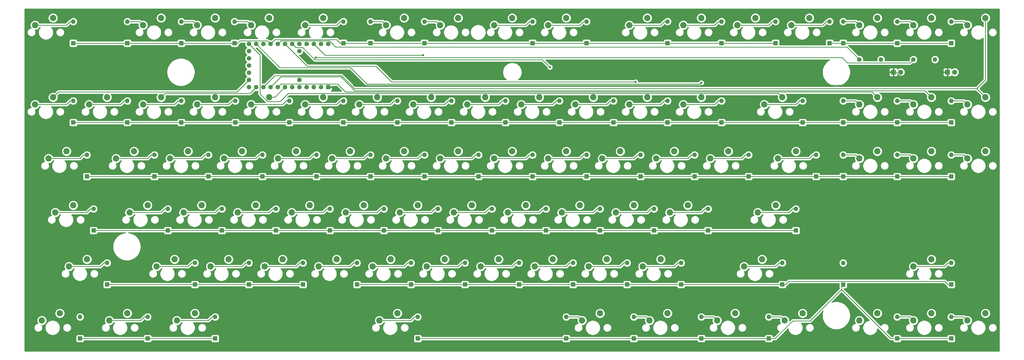
<source format=gtl>
G04 #@! TF.GenerationSoftware,KiCad,Pcbnew,(5.1.4)-1*
G04 #@! TF.CreationDate,2019-11-16T22:40:45+09:00*
G04 #@! TF.ProjectId,yurei,79757265-692e-46b6-9963-61645f706362,1.0*
G04 #@! TF.SameCoordinates,Original*
G04 #@! TF.FileFunction,Copper,L1,Top*
G04 #@! TF.FilePolarity,Positive*
%FSLAX46Y46*%
G04 Gerber Fmt 4.6, Leading zero omitted, Abs format (unit mm)*
G04 Created by KiCad (PCBNEW (5.1.4)-1) date 2019-11-16 22:40:45*
%MOMM*%
%LPD*%
G04 APERTURE LIST*
%ADD10C,1.600000*%
%ADD11R,1.600000X1.600000*%
%ADD12C,2.200000*%
%ADD13O,1.600000X1.600000*%
%ADD14C,1.800000*%
%ADD15R,1.800000X1.800000*%
%ADD16C,0.800000*%
%ADD17C,0.250000*%
%ADD18C,0.254000*%
G04 APERTURE END LIST*
D10*
X134779000Y-88582500D03*
X134779000Y-98742500D03*
X144939000Y-86042500D03*
X142399000Y-86042500D03*
X139859000Y-86042500D03*
X137319000Y-86042500D03*
X134779000Y-86042500D03*
X132239000Y-86042500D03*
X129699000Y-86042500D03*
X127159000Y-86042500D03*
X124619000Y-86042500D03*
X122079000Y-86042500D03*
X119539000Y-86042500D03*
X116999000Y-86042500D03*
X116999000Y-88582500D03*
X116999000Y-91122500D03*
X116999000Y-96202500D03*
X116999000Y-98742500D03*
X116999000Y-101282500D03*
X119539000Y-101282500D03*
X122079000Y-101282500D03*
X124619000Y-101282500D03*
X127159000Y-101282500D03*
X129699000Y-101282500D03*
X132239000Y-101282500D03*
X134779000Y-101282500D03*
X137319000Y-101282500D03*
X139859000Y-101282500D03*
X142399000Y-101282500D03*
D11*
X144939000Y-101282500D03*
D10*
X116999000Y-93662500D03*
D12*
X370399000Y-183588000D03*
X376749000Y-181048000D03*
X351349000Y-183588000D03*
X357699000Y-181048000D03*
X332299000Y-183588000D03*
X338649000Y-181048000D03*
X305915000Y-183588000D03*
X312265000Y-181048000D03*
X282102000Y-183588000D03*
X288452000Y-181048000D03*
X258290000Y-183588000D03*
X264640000Y-181048000D03*
X234477000Y-183588000D03*
X240827000Y-181048000D03*
X163040000Y-183588000D03*
X169390000Y-181048000D03*
X91602200Y-183588000D03*
X97952200Y-181048000D03*
X67789800Y-183588000D03*
X74139800Y-181048000D03*
X43977200Y-183588000D03*
X50327200Y-181048000D03*
X351349000Y-164538000D03*
X357699000Y-161998000D03*
X291628000Y-164538000D03*
X297978000Y-161998000D03*
X255909000Y-164538000D03*
X262259000Y-161998000D03*
X236859000Y-164538000D03*
X243209000Y-161998000D03*
X217809000Y-164538000D03*
X224159000Y-161998000D03*
X198759000Y-164538000D03*
X205109000Y-161998000D03*
X179709000Y-164538000D03*
X186059000Y-161998000D03*
X160659000Y-164538000D03*
X167009000Y-161998000D03*
X141609000Y-164538000D03*
X147959000Y-161998000D03*
X122559000Y-164538000D03*
X128909000Y-161998000D03*
X103509000Y-164538000D03*
X109859000Y-161998000D03*
X84458800Y-164538000D03*
X90808800Y-161998000D03*
X53576800Y-164538000D03*
X59926800Y-161998000D03*
X296464000Y-145488000D03*
X302814000Y-142948000D03*
X265434000Y-145488000D03*
X271784000Y-142948000D03*
X246384000Y-145488000D03*
X252734000Y-142948000D03*
X227334000Y-145488000D03*
X233684000Y-142948000D03*
X208284000Y-145488000D03*
X214634000Y-142948000D03*
X189234000Y-145488000D03*
X195584000Y-142948000D03*
X170184000Y-145488000D03*
X176534000Y-142948000D03*
X151134000Y-145488000D03*
X157484000Y-142948000D03*
X132084000Y-145488000D03*
X138434000Y-142948000D03*
X113034000Y-145488000D03*
X119384000Y-142948000D03*
X93984000Y-145488000D03*
X100334000Y-142948000D03*
X74933800Y-145488000D03*
X81283800Y-142948000D03*
X48740200Y-145488000D03*
X55090200Y-142948000D03*
X370399000Y-126438000D03*
X376749000Y-123898000D03*
X351349000Y-126438000D03*
X357699000Y-123898000D03*
X332299000Y-126438000D03*
X338649000Y-123898000D03*
X303534000Y-126438000D03*
X309884000Y-123898000D03*
X279721000Y-126438000D03*
X286071000Y-123898000D03*
X260671000Y-126438000D03*
X267021000Y-123898000D03*
X241621000Y-126438000D03*
X247971000Y-123898000D03*
X222571000Y-126438000D03*
X228921000Y-123898000D03*
X203521000Y-126438000D03*
X209871000Y-123898000D03*
X184471000Y-126438000D03*
X190821000Y-123898000D03*
X165421000Y-126438000D03*
X171771000Y-123898000D03*
X146371000Y-126438000D03*
X152721000Y-123898000D03*
X127321000Y-126438000D03*
X133671000Y-123898000D03*
X108271000Y-126438000D03*
X114621000Y-123898000D03*
X89221200Y-126438000D03*
X95571200Y-123898000D03*
X70171200Y-126438000D03*
X76521200Y-123898000D03*
X46359200Y-126438000D03*
X52709200Y-123898000D03*
X370399000Y-107388000D03*
X376749000Y-104848000D03*
X351349000Y-107388000D03*
X357699000Y-104848000D03*
X332299000Y-107388000D03*
X338649000Y-104848000D03*
X298771000Y-107388000D03*
X305121000Y-104848000D03*
X270196000Y-107388000D03*
X276546000Y-104848000D03*
X251146000Y-107388000D03*
X257496000Y-104848000D03*
X232096000Y-107388000D03*
X238446000Y-104848000D03*
X213046000Y-107388000D03*
X219396000Y-104848000D03*
X193996000Y-107388000D03*
X200346000Y-104848000D03*
X174946000Y-107388000D03*
X181296000Y-104848000D03*
X155896000Y-107388000D03*
X162246000Y-104848000D03*
X136846000Y-107388000D03*
X143196000Y-104848000D03*
X117796000Y-107388000D03*
X124146000Y-104848000D03*
X98746000Y-107388000D03*
X105096000Y-104848000D03*
X79696200Y-107388000D03*
X86046200Y-104848000D03*
X60646200Y-107388000D03*
X66996200Y-104848000D03*
X41596200Y-107388000D03*
X47946200Y-104848000D03*
X370399000Y-79385000D03*
X376749000Y-76845000D03*
X351349000Y-79385000D03*
X357699000Y-76845000D03*
X332299000Y-79385000D03*
X338649000Y-76845000D03*
X308296000Y-79385000D03*
X314646000Y-76845000D03*
X289246000Y-79385000D03*
X295596000Y-76845000D03*
X270196000Y-79385000D03*
X276546000Y-76845000D03*
X251146000Y-79385000D03*
X257496000Y-76845000D03*
X222571000Y-79385000D03*
X228921000Y-76845000D03*
X203521000Y-79385000D03*
X209871000Y-76845000D03*
X184471000Y-79385000D03*
X190821000Y-76845000D03*
X165421000Y-79385000D03*
X171771000Y-76845000D03*
X136846000Y-79385000D03*
X143196000Y-76845000D03*
X117796000Y-79385000D03*
X124146000Y-76845000D03*
X98746000Y-79385000D03*
X105096000Y-76845000D03*
X79696200Y-79385000D03*
X86046200Y-76845000D03*
X41596200Y-79385000D03*
X47946200Y-76845000D03*
D13*
X358969000Y-91500000D03*
D10*
X351349000Y-91500000D03*
D13*
X339919000Y-91500000D03*
D10*
X332299000Y-91500000D03*
D14*
X365899000Y-95975000D03*
D15*
X363359000Y-95975000D03*
D14*
X346849000Y-95975000D03*
D15*
X344309000Y-95975000D03*
D13*
X364652000Y-182318000D03*
D11*
X364652000Y-189938000D03*
D13*
X345602000Y-182318000D03*
D11*
X345602000Y-189938000D03*
D13*
X326552000Y-163280000D03*
D11*
X326552000Y-170900000D03*
D13*
X300359000Y-182318000D03*
D11*
X300359000Y-189938000D03*
D13*
X276546000Y-182318000D03*
D11*
X276546000Y-189938000D03*
D13*
X252734000Y-182318000D03*
D11*
X252734000Y-189938000D03*
D13*
X228921000Y-182318000D03*
D11*
X228921000Y-189938000D03*
D13*
X176534000Y-182318000D03*
D11*
X176534000Y-189938000D03*
D13*
X105096000Y-182318000D03*
D11*
X105096000Y-189938000D03*
D13*
X81283800Y-182318000D03*
D11*
X81283800Y-189938000D03*
D13*
X57471200Y-182318000D03*
D11*
X57471200Y-189938000D03*
D13*
X364652000Y-163268000D03*
D11*
X364652000Y-170888000D03*
D13*
X305121000Y-163268000D03*
D11*
X305121000Y-170888000D03*
D13*
X269402000Y-163268000D03*
D11*
X269402000Y-170888000D03*
D13*
X250352000Y-163268000D03*
D11*
X250352000Y-170888000D03*
D13*
X231302000Y-163268000D03*
D11*
X231302000Y-170888000D03*
D13*
X212252000Y-163268000D03*
D11*
X212252000Y-170888000D03*
D13*
X193202000Y-163268000D03*
D11*
X193202000Y-170888000D03*
D13*
X174152000Y-163268000D03*
D11*
X174152000Y-170888000D03*
D13*
X155102000Y-163268000D03*
D11*
X155102000Y-170888000D03*
D13*
X136052000Y-163268000D03*
D11*
X136052000Y-170888000D03*
D13*
X117002000Y-163268000D03*
D11*
X117002000Y-170888000D03*
D13*
X97952500Y-163268000D03*
D11*
X97952500Y-170888000D03*
D13*
X66996200Y-163268000D03*
D11*
X66996200Y-170888000D03*
D13*
X309884000Y-144218000D03*
D11*
X309884000Y-151838000D03*
D13*
X278928000Y-144218000D03*
D11*
X278928000Y-151838000D03*
D13*
X259878000Y-144218000D03*
D11*
X259878000Y-151838000D03*
D13*
X240828000Y-144218000D03*
D11*
X240828000Y-151838000D03*
D13*
X221778000Y-144218000D03*
D11*
X221778000Y-151838000D03*
D13*
X202728000Y-144218000D03*
D11*
X202728000Y-151838000D03*
D13*
X183678000Y-144218000D03*
D11*
X183678000Y-151838000D03*
D13*
X164628000Y-144218000D03*
D11*
X164628000Y-151838000D03*
D13*
X145578000Y-144218000D03*
D11*
X145578000Y-151838000D03*
D13*
X126528000Y-144218000D03*
D11*
X126528000Y-151838000D03*
D13*
X107478000Y-144218000D03*
D11*
X107478000Y-151838000D03*
D13*
X88427500Y-144218000D03*
D11*
X88427500Y-151838000D03*
D13*
X62233800Y-144218000D03*
D11*
X62233800Y-151838000D03*
D13*
X364652000Y-125168000D03*
D11*
X364652000Y-132788000D03*
D13*
X345602000Y-125168000D03*
D11*
X345602000Y-132788000D03*
D13*
X326552000Y-125168000D03*
D11*
X326552000Y-132788000D03*
D13*
X317028000Y-125168000D03*
D11*
X317028000Y-132788000D03*
D13*
X293215000Y-125168000D03*
D11*
X293215000Y-132788000D03*
D13*
X274165000Y-125168000D03*
D11*
X274165000Y-132788000D03*
D13*
X255115000Y-125168000D03*
D11*
X255115000Y-132788000D03*
D13*
X236065000Y-125168000D03*
D11*
X236065000Y-132788000D03*
D13*
X217015000Y-125168000D03*
D11*
X217015000Y-132788000D03*
D13*
X197965000Y-125168000D03*
D11*
X197965000Y-132788000D03*
D13*
X178915000Y-125168000D03*
D11*
X178915000Y-132788000D03*
D13*
X159865000Y-125168000D03*
D11*
X159865000Y-132788000D03*
D13*
X140815000Y-125168000D03*
D11*
X140815000Y-132788000D03*
D13*
X121765000Y-125168000D03*
D11*
X121765000Y-132788000D03*
D13*
X102715000Y-125168000D03*
D11*
X102715000Y-132788000D03*
D13*
X83665000Y-125168000D03*
D11*
X83665000Y-132788000D03*
D13*
X59852500Y-125168000D03*
D11*
X59852500Y-132788000D03*
D13*
X364652000Y-106118000D03*
D11*
X364652000Y-113738000D03*
D13*
X345602000Y-106118000D03*
D11*
X345602000Y-113738000D03*
D13*
X326552000Y-106118000D03*
D11*
X326552000Y-113738000D03*
D13*
X312265000Y-106118000D03*
D11*
X312265000Y-113738000D03*
D13*
X283690000Y-106118000D03*
D11*
X283690000Y-113738000D03*
D13*
X264640000Y-106118000D03*
D11*
X264640000Y-113738000D03*
D13*
X245590000Y-106118000D03*
D11*
X245590000Y-113738000D03*
D13*
X226540000Y-106118000D03*
D11*
X226540000Y-113738000D03*
D13*
X207490000Y-106118000D03*
D11*
X207490000Y-113738000D03*
D13*
X188440000Y-106118000D03*
D11*
X188440000Y-113738000D03*
D13*
X169390000Y-106118000D03*
D11*
X169390000Y-113738000D03*
D13*
X150340000Y-106118000D03*
D11*
X150340000Y-113738000D03*
D13*
X131290000Y-106118000D03*
D11*
X131290000Y-113738000D03*
D13*
X112240000Y-106118000D03*
D11*
X112240000Y-113738000D03*
D13*
X93190000Y-106118000D03*
D11*
X93190000Y-113738000D03*
D13*
X74140000Y-106118000D03*
D11*
X74140000Y-113738000D03*
D13*
X55090000Y-106118000D03*
D11*
X55090000Y-113738000D03*
D13*
X364652000Y-78115000D03*
D11*
X364652000Y-85735000D03*
D13*
X345602000Y-78115000D03*
D11*
X345602000Y-85735000D03*
D13*
X326552000Y-78115000D03*
D11*
X326552000Y-85735000D03*
D13*
X321790000Y-78115000D03*
D11*
X321790000Y-85735000D03*
D13*
X302740000Y-78115000D03*
D11*
X302740000Y-85735000D03*
D13*
X283690000Y-78115000D03*
D11*
X283690000Y-85735000D03*
D13*
X264640000Y-78115000D03*
D11*
X264640000Y-85735000D03*
D13*
X236065000Y-78115000D03*
D11*
X236065000Y-85735000D03*
D13*
X217015000Y-78115000D03*
D11*
X217015000Y-85735000D03*
D13*
X178915000Y-78115000D03*
D11*
X178915000Y-85735000D03*
D13*
X159865000Y-78115000D03*
D11*
X159865000Y-85735000D03*
D13*
X150340000Y-78115000D03*
D11*
X150340000Y-85735000D03*
D13*
X111919000Y-78115000D03*
D11*
X111919000Y-85735000D03*
D13*
X93190000Y-78115000D03*
D11*
X93190000Y-85735000D03*
D13*
X74140000Y-78115000D03*
D11*
X74140000Y-85735000D03*
D13*
X55090000Y-78115000D03*
D11*
X55090000Y-85735000D03*
D16*
X154111800Y-100591500D03*
X140552500Y-90820600D03*
X178413300Y-90027600D03*
X223161400Y-94210700D03*
X253363500Y-99415900D03*
X276546000Y-99749400D03*
D17*
X55090000Y-78115000D02*
X53964700Y-78115000D01*
X53964700Y-78115000D02*
X52694700Y-79385000D01*
X52694700Y-79385000D02*
X41596200Y-79385000D01*
X217015000Y-85735000D02*
X236065000Y-85735000D01*
X180040300Y-85735000D02*
X217015000Y-85735000D01*
X159865000Y-85735000D02*
X178915000Y-85735000D01*
X150340000Y-85735000D02*
X159865000Y-85735000D01*
X111919000Y-85735000D02*
X113044300Y-85735000D01*
X113044300Y-85735000D02*
X113862500Y-84916800D01*
X113862500Y-84916800D02*
X123493300Y-84916800D01*
X123493300Y-84916800D02*
X124619000Y-86042500D01*
X93190000Y-85735000D02*
X111919000Y-85735000D01*
X326552000Y-85735000D02*
X344476700Y-85735000D01*
X321790000Y-85735000D02*
X326552000Y-85735000D01*
X345602000Y-85735000D02*
X344476700Y-85735000D01*
X149214700Y-85735000D02*
X147946500Y-84466800D01*
X147946500Y-84466800D02*
X126194700Y-84466800D01*
X126194700Y-84466800D02*
X124619000Y-86042500D01*
X178915000Y-85735000D02*
X180040300Y-85735000D01*
X345602000Y-85735000D02*
X364652000Y-85735000D01*
X283690000Y-85735000D02*
X301614700Y-85735000D01*
X264640000Y-85735000D02*
X283690000Y-85735000D01*
X302740000Y-85735000D02*
X301614700Y-85735000D01*
X264077400Y-85735000D02*
X264640000Y-85735000D01*
X264077400Y-85735000D02*
X263514700Y-85735000D01*
X236065000Y-85735000D02*
X263514700Y-85735000D01*
X150340000Y-85735000D02*
X149214700Y-85735000D01*
X92627400Y-85735000D02*
X93190000Y-85735000D01*
X92627400Y-85735000D02*
X92064700Y-85735000D01*
X74140000Y-85735000D02*
X92064700Y-85735000D01*
X55090000Y-85735000D02*
X74140000Y-85735000D01*
X74140000Y-78115000D02*
X78426200Y-78115000D01*
X78426200Y-78115000D02*
X79696200Y-79385000D01*
X93190000Y-78115000D02*
X97476000Y-78115000D01*
X97476000Y-78115000D02*
X98746000Y-79385000D01*
X111919000Y-78115000D02*
X116526000Y-78115000D01*
X116526000Y-78115000D02*
X117796000Y-79385000D01*
X150340000Y-78115000D02*
X149214700Y-78115000D01*
X149214700Y-78115000D02*
X147944700Y-79385000D01*
X147944700Y-79385000D02*
X136846000Y-79385000D01*
X159865000Y-78115000D02*
X164151000Y-78115000D01*
X164151000Y-78115000D02*
X165421000Y-79385000D01*
X178915000Y-78115000D02*
X183201000Y-78115000D01*
X183201000Y-78115000D02*
X184471000Y-79385000D01*
X217015000Y-78115000D02*
X215889700Y-78115000D01*
X215889700Y-78115000D02*
X214619700Y-79385000D01*
X214619700Y-79385000D02*
X203521000Y-79385000D01*
X236065000Y-78115000D02*
X234939700Y-78115000D01*
X234939700Y-78115000D02*
X233669700Y-79385000D01*
X233669700Y-79385000D02*
X222571000Y-79385000D01*
X264640000Y-78115000D02*
X263514700Y-78115000D01*
X263514700Y-78115000D02*
X262244700Y-79385000D01*
X262244700Y-79385000D02*
X251146000Y-79385000D01*
X283690000Y-78115000D02*
X282564700Y-78115000D01*
X282564700Y-78115000D02*
X281294700Y-79385000D01*
X281294700Y-79385000D02*
X270196000Y-79385000D01*
X302740000Y-78115000D02*
X301614700Y-78115000D01*
X301614700Y-78115000D02*
X300344700Y-79385000D01*
X300344700Y-79385000D02*
X289246000Y-79385000D01*
X321790000Y-78115000D02*
X320664700Y-78115000D01*
X320664700Y-78115000D02*
X319394700Y-79385000D01*
X319394700Y-79385000D02*
X308296000Y-79385000D01*
X326552000Y-78115000D02*
X331029000Y-78115000D01*
X331029000Y-78115000D02*
X332299000Y-79385000D01*
X345602000Y-78115000D02*
X350079000Y-78115000D01*
X350079000Y-78115000D02*
X351349000Y-79385000D01*
X364652000Y-78115000D02*
X369129000Y-78115000D01*
X369129000Y-78115000D02*
X370399000Y-79385000D01*
X55090000Y-106118000D02*
X53964700Y-106118000D01*
X53964700Y-106118000D02*
X52694700Y-107388000D01*
X52694700Y-107388000D02*
X41596200Y-107388000D01*
X345602000Y-113738000D02*
X364652000Y-113738000D01*
X345039400Y-113738000D02*
X345602000Y-113738000D01*
X345039400Y-113738000D02*
X344476700Y-113738000D01*
X326552000Y-113738000D02*
X344476700Y-113738000D01*
X312265000Y-113738000D02*
X326552000Y-113738000D01*
X283690000Y-113738000D02*
X312265000Y-113738000D01*
X283374000Y-113738000D02*
X283690000Y-113738000D01*
X283374000Y-113738000D02*
X282564700Y-113738000D01*
X264640000Y-113738000D02*
X282564700Y-113738000D01*
X245590000Y-113738000D02*
X264640000Y-113738000D01*
X245027400Y-113738000D02*
X245590000Y-113738000D01*
X245027400Y-113738000D02*
X244464700Y-113738000D01*
X226540000Y-113738000D02*
X244464700Y-113738000D01*
X207490000Y-113738000D02*
X226540000Y-113738000D01*
X206927400Y-113738000D02*
X207490000Y-113738000D01*
X206927400Y-113738000D02*
X206364700Y-113738000D01*
X188440000Y-113738000D02*
X206364700Y-113738000D01*
X169390000Y-113738000D02*
X188440000Y-113738000D01*
X168827400Y-113738000D02*
X169390000Y-113738000D01*
X168827400Y-113738000D02*
X168264700Y-113738000D01*
X150340000Y-113738000D02*
X168264700Y-113738000D01*
X131290000Y-113738000D02*
X150340000Y-113738000D01*
X130727400Y-113738000D02*
X131290000Y-113738000D01*
X130727400Y-113738000D02*
X130164700Y-113738000D01*
X112240000Y-113738000D02*
X130164700Y-113738000D01*
X93190000Y-113738000D02*
X112240000Y-113738000D01*
X92627400Y-113738000D02*
X93190000Y-113738000D01*
X92627400Y-113738000D02*
X92064700Y-113738000D01*
X74140000Y-113738000D02*
X92064700Y-113738000D01*
X55090000Y-113738000D02*
X74140000Y-113738000D01*
X74140000Y-106118000D02*
X73014700Y-106118000D01*
X73014700Y-106118000D02*
X71744700Y-107388000D01*
X71744700Y-107388000D02*
X60646200Y-107388000D01*
X93190000Y-106118000D02*
X92064700Y-106118000D01*
X92064700Y-106118000D02*
X90794700Y-107388000D01*
X90794700Y-107388000D02*
X79696200Y-107388000D01*
X112240000Y-106118000D02*
X111114700Y-106118000D01*
X111114700Y-106118000D02*
X109844700Y-107388000D01*
X109844700Y-107388000D02*
X98746000Y-107388000D01*
X131290000Y-106118000D02*
X130164700Y-106118000D01*
X130164700Y-106118000D02*
X128894700Y-107388000D01*
X128894700Y-107388000D02*
X117796000Y-107388000D01*
X150340000Y-106118000D02*
X149214700Y-106118000D01*
X149214700Y-106118000D02*
X147944700Y-107388000D01*
X147944700Y-107388000D02*
X136846000Y-107388000D01*
X169390000Y-106118000D02*
X168264700Y-106118000D01*
X168264700Y-106118000D02*
X166994700Y-107388000D01*
X166994700Y-107388000D02*
X155896000Y-107388000D01*
X188440000Y-106118000D02*
X187314700Y-106118000D01*
X187314700Y-106118000D02*
X186044700Y-107388000D01*
X186044700Y-107388000D02*
X174946000Y-107388000D01*
X207490000Y-106118000D02*
X206364700Y-106118000D01*
X206364700Y-106118000D02*
X205094700Y-107388000D01*
X205094700Y-107388000D02*
X193996000Y-107388000D01*
X226540000Y-106118000D02*
X225414700Y-106118000D01*
X225414700Y-106118000D02*
X224144700Y-107388000D01*
X224144700Y-107388000D02*
X213046000Y-107388000D01*
X245590000Y-106118000D02*
X244464700Y-106118000D01*
X244464700Y-106118000D02*
X243194700Y-107388000D01*
X243194700Y-107388000D02*
X232096000Y-107388000D01*
X264640000Y-106118000D02*
X263514700Y-106118000D01*
X263514700Y-106118000D02*
X262244700Y-107388000D01*
X262244700Y-107388000D02*
X251146000Y-107388000D01*
X283690000Y-106118000D02*
X282564700Y-106118000D01*
X282564700Y-106118000D02*
X281294700Y-107388000D01*
X281294700Y-107388000D02*
X270196000Y-107388000D01*
X312265000Y-106118000D02*
X311139700Y-106118000D01*
X311139700Y-106118000D02*
X309869700Y-107388000D01*
X309869700Y-107388000D02*
X298771000Y-107388000D01*
X326552000Y-106118000D02*
X331029000Y-106118000D01*
X331029000Y-106118000D02*
X332299000Y-107388000D01*
X345602000Y-106118000D02*
X350079000Y-106118000D01*
X350079000Y-106118000D02*
X351349000Y-107388000D01*
X364652000Y-106118000D02*
X369129000Y-106118000D01*
X369129000Y-106118000D02*
X370399000Y-107388000D01*
X59852500Y-125168000D02*
X58727200Y-125168000D01*
X58727200Y-125168000D02*
X57457200Y-126438000D01*
X57457200Y-126438000D02*
X46359200Y-126438000D01*
X293215000Y-132788000D02*
X315902700Y-132788000D01*
X274165000Y-132788000D02*
X293215000Y-132788000D01*
X317028000Y-132788000D02*
X315902700Y-132788000D01*
X345602000Y-132788000D02*
X364652000Y-132788000D01*
X345039400Y-132788000D02*
X345602000Y-132788000D01*
X345039400Y-132788000D02*
X344476700Y-132788000D01*
X326552000Y-132788000D02*
X344476700Y-132788000D01*
X317028000Y-132788000D02*
X326552000Y-132788000D01*
X255115000Y-132788000D02*
X274165000Y-132788000D01*
X254552400Y-132788000D02*
X255115000Y-132788000D01*
X254552400Y-132788000D02*
X253989700Y-132788000D01*
X236065000Y-132788000D02*
X253989700Y-132788000D01*
X217015000Y-132788000D02*
X236065000Y-132788000D01*
X216452400Y-132788000D02*
X217015000Y-132788000D01*
X216452400Y-132788000D02*
X215889700Y-132788000D01*
X197965000Y-132788000D02*
X215889700Y-132788000D01*
X178915000Y-132788000D02*
X197965000Y-132788000D01*
X178352400Y-132788000D02*
X178915000Y-132788000D01*
X178352400Y-132788000D02*
X177789700Y-132788000D01*
X159865000Y-132788000D02*
X177789700Y-132788000D01*
X140815000Y-132788000D02*
X159865000Y-132788000D01*
X140252400Y-132788000D02*
X140815000Y-132788000D01*
X140252400Y-132788000D02*
X139689700Y-132788000D01*
X121765000Y-132788000D02*
X139689700Y-132788000D01*
X102715000Y-132788000D02*
X121765000Y-132788000D01*
X102152400Y-132788000D02*
X102715000Y-132788000D01*
X102152400Y-132788000D02*
X101589700Y-132788000D01*
X83665000Y-132788000D02*
X101589700Y-132788000D01*
X59852500Y-132788000D02*
X83665000Y-132788000D01*
X83665000Y-125168000D02*
X82539700Y-125168000D01*
X82539700Y-125168000D02*
X81269700Y-126438000D01*
X81269700Y-126438000D02*
X70171200Y-126438000D01*
X102715000Y-125168000D02*
X101589700Y-125168000D01*
X101589700Y-125168000D02*
X100319700Y-126438000D01*
X100319700Y-126438000D02*
X89221200Y-126438000D01*
X121765000Y-125168000D02*
X120639700Y-125168000D01*
X120639700Y-125168000D02*
X119369700Y-126438000D01*
X119369700Y-126438000D02*
X108271000Y-126438000D01*
X140815000Y-125168000D02*
X139689700Y-125168000D01*
X139689700Y-125168000D02*
X138419700Y-126438000D01*
X138419700Y-126438000D02*
X127321000Y-126438000D01*
X159865000Y-125168000D02*
X158739700Y-125168000D01*
X158739700Y-125168000D02*
X157469700Y-126438000D01*
X157469700Y-126438000D02*
X146371000Y-126438000D01*
X178915000Y-125168000D02*
X177789700Y-125168000D01*
X177789700Y-125168000D02*
X176519700Y-126438000D01*
X176519700Y-126438000D02*
X165421000Y-126438000D01*
X197965000Y-125168000D02*
X196839700Y-125168000D01*
X196839700Y-125168000D02*
X195569700Y-126438000D01*
X195569700Y-126438000D02*
X184471000Y-126438000D01*
X217015000Y-125168000D02*
X215889700Y-125168000D01*
X215889700Y-125168000D02*
X214619700Y-126438000D01*
X214619700Y-126438000D02*
X203521000Y-126438000D01*
X236065000Y-125168000D02*
X234939700Y-125168000D01*
X234939700Y-125168000D02*
X233669700Y-126438000D01*
X233669700Y-126438000D02*
X222571000Y-126438000D01*
X255115000Y-125168000D02*
X253989700Y-125168000D01*
X253989700Y-125168000D02*
X252719700Y-126438000D01*
X252719700Y-126438000D02*
X241621000Y-126438000D01*
X274165000Y-125168000D02*
X273039700Y-125168000D01*
X273039700Y-125168000D02*
X271769700Y-126438000D01*
X271769700Y-126438000D02*
X260671000Y-126438000D01*
X293215000Y-125168000D02*
X292089700Y-125168000D01*
X292089700Y-125168000D02*
X290819700Y-126438000D01*
X290819700Y-126438000D02*
X279721000Y-126438000D01*
X317028000Y-125168000D02*
X315902700Y-125168000D01*
X315902700Y-125168000D02*
X314632700Y-126438000D01*
X314632700Y-126438000D02*
X303534000Y-126438000D01*
X326552000Y-125168000D02*
X331029000Y-125168000D01*
X331029000Y-125168000D02*
X332299000Y-126438000D01*
X345602000Y-125168000D02*
X350079000Y-125168000D01*
X350079000Y-125168000D02*
X351349000Y-126438000D01*
X364652000Y-125168000D02*
X369129000Y-125168000D01*
X369129000Y-125168000D02*
X370399000Y-126438000D01*
X62233800Y-144218000D02*
X61108500Y-144218000D01*
X61108500Y-144218000D02*
X59838500Y-145488000D01*
X59838500Y-145488000D02*
X48740200Y-145488000D01*
X278928000Y-151838000D02*
X308758700Y-151838000D01*
X259878000Y-151838000D02*
X278928000Y-151838000D01*
X309884000Y-151838000D02*
X308758700Y-151838000D01*
X259315400Y-151838000D02*
X259878000Y-151838000D01*
X259315400Y-151838000D02*
X258752700Y-151838000D01*
X240828000Y-151838000D02*
X258752700Y-151838000D01*
X221778000Y-151838000D02*
X240828000Y-151838000D01*
X221215400Y-151838000D02*
X221778000Y-151838000D01*
X221215400Y-151838000D02*
X220652700Y-151838000D01*
X202728000Y-151838000D02*
X220652700Y-151838000D01*
X183678000Y-151838000D02*
X202728000Y-151838000D01*
X183115400Y-151838000D02*
X183678000Y-151838000D01*
X183115400Y-151838000D02*
X182552700Y-151838000D01*
X164628000Y-151838000D02*
X182552700Y-151838000D01*
X145578000Y-151838000D02*
X164628000Y-151838000D01*
X145015400Y-151838000D02*
X145578000Y-151838000D01*
X145015400Y-151838000D02*
X144452700Y-151838000D01*
X126528000Y-151838000D02*
X144452700Y-151838000D01*
X107478000Y-151838000D02*
X126528000Y-151838000D01*
X106915400Y-151838000D02*
X107478000Y-151838000D01*
X106915400Y-151838000D02*
X106352700Y-151838000D01*
X88427500Y-151838000D02*
X106352700Y-151838000D01*
X62233800Y-151838000D02*
X88427500Y-151838000D01*
X88427500Y-144218000D02*
X87302200Y-144218000D01*
X87302200Y-144218000D02*
X86032200Y-145488000D01*
X86032200Y-145488000D02*
X74933800Y-145488000D01*
X107478000Y-144218000D02*
X106352700Y-144218000D01*
X106352700Y-144218000D02*
X105082700Y-145488000D01*
X105082700Y-145488000D02*
X93984000Y-145488000D01*
X126528000Y-144218000D02*
X125402700Y-144218000D01*
X125402700Y-144218000D02*
X124132700Y-145488000D01*
X124132700Y-145488000D02*
X113034000Y-145488000D01*
X145578000Y-144218000D02*
X144452700Y-144218000D01*
X144452700Y-144218000D02*
X143182700Y-145488000D01*
X143182700Y-145488000D02*
X132084000Y-145488000D01*
X164628000Y-144218000D02*
X163502700Y-144218000D01*
X163502700Y-144218000D02*
X162232700Y-145488000D01*
X162232700Y-145488000D02*
X151134000Y-145488000D01*
X183678000Y-144218000D02*
X182552700Y-144218000D01*
X182552700Y-144218000D02*
X181282700Y-145488000D01*
X181282700Y-145488000D02*
X170184000Y-145488000D01*
X202728000Y-144218000D02*
X201602700Y-144218000D01*
X201602700Y-144218000D02*
X200332700Y-145488000D01*
X200332700Y-145488000D02*
X189234000Y-145488000D01*
X221778000Y-144218000D02*
X220652700Y-144218000D01*
X220652700Y-144218000D02*
X219382700Y-145488000D01*
X219382700Y-145488000D02*
X208284000Y-145488000D01*
X240828000Y-144218000D02*
X239702700Y-144218000D01*
X239702700Y-144218000D02*
X238432700Y-145488000D01*
X238432700Y-145488000D02*
X227334000Y-145488000D01*
X259878000Y-144218000D02*
X258752700Y-144218000D01*
X258752700Y-144218000D02*
X257482700Y-145488000D01*
X257482700Y-145488000D02*
X246384000Y-145488000D01*
X278928000Y-144218000D02*
X277802700Y-144218000D01*
X277802700Y-144218000D02*
X276532700Y-145488000D01*
X276532700Y-145488000D02*
X265434000Y-145488000D01*
X309884000Y-144218000D02*
X308758700Y-144218000D01*
X308758700Y-144218000D02*
X307488700Y-145488000D01*
X307488700Y-145488000D02*
X296464000Y-145488000D01*
X66996200Y-163268000D02*
X65870900Y-163268000D01*
X65870900Y-163268000D02*
X64600900Y-164538000D01*
X64600900Y-164538000D02*
X53576800Y-164538000D01*
X305121000Y-170888000D02*
X306246300Y-170888000D01*
X306246300Y-170888000D02*
X307359700Y-169774600D01*
X307359700Y-169774600D02*
X362413300Y-169774600D01*
X362413300Y-169774600D02*
X363526700Y-170888000D01*
X269402000Y-170888000D02*
X305121000Y-170888000D01*
X364652000Y-170888000D02*
X363526700Y-170888000D01*
X268839400Y-170888000D02*
X269402000Y-170888000D01*
X268839400Y-170888000D02*
X268276700Y-170888000D01*
X250352000Y-170888000D02*
X268276700Y-170888000D01*
X231302000Y-170888000D02*
X250352000Y-170888000D01*
X230739400Y-170888000D02*
X231302000Y-170888000D01*
X230739400Y-170888000D02*
X230176700Y-170888000D01*
X212252000Y-170888000D02*
X230176700Y-170888000D01*
X193202000Y-170888000D02*
X212252000Y-170888000D01*
X192639400Y-170888000D02*
X193202000Y-170888000D01*
X192639400Y-170888000D02*
X192076700Y-170888000D01*
X174152000Y-170888000D02*
X192076700Y-170888000D01*
X155102000Y-170888000D02*
X174152000Y-170888000D01*
X117002000Y-170888000D02*
X136052000Y-170888000D01*
X116439400Y-170888000D02*
X117002000Y-170888000D01*
X116439400Y-170888000D02*
X115876700Y-170888000D01*
X97952500Y-170888000D02*
X115876700Y-170888000D01*
X66996200Y-170888000D02*
X97952500Y-170888000D01*
X97952500Y-163268000D02*
X96827200Y-163268000D01*
X96827200Y-163268000D02*
X95557200Y-164538000D01*
X95557200Y-164538000D02*
X84458800Y-164538000D01*
X117002000Y-163268000D02*
X115876700Y-163268000D01*
X115876700Y-163268000D02*
X114606700Y-164538000D01*
X114606700Y-164538000D02*
X103509000Y-164538000D01*
X136052000Y-163268000D02*
X134926700Y-163268000D01*
X134926700Y-163268000D02*
X133656700Y-164538000D01*
X133656700Y-164538000D02*
X122559000Y-164538000D01*
X155102000Y-163268000D02*
X153976700Y-163268000D01*
X153976700Y-163268000D02*
X152706700Y-164538000D01*
X152706700Y-164538000D02*
X141609000Y-164538000D01*
X174152000Y-163268000D02*
X173026700Y-163268000D01*
X173026700Y-163268000D02*
X171756700Y-164538000D01*
X171756700Y-164538000D02*
X160659000Y-164538000D01*
X193202000Y-163268000D02*
X192076700Y-163268000D01*
X192076700Y-163268000D02*
X190806700Y-164538000D01*
X190806700Y-164538000D02*
X179709000Y-164538000D01*
X212252000Y-163268000D02*
X211126700Y-163268000D01*
X211126700Y-163268000D02*
X209856700Y-164538000D01*
X209856700Y-164538000D02*
X198759000Y-164538000D01*
X231302000Y-163268000D02*
X230176700Y-163268000D01*
X230176700Y-163268000D02*
X228906700Y-164538000D01*
X228906700Y-164538000D02*
X217809000Y-164538000D01*
X250352000Y-163268000D02*
X249226700Y-163268000D01*
X249226700Y-163268000D02*
X247956700Y-164538000D01*
X247956700Y-164538000D02*
X236859000Y-164538000D01*
X269402000Y-163268000D02*
X268276700Y-163268000D01*
X268276700Y-163268000D02*
X267006700Y-164538000D01*
X267006700Y-164538000D02*
X255909000Y-164538000D01*
X305121000Y-163268000D02*
X303995700Y-163268000D01*
X303995700Y-163268000D02*
X302725700Y-164538000D01*
X302725700Y-164538000D02*
X291628000Y-164538000D01*
X364652000Y-163268000D02*
X363526700Y-163268000D01*
X363526700Y-163268000D02*
X362256700Y-164538000D01*
X362256700Y-164538000D02*
X351349000Y-164538000D01*
X228921000Y-189938000D02*
X252734000Y-189938000D01*
X176534000Y-189938000D02*
X228921000Y-189938000D01*
X325989400Y-172625400D02*
X343302000Y-189938000D01*
X343302000Y-189938000D02*
X345602000Y-189938000D01*
X325989400Y-170900000D02*
X325989400Y-172625400D01*
X300359000Y-189938000D02*
X302551500Y-189938000D01*
X302551500Y-189938000D02*
X308792000Y-183697500D01*
X308792000Y-183697500D02*
X314917300Y-183697500D01*
X314917300Y-183697500D02*
X325989400Y-172625400D01*
X276546000Y-189938000D02*
X300359000Y-189938000D01*
X345602000Y-189938000D02*
X363526700Y-189938000D01*
X364652000Y-189938000D02*
X363526700Y-189938000D01*
X326552000Y-170900000D02*
X325989400Y-170900000D01*
X252734000Y-189938000D02*
X276546000Y-189938000D01*
X104533400Y-189938000D02*
X105096000Y-189938000D01*
X104533400Y-189938000D02*
X103970700Y-189938000D01*
X81283800Y-189938000D02*
X103970700Y-189938000D01*
X57471200Y-189938000D02*
X81283800Y-189938000D01*
X81283800Y-182318000D02*
X80158500Y-182318000D01*
X80158500Y-182318000D02*
X78888500Y-183588000D01*
X78888500Y-183588000D02*
X67789800Y-183588000D01*
X105096000Y-182318000D02*
X103970700Y-182318000D01*
X103970700Y-182318000D02*
X102700700Y-183588000D01*
X102700700Y-183588000D02*
X91602200Y-183588000D01*
X176534000Y-182318000D02*
X175408700Y-182318000D01*
X175408700Y-182318000D02*
X174138700Y-183588000D01*
X174138700Y-183588000D02*
X163040000Y-183588000D01*
X228921000Y-182318000D02*
X233207000Y-182318000D01*
X233207000Y-182318000D02*
X234477000Y-183588000D01*
X252734000Y-182318000D02*
X257020000Y-182318000D01*
X257020000Y-182318000D02*
X258290000Y-183588000D01*
X276546000Y-182318000D02*
X280832000Y-182318000D01*
X280832000Y-182318000D02*
X282102000Y-183588000D01*
X300359000Y-182318000D02*
X304645000Y-182318000D01*
X304645000Y-182318000D02*
X305915000Y-183588000D01*
X345602000Y-182318000D02*
X350079000Y-182318000D01*
X350079000Y-182318000D02*
X351349000Y-183588000D01*
X364652000Y-182318000D02*
X369129000Y-182318000D01*
X369129000Y-182318000D02*
X370399000Y-183588000D01*
X344309000Y-95975000D02*
X345534300Y-95975000D01*
X344309000Y-95975000D02*
X343083700Y-95975000D01*
X154111800Y-100591500D02*
X338467200Y-100591500D01*
X338467200Y-100591500D02*
X343083700Y-95975000D01*
X345534300Y-95975000D02*
X345534300Y-96434600D01*
X345534300Y-96434600D02*
X346300000Y-97200300D01*
X346300000Y-97200300D02*
X360908400Y-97200300D01*
X360908400Y-97200300D02*
X362133700Y-95975000D01*
X363359000Y-95975000D02*
X362133700Y-95975000D01*
X332299000Y-91500000D02*
X327910900Y-87111900D01*
X327910900Y-87111900D02*
X147599900Y-87111900D01*
X147599900Y-87111900D02*
X145405200Y-84917200D01*
X145405200Y-84917200D02*
X128284300Y-84917200D01*
X128284300Y-84917200D02*
X127159000Y-86042500D01*
X351349000Y-91500000D02*
X350178600Y-92670400D01*
X350178600Y-92670400D02*
X328067100Y-92670400D01*
X328067100Y-92670400D02*
X326217300Y-90820600D01*
X326217300Y-90820600D02*
X140552500Y-90820600D01*
X116999000Y-98742500D02*
X112769200Y-102972300D01*
X112769200Y-102972300D02*
X49821900Y-102972300D01*
X49821900Y-102972300D02*
X47946200Y-104848000D01*
X119539000Y-101282500D02*
X117398900Y-103422600D01*
X117398900Y-103422600D02*
X87471600Y-103422600D01*
X87471600Y-103422600D02*
X86046200Y-104848000D01*
X124146000Y-104848000D02*
X126133500Y-104848000D01*
X126133500Y-104848000D02*
X129699000Y-101282500D01*
X178413300Y-90027600D02*
X143844100Y-90027600D01*
X143844100Y-90027600D02*
X139859000Y-86042500D01*
X223161400Y-94210700D02*
X220509200Y-91558500D01*
X220509200Y-91558500D02*
X140239400Y-91558500D01*
X140239400Y-91558500D02*
X135993400Y-87312500D01*
X135993400Y-87312500D02*
X133509000Y-87312500D01*
X133509000Y-87312500D02*
X132239000Y-86042500D01*
X253363500Y-99415900D02*
X167341400Y-99415900D01*
X167341400Y-99415900D02*
X161848000Y-93922500D01*
X161848000Y-93922500D02*
X137579000Y-93922500D01*
X137579000Y-93922500D02*
X129699000Y-86042500D01*
X119539000Y-86042500D02*
X127869400Y-94372900D01*
X127869400Y-94372900D02*
X152816000Y-94372900D01*
X152816000Y-94372900D02*
X158584300Y-100141200D01*
X158584300Y-100141200D02*
X276154200Y-100141200D01*
X276154200Y-100141200D02*
X276546000Y-99749400D01*
X338649000Y-104848000D02*
X336738900Y-102937900D01*
X336738900Y-102937900D02*
X151055700Y-102937900D01*
X151055700Y-102937900D02*
X148264400Y-100146600D01*
X148264400Y-100146600D02*
X128294900Y-100146600D01*
X128294900Y-100146600D02*
X127159000Y-101282500D01*
X124619000Y-101282500D02*
X128293300Y-97608200D01*
X128293300Y-97608200D02*
X149434300Y-97608200D01*
X149434300Y-97608200D02*
X154313600Y-102487500D01*
X154313600Y-102487500D02*
X355338500Y-102487500D01*
X355338500Y-102487500D02*
X357699000Y-104848000D01*
X122079000Y-101282500D02*
X126206000Y-97155500D01*
X126206000Y-97155500D02*
X149618500Y-97155500D01*
X149618500Y-97155500D02*
X154236900Y-101773900D01*
X154236900Y-101773900D02*
X373674900Y-101773900D01*
X376749000Y-104848000D02*
X373674900Y-101773900D01*
X376749000Y-76845000D02*
X376749000Y-98699800D01*
X376749000Y-98699800D02*
X373674900Y-101773900D01*
X305121000Y-104848000D02*
X303695700Y-103422700D01*
X303695700Y-103422700D02*
X130934200Y-103422700D01*
X130934200Y-103422700D02*
X128058000Y-106298900D01*
X128058000Y-106298900D02*
X123578700Y-106298900D01*
X123578700Y-106298900D02*
X120902300Y-103622500D01*
X120902300Y-103622500D02*
X120902300Y-89945800D01*
X120902300Y-89945800D02*
X116999000Y-86042500D01*
D18*
G36*
X381646251Y-194365000D02*
G01*
X37966250Y-194365000D01*
X37966250Y-189138000D01*
X56033128Y-189138000D01*
X56033128Y-190738000D01*
X56045388Y-190862482D01*
X56081698Y-190982180D01*
X56140663Y-191092494D01*
X56220015Y-191189185D01*
X56316706Y-191268537D01*
X56427020Y-191327502D01*
X56546718Y-191363812D01*
X56671200Y-191376072D01*
X58271200Y-191376072D01*
X58395682Y-191363812D01*
X58515380Y-191327502D01*
X58625694Y-191268537D01*
X58722385Y-191189185D01*
X58801737Y-191092494D01*
X58860702Y-190982180D01*
X58897012Y-190862482D01*
X58909272Y-190738000D01*
X58909272Y-190698000D01*
X79845728Y-190698000D01*
X79845728Y-190738000D01*
X79857988Y-190862482D01*
X79894298Y-190982180D01*
X79953263Y-191092494D01*
X80032615Y-191189185D01*
X80129306Y-191268537D01*
X80239620Y-191327502D01*
X80359318Y-191363812D01*
X80483800Y-191376072D01*
X82083800Y-191376072D01*
X82208282Y-191363812D01*
X82327980Y-191327502D01*
X82438294Y-191268537D01*
X82534985Y-191189185D01*
X82614337Y-191092494D01*
X82673302Y-190982180D01*
X82709612Y-190862482D01*
X82721872Y-190738000D01*
X82721872Y-190698000D01*
X103657928Y-190698000D01*
X103657928Y-190738000D01*
X103670188Y-190862482D01*
X103706498Y-190982180D01*
X103765463Y-191092494D01*
X103844815Y-191189185D01*
X103941506Y-191268537D01*
X104051820Y-191327502D01*
X104171518Y-191363812D01*
X104296000Y-191376072D01*
X105896000Y-191376072D01*
X106020482Y-191363812D01*
X106140180Y-191327502D01*
X106250494Y-191268537D01*
X106347185Y-191189185D01*
X106426537Y-191092494D01*
X106485502Y-190982180D01*
X106521812Y-190862482D01*
X106534072Y-190738000D01*
X106534072Y-189138000D01*
X106521812Y-189013518D01*
X106485502Y-188893820D01*
X106426537Y-188783506D01*
X106347185Y-188686815D01*
X106250494Y-188607463D01*
X106140180Y-188548498D01*
X106020482Y-188512188D01*
X105896000Y-188499928D01*
X104296000Y-188499928D01*
X104171518Y-188512188D01*
X104051820Y-188548498D01*
X103941506Y-188607463D01*
X103844815Y-188686815D01*
X103765463Y-188783506D01*
X103706498Y-188893820D01*
X103670188Y-189013518D01*
X103657928Y-189138000D01*
X103657928Y-189178000D01*
X82721872Y-189178000D01*
X82721872Y-189138000D01*
X82709612Y-189013518D01*
X82673302Y-188893820D01*
X82614337Y-188783506D01*
X82534985Y-188686815D01*
X82438294Y-188607463D01*
X82327980Y-188548498D01*
X82208282Y-188512188D01*
X82083800Y-188499928D01*
X80483800Y-188499928D01*
X80359318Y-188512188D01*
X80239620Y-188548498D01*
X80129306Y-188607463D01*
X80032615Y-188686815D01*
X79953263Y-188783506D01*
X79894298Y-188893820D01*
X79857988Y-189013518D01*
X79845728Y-189138000D01*
X79845728Y-189178000D01*
X58909272Y-189178000D01*
X58909272Y-189138000D01*
X58897012Y-189013518D01*
X58860702Y-188893820D01*
X58801737Y-188783506D01*
X58722385Y-188686815D01*
X58625694Y-188607463D01*
X58515380Y-188548498D01*
X58395682Y-188512188D01*
X58271200Y-188499928D01*
X56671200Y-188499928D01*
X56546718Y-188512188D01*
X56427020Y-188548498D01*
X56316706Y-188607463D01*
X56220015Y-188686815D01*
X56140663Y-188783506D01*
X56081698Y-188893820D01*
X56045388Y-189013518D01*
X56033128Y-189138000D01*
X37966250Y-189138000D01*
X37966250Y-185981740D01*
X41222200Y-185981740D01*
X41222200Y-186274260D01*
X41279268Y-186561158D01*
X41391210Y-186831411D01*
X41553725Y-187074632D01*
X41760568Y-187281475D01*
X42003789Y-187443990D01*
X42274042Y-187555932D01*
X42560940Y-187613000D01*
X42853460Y-187613000D01*
X43140358Y-187555932D01*
X43410611Y-187443990D01*
X43653832Y-187281475D01*
X43860675Y-187074632D01*
X44023190Y-186831411D01*
X44135132Y-186561158D01*
X44192200Y-186274260D01*
X44192200Y-185981740D01*
X44169671Y-185868475D01*
X45152200Y-185868475D01*
X45152200Y-186387525D01*
X45253461Y-186896601D01*
X45452093Y-187376141D01*
X45740462Y-187807715D01*
X46107485Y-188174738D01*
X46539059Y-188463107D01*
X47018599Y-188661739D01*
X47527675Y-188763000D01*
X48046725Y-188763000D01*
X48555801Y-188661739D01*
X49035341Y-188463107D01*
X49466915Y-188174738D01*
X49833938Y-187807715D01*
X50122307Y-187376141D01*
X50320939Y-186896601D01*
X50422200Y-186387525D01*
X50422200Y-185981740D01*
X51382200Y-185981740D01*
X51382200Y-186274260D01*
X51439268Y-186561158D01*
X51551210Y-186831411D01*
X51713725Y-187074632D01*
X51920568Y-187281475D01*
X52163789Y-187443990D01*
X52434042Y-187555932D01*
X52720940Y-187613000D01*
X53013460Y-187613000D01*
X53300358Y-187555932D01*
X53570611Y-187443990D01*
X53813832Y-187281475D01*
X54020675Y-187074632D01*
X54183190Y-186831411D01*
X54295132Y-186561158D01*
X54352200Y-186274260D01*
X54352200Y-185981740D01*
X65034800Y-185981740D01*
X65034800Y-186274260D01*
X65091868Y-186561158D01*
X65203810Y-186831411D01*
X65366325Y-187074632D01*
X65573168Y-187281475D01*
X65816389Y-187443990D01*
X66086642Y-187555932D01*
X66373540Y-187613000D01*
X66666060Y-187613000D01*
X66952958Y-187555932D01*
X67223211Y-187443990D01*
X67466432Y-187281475D01*
X67673275Y-187074632D01*
X67835790Y-186831411D01*
X67947732Y-186561158D01*
X68004800Y-186274260D01*
X68004800Y-185981740D01*
X67947732Y-185694842D01*
X67835790Y-185424589D01*
X67767910Y-185323000D01*
X67960683Y-185323000D01*
X68295881Y-185256325D01*
X68611631Y-185125537D01*
X68895798Y-184935663D01*
X69137463Y-184693998D01*
X69327337Y-184409831D01*
X69352948Y-184348000D01*
X69653347Y-184348000D01*
X69553062Y-184448285D01*
X69264693Y-184879859D01*
X69066061Y-185359399D01*
X68964800Y-185868475D01*
X68964800Y-186387525D01*
X69066061Y-186896601D01*
X69264693Y-187376141D01*
X69553062Y-187807715D01*
X69920085Y-188174738D01*
X70351659Y-188463107D01*
X70831199Y-188661739D01*
X71340275Y-188763000D01*
X71859325Y-188763000D01*
X72368401Y-188661739D01*
X72847941Y-188463107D01*
X73279515Y-188174738D01*
X73646538Y-187807715D01*
X73934907Y-187376141D01*
X74133539Y-186896601D01*
X74234800Y-186387525D01*
X74234800Y-185981740D01*
X75194800Y-185981740D01*
X75194800Y-186274260D01*
X75251868Y-186561158D01*
X75363810Y-186831411D01*
X75526325Y-187074632D01*
X75733168Y-187281475D01*
X75976389Y-187443990D01*
X76246642Y-187555932D01*
X76533540Y-187613000D01*
X76826060Y-187613000D01*
X77112958Y-187555932D01*
X77383211Y-187443990D01*
X77626432Y-187281475D01*
X77833275Y-187074632D01*
X77995790Y-186831411D01*
X78107732Y-186561158D01*
X78164800Y-186274260D01*
X78164800Y-185981740D01*
X88847200Y-185981740D01*
X88847200Y-186274260D01*
X88904268Y-186561158D01*
X89016210Y-186831411D01*
X89178725Y-187074632D01*
X89385568Y-187281475D01*
X89628789Y-187443990D01*
X89899042Y-187555932D01*
X90185940Y-187613000D01*
X90478460Y-187613000D01*
X90765358Y-187555932D01*
X91035611Y-187443990D01*
X91278832Y-187281475D01*
X91485675Y-187074632D01*
X91648190Y-186831411D01*
X91760132Y-186561158D01*
X91817200Y-186274260D01*
X91817200Y-185981740D01*
X91760132Y-185694842D01*
X91648190Y-185424589D01*
X91580310Y-185323000D01*
X91773083Y-185323000D01*
X92108281Y-185256325D01*
X92424031Y-185125537D01*
X92708198Y-184935663D01*
X92949863Y-184693998D01*
X93139737Y-184409831D01*
X93165348Y-184348000D01*
X93465747Y-184348000D01*
X93365462Y-184448285D01*
X93077093Y-184879859D01*
X92878461Y-185359399D01*
X92777200Y-185868475D01*
X92777200Y-186387525D01*
X92878461Y-186896601D01*
X93077093Y-187376141D01*
X93365462Y-187807715D01*
X93732485Y-188174738D01*
X94164059Y-188463107D01*
X94643599Y-188661739D01*
X95152675Y-188763000D01*
X95671725Y-188763000D01*
X96180801Y-188661739D01*
X96660341Y-188463107D01*
X97091915Y-188174738D01*
X97458938Y-187807715D01*
X97747307Y-187376141D01*
X97945939Y-186896601D01*
X98047200Y-186387525D01*
X98047200Y-185981740D01*
X99007200Y-185981740D01*
X99007200Y-186274260D01*
X99064268Y-186561158D01*
X99176210Y-186831411D01*
X99338725Y-187074632D01*
X99545568Y-187281475D01*
X99788789Y-187443990D01*
X100059042Y-187555932D01*
X100345940Y-187613000D01*
X100638460Y-187613000D01*
X100925358Y-187555932D01*
X101195611Y-187443990D01*
X101438832Y-187281475D01*
X101645675Y-187074632D01*
X101808190Y-186831411D01*
X101920132Y-186561158D01*
X101977200Y-186274260D01*
X101977200Y-185981740D01*
X160285000Y-185981740D01*
X160285000Y-186274260D01*
X160342068Y-186561158D01*
X160454010Y-186831411D01*
X160616525Y-187074632D01*
X160823368Y-187281475D01*
X161066589Y-187443990D01*
X161336842Y-187555932D01*
X161623740Y-187613000D01*
X161916260Y-187613000D01*
X162203158Y-187555932D01*
X162473411Y-187443990D01*
X162716632Y-187281475D01*
X162923475Y-187074632D01*
X163085990Y-186831411D01*
X163197932Y-186561158D01*
X163255000Y-186274260D01*
X163255000Y-185981740D01*
X163197932Y-185694842D01*
X163085990Y-185424589D01*
X163018110Y-185323000D01*
X163210883Y-185323000D01*
X163546081Y-185256325D01*
X163861831Y-185125537D01*
X164145998Y-184935663D01*
X164387663Y-184693998D01*
X164577537Y-184409831D01*
X164603148Y-184348000D01*
X164903547Y-184348000D01*
X164803262Y-184448285D01*
X164514893Y-184879859D01*
X164316261Y-185359399D01*
X164215000Y-185868475D01*
X164215000Y-186387525D01*
X164316261Y-186896601D01*
X164514893Y-187376141D01*
X164803262Y-187807715D01*
X165170285Y-188174738D01*
X165601859Y-188463107D01*
X166081399Y-188661739D01*
X166590475Y-188763000D01*
X167109525Y-188763000D01*
X167618601Y-188661739D01*
X168098141Y-188463107D01*
X168529715Y-188174738D01*
X168896738Y-187807715D01*
X169185107Y-187376141D01*
X169383739Y-186896601D01*
X169485000Y-186387525D01*
X169485000Y-185981740D01*
X170445000Y-185981740D01*
X170445000Y-186274260D01*
X170502068Y-186561158D01*
X170614010Y-186831411D01*
X170776525Y-187074632D01*
X170983368Y-187281475D01*
X171226589Y-187443990D01*
X171496842Y-187555932D01*
X171783740Y-187613000D01*
X172076260Y-187613000D01*
X172363158Y-187555932D01*
X172633411Y-187443990D01*
X172876632Y-187281475D01*
X173083475Y-187074632D01*
X173245990Y-186831411D01*
X173357932Y-186561158D01*
X173415000Y-186274260D01*
X173415000Y-185981740D01*
X173357932Y-185694842D01*
X173245990Y-185424589D01*
X173083475Y-185181368D01*
X172876632Y-184974525D01*
X172633411Y-184812010D01*
X172363158Y-184700068D01*
X172076260Y-184643000D01*
X171783740Y-184643000D01*
X171496842Y-184700068D01*
X171226589Y-184812010D01*
X170983368Y-184974525D01*
X170776525Y-185181368D01*
X170614010Y-185424589D01*
X170502068Y-185694842D01*
X170445000Y-185981740D01*
X169485000Y-185981740D01*
X169485000Y-185868475D01*
X169383739Y-185359399D01*
X169185107Y-184879859D01*
X168896738Y-184448285D01*
X168796453Y-184348000D01*
X174101378Y-184348000D01*
X174138700Y-184351676D01*
X174176022Y-184348000D01*
X174176033Y-184348000D01*
X174287686Y-184337003D01*
X174430947Y-184293546D01*
X174562976Y-184222974D01*
X174678701Y-184128001D01*
X174702504Y-184098997D01*
X175491630Y-183309872D01*
X175514392Y-183337608D01*
X175732899Y-183516932D01*
X175982192Y-183650182D01*
X176252691Y-183732236D01*
X176463508Y-183753000D01*
X176604492Y-183753000D01*
X176815309Y-183732236D01*
X177085808Y-183650182D01*
X177335101Y-183516932D01*
X177553608Y-183337608D01*
X177732932Y-183119101D01*
X177866182Y-182869808D01*
X177948236Y-182599309D01*
X177975943Y-182318000D01*
X227479057Y-182318000D01*
X227506764Y-182599309D01*
X227588818Y-182869808D01*
X227722068Y-183119101D01*
X227901392Y-183337608D01*
X228119899Y-183516932D01*
X228369192Y-183650182D01*
X228639691Y-183732236D01*
X228850508Y-183753000D01*
X228991492Y-183753000D01*
X229202309Y-183732236D01*
X229472808Y-183650182D01*
X229722101Y-183516932D01*
X229940608Y-183337608D01*
X230119932Y-183119101D01*
X230141901Y-183078000D01*
X232810298Y-183078000D01*
X232808675Y-183081919D01*
X232742000Y-183417117D01*
X232742000Y-183758883D01*
X232808675Y-184094081D01*
X232939463Y-184409831D01*
X233095261Y-184643000D01*
X233060740Y-184643000D01*
X232773842Y-184700068D01*
X232503589Y-184812010D01*
X232260368Y-184974525D01*
X232053525Y-185181368D01*
X231891010Y-185424589D01*
X231779068Y-185694842D01*
X231722000Y-185981740D01*
X231722000Y-186274260D01*
X231779068Y-186561158D01*
X231891010Y-186831411D01*
X232053525Y-187074632D01*
X232260368Y-187281475D01*
X232503589Y-187443990D01*
X232773842Y-187555932D01*
X233060740Y-187613000D01*
X233353260Y-187613000D01*
X233640158Y-187555932D01*
X233910411Y-187443990D01*
X234153632Y-187281475D01*
X234360475Y-187074632D01*
X234522990Y-186831411D01*
X234634932Y-186561158D01*
X234692000Y-186274260D01*
X234692000Y-185981740D01*
X234669471Y-185868475D01*
X235652000Y-185868475D01*
X235652000Y-186387525D01*
X235753261Y-186896601D01*
X235951893Y-187376141D01*
X236240262Y-187807715D01*
X236607285Y-188174738D01*
X237038859Y-188463107D01*
X237518399Y-188661739D01*
X238027475Y-188763000D01*
X238546525Y-188763000D01*
X239055601Y-188661739D01*
X239535141Y-188463107D01*
X239966715Y-188174738D01*
X240333738Y-187807715D01*
X240622107Y-187376141D01*
X240820739Y-186896601D01*
X240922000Y-186387525D01*
X240922000Y-185981740D01*
X241882000Y-185981740D01*
X241882000Y-186274260D01*
X241939068Y-186561158D01*
X242051010Y-186831411D01*
X242213525Y-187074632D01*
X242420368Y-187281475D01*
X242663589Y-187443990D01*
X242933842Y-187555932D01*
X243220740Y-187613000D01*
X243513260Y-187613000D01*
X243800158Y-187555932D01*
X244070411Y-187443990D01*
X244313632Y-187281475D01*
X244520475Y-187074632D01*
X244682990Y-186831411D01*
X244794932Y-186561158D01*
X244852000Y-186274260D01*
X244852000Y-185981740D01*
X244794932Y-185694842D01*
X244682990Y-185424589D01*
X244520475Y-185181368D01*
X244313632Y-184974525D01*
X244070411Y-184812010D01*
X243800158Y-184700068D01*
X243513260Y-184643000D01*
X243220740Y-184643000D01*
X242933842Y-184700068D01*
X242663589Y-184812010D01*
X242420368Y-184974525D01*
X242213525Y-185181368D01*
X242051010Y-185424589D01*
X241939068Y-185694842D01*
X241882000Y-185981740D01*
X240922000Y-185981740D01*
X240922000Y-185868475D01*
X240820739Y-185359399D01*
X240622107Y-184879859D01*
X240333738Y-184448285D01*
X239966715Y-184081262D01*
X239535141Y-183792893D01*
X239055601Y-183594261D01*
X238546525Y-183493000D01*
X238027475Y-183493000D01*
X237518399Y-183594261D01*
X237038859Y-183792893D01*
X236607285Y-184081262D01*
X236240262Y-184448285D01*
X235951893Y-184879859D01*
X235753261Y-185359399D01*
X235652000Y-185868475D01*
X234669471Y-185868475D01*
X234634932Y-185694842D01*
X234522990Y-185424589D01*
X234455110Y-185323000D01*
X234647883Y-185323000D01*
X234983081Y-185256325D01*
X235298831Y-185125537D01*
X235582998Y-184935663D01*
X235824663Y-184693998D01*
X236014537Y-184409831D01*
X236145325Y-184094081D01*
X236212000Y-183758883D01*
X236212000Y-183417117D01*
X236145325Y-183081919D01*
X236014537Y-182766169D01*
X235824663Y-182482002D01*
X235582998Y-182240337D01*
X235298831Y-182050463D01*
X234983081Y-181919675D01*
X234647883Y-181853000D01*
X234306117Y-181853000D01*
X233970919Y-181919675D01*
X233909088Y-181945286D01*
X233770804Y-181807003D01*
X233747001Y-181777999D01*
X233631276Y-181683026D01*
X233499247Y-181612454D01*
X233355986Y-181568997D01*
X233244333Y-181558000D01*
X233244322Y-181558000D01*
X233207000Y-181554324D01*
X233169678Y-181558000D01*
X230141901Y-181558000D01*
X230119932Y-181516899D01*
X229940608Y-181298392D01*
X229722101Y-181119068D01*
X229472808Y-180985818D01*
X229202309Y-180903764D01*
X228991492Y-180883000D01*
X228850508Y-180883000D01*
X228639691Y-180903764D01*
X228369192Y-180985818D01*
X228119899Y-181119068D01*
X227901392Y-181298392D01*
X227722068Y-181516899D01*
X227588818Y-181766192D01*
X227506764Y-182036691D01*
X227479057Y-182318000D01*
X177975943Y-182318000D01*
X177948236Y-182036691D01*
X177866182Y-181766192D01*
X177732932Y-181516899D01*
X177553608Y-181298392D01*
X177335101Y-181119068D01*
X177085808Y-180985818D01*
X176815309Y-180903764D01*
X176604492Y-180883000D01*
X176463508Y-180883000D01*
X176252691Y-180903764D01*
X175982192Y-180985818D01*
X175732899Y-181119068D01*
X175514392Y-181298392D01*
X175335068Y-181516899D01*
X175309861Y-181564058D01*
X175259714Y-181568997D01*
X175116453Y-181612454D01*
X174984424Y-181683026D01*
X174868699Y-181777999D01*
X174844901Y-181806997D01*
X173823899Y-182828000D01*
X164603148Y-182828000D01*
X164577537Y-182766169D01*
X164387663Y-182482002D01*
X164145998Y-182240337D01*
X163861831Y-182050463D01*
X163546081Y-181919675D01*
X163210883Y-181853000D01*
X162869117Y-181853000D01*
X162533919Y-181919675D01*
X162218169Y-182050463D01*
X161934002Y-182240337D01*
X161692337Y-182482002D01*
X161502463Y-182766169D01*
X161371675Y-183081919D01*
X161305000Y-183417117D01*
X161305000Y-183758883D01*
X161371675Y-184094081D01*
X161502463Y-184409831D01*
X161658261Y-184643000D01*
X161623740Y-184643000D01*
X161336842Y-184700068D01*
X161066589Y-184812010D01*
X160823368Y-184974525D01*
X160616525Y-185181368D01*
X160454010Y-185424589D01*
X160342068Y-185694842D01*
X160285000Y-185981740D01*
X101977200Y-185981740D01*
X101920132Y-185694842D01*
X101808190Y-185424589D01*
X101645675Y-185181368D01*
X101438832Y-184974525D01*
X101195611Y-184812010D01*
X100925358Y-184700068D01*
X100638460Y-184643000D01*
X100345940Y-184643000D01*
X100059042Y-184700068D01*
X99788789Y-184812010D01*
X99545568Y-184974525D01*
X99338725Y-185181368D01*
X99176210Y-185424589D01*
X99064268Y-185694842D01*
X99007200Y-185981740D01*
X98047200Y-185981740D01*
X98047200Y-185868475D01*
X97945939Y-185359399D01*
X97747307Y-184879859D01*
X97458938Y-184448285D01*
X97358653Y-184348000D01*
X102663378Y-184348000D01*
X102700700Y-184351676D01*
X102738022Y-184348000D01*
X102738033Y-184348000D01*
X102849686Y-184337003D01*
X102992947Y-184293546D01*
X103124976Y-184222974D01*
X103240701Y-184128001D01*
X103264504Y-184098997D01*
X104053630Y-183309872D01*
X104076392Y-183337608D01*
X104294899Y-183516932D01*
X104544192Y-183650182D01*
X104814691Y-183732236D01*
X105025508Y-183753000D01*
X105166492Y-183753000D01*
X105377309Y-183732236D01*
X105647808Y-183650182D01*
X105897101Y-183516932D01*
X106115608Y-183337608D01*
X106294932Y-183119101D01*
X106428182Y-182869808D01*
X106510236Y-182599309D01*
X106537943Y-182318000D01*
X106510236Y-182036691D01*
X106428182Y-181766192D01*
X106294932Y-181516899D01*
X106115608Y-181298392D01*
X105897101Y-181119068D01*
X105647808Y-180985818D01*
X105377309Y-180903764D01*
X105166492Y-180883000D01*
X105025508Y-180883000D01*
X104814691Y-180903764D01*
X104544192Y-180985818D01*
X104294899Y-181119068D01*
X104076392Y-181298392D01*
X103897068Y-181516899D01*
X103871861Y-181564058D01*
X103821714Y-181568997D01*
X103678453Y-181612454D01*
X103546424Y-181683026D01*
X103430699Y-181777999D01*
X103406901Y-181806997D01*
X102385899Y-182828000D01*
X93165348Y-182828000D01*
X93139737Y-182766169D01*
X92949863Y-182482002D01*
X92708198Y-182240337D01*
X92424031Y-182050463D01*
X92108281Y-181919675D01*
X91773083Y-181853000D01*
X91431317Y-181853000D01*
X91096119Y-181919675D01*
X90780369Y-182050463D01*
X90496202Y-182240337D01*
X90254537Y-182482002D01*
X90064663Y-182766169D01*
X89933875Y-183081919D01*
X89867200Y-183417117D01*
X89867200Y-183758883D01*
X89933875Y-184094081D01*
X90064663Y-184409831D01*
X90220461Y-184643000D01*
X90185940Y-184643000D01*
X89899042Y-184700068D01*
X89628789Y-184812010D01*
X89385568Y-184974525D01*
X89178725Y-185181368D01*
X89016210Y-185424589D01*
X88904268Y-185694842D01*
X88847200Y-185981740D01*
X78164800Y-185981740D01*
X78107732Y-185694842D01*
X77995790Y-185424589D01*
X77833275Y-185181368D01*
X77626432Y-184974525D01*
X77383211Y-184812010D01*
X77112958Y-184700068D01*
X76826060Y-184643000D01*
X76533540Y-184643000D01*
X76246642Y-184700068D01*
X75976389Y-184812010D01*
X75733168Y-184974525D01*
X75526325Y-185181368D01*
X75363810Y-185424589D01*
X75251868Y-185694842D01*
X75194800Y-185981740D01*
X74234800Y-185981740D01*
X74234800Y-185868475D01*
X74133539Y-185359399D01*
X73934907Y-184879859D01*
X73646538Y-184448285D01*
X73546253Y-184348000D01*
X78851178Y-184348000D01*
X78888500Y-184351676D01*
X78925822Y-184348000D01*
X78925833Y-184348000D01*
X79037486Y-184337003D01*
X79180747Y-184293546D01*
X79312776Y-184222974D01*
X79428501Y-184128001D01*
X79452304Y-184098997D01*
X80241430Y-183309872D01*
X80264192Y-183337608D01*
X80482699Y-183516932D01*
X80731992Y-183650182D01*
X81002491Y-183732236D01*
X81213308Y-183753000D01*
X81354292Y-183753000D01*
X81565109Y-183732236D01*
X81835608Y-183650182D01*
X82084901Y-183516932D01*
X82303408Y-183337608D01*
X82482732Y-183119101D01*
X82615982Y-182869808D01*
X82698036Y-182599309D01*
X82725743Y-182318000D01*
X82698036Y-182036691D01*
X82615982Y-181766192D01*
X82482732Y-181516899D01*
X82303408Y-181298392D01*
X82084901Y-181119068D01*
X81835608Y-180985818D01*
X81565109Y-180903764D01*
X81354292Y-180883000D01*
X81213308Y-180883000D01*
X81002491Y-180903764D01*
X80731992Y-180985818D01*
X80482699Y-181119068D01*
X80264192Y-181298392D01*
X80084868Y-181516899D01*
X80059661Y-181564058D01*
X80009514Y-181568997D01*
X79866253Y-181612454D01*
X79734224Y-181683026D01*
X79618499Y-181777999D01*
X79594701Y-181806997D01*
X78573699Y-182828000D01*
X69352948Y-182828000D01*
X69327337Y-182766169D01*
X69137463Y-182482002D01*
X68895798Y-182240337D01*
X68611631Y-182050463D01*
X68295881Y-181919675D01*
X67960683Y-181853000D01*
X67618917Y-181853000D01*
X67283719Y-181919675D01*
X66967969Y-182050463D01*
X66683802Y-182240337D01*
X66442137Y-182482002D01*
X66252263Y-182766169D01*
X66121475Y-183081919D01*
X66054800Y-183417117D01*
X66054800Y-183758883D01*
X66121475Y-184094081D01*
X66252263Y-184409831D01*
X66408061Y-184643000D01*
X66373540Y-184643000D01*
X66086642Y-184700068D01*
X65816389Y-184812010D01*
X65573168Y-184974525D01*
X65366325Y-185181368D01*
X65203810Y-185424589D01*
X65091868Y-185694842D01*
X65034800Y-185981740D01*
X54352200Y-185981740D01*
X54295132Y-185694842D01*
X54183190Y-185424589D01*
X54020675Y-185181368D01*
X53813832Y-184974525D01*
X53570611Y-184812010D01*
X53300358Y-184700068D01*
X53013460Y-184643000D01*
X52720940Y-184643000D01*
X52434042Y-184700068D01*
X52163789Y-184812010D01*
X51920568Y-184974525D01*
X51713725Y-185181368D01*
X51551210Y-185424589D01*
X51439268Y-185694842D01*
X51382200Y-185981740D01*
X50422200Y-185981740D01*
X50422200Y-185868475D01*
X50320939Y-185359399D01*
X50122307Y-184879859D01*
X49833938Y-184448285D01*
X49466915Y-184081262D01*
X49035341Y-183792893D01*
X48555801Y-183594261D01*
X48046725Y-183493000D01*
X47527675Y-183493000D01*
X47018599Y-183594261D01*
X46539059Y-183792893D01*
X46107485Y-184081262D01*
X45740462Y-184448285D01*
X45452093Y-184879859D01*
X45253461Y-185359399D01*
X45152200Y-185868475D01*
X44169671Y-185868475D01*
X44135132Y-185694842D01*
X44023190Y-185424589D01*
X43955310Y-185323000D01*
X44148083Y-185323000D01*
X44483281Y-185256325D01*
X44799031Y-185125537D01*
X45083198Y-184935663D01*
X45324863Y-184693998D01*
X45514737Y-184409831D01*
X45645525Y-184094081D01*
X45712200Y-183758883D01*
X45712200Y-183417117D01*
X45645525Y-183081919D01*
X45514737Y-182766169D01*
X45324863Y-182482002D01*
X45083198Y-182240337D01*
X44799031Y-182050463D01*
X44483281Y-181919675D01*
X44148083Y-181853000D01*
X43806317Y-181853000D01*
X43471119Y-181919675D01*
X43155369Y-182050463D01*
X42871202Y-182240337D01*
X42629537Y-182482002D01*
X42439663Y-182766169D01*
X42308875Y-183081919D01*
X42242200Y-183417117D01*
X42242200Y-183758883D01*
X42308875Y-184094081D01*
X42439663Y-184409831D01*
X42595461Y-184643000D01*
X42560940Y-184643000D01*
X42274042Y-184700068D01*
X42003789Y-184812010D01*
X41760568Y-184974525D01*
X41553725Y-185181368D01*
X41391210Y-185424589D01*
X41279268Y-185694842D01*
X41222200Y-185981740D01*
X37966250Y-185981740D01*
X37966250Y-180877117D01*
X48592200Y-180877117D01*
X48592200Y-181218883D01*
X48658875Y-181554081D01*
X48789663Y-181869831D01*
X48979537Y-182153998D01*
X49221202Y-182395663D01*
X49505369Y-182585537D01*
X49821119Y-182716325D01*
X50156317Y-182783000D01*
X50498083Y-182783000D01*
X50833281Y-182716325D01*
X51149031Y-182585537D01*
X51433198Y-182395663D01*
X51510861Y-182318000D01*
X56029257Y-182318000D01*
X56056964Y-182599309D01*
X56139018Y-182869808D01*
X56272268Y-183119101D01*
X56451592Y-183337608D01*
X56670099Y-183516932D01*
X56919392Y-183650182D01*
X57189891Y-183732236D01*
X57400708Y-183753000D01*
X57541692Y-183753000D01*
X57752509Y-183732236D01*
X58023008Y-183650182D01*
X58272301Y-183516932D01*
X58490808Y-183337608D01*
X58670132Y-183119101D01*
X58803382Y-182869808D01*
X58885436Y-182599309D01*
X58913143Y-182318000D01*
X58885436Y-182036691D01*
X58803382Y-181766192D01*
X58670132Y-181516899D01*
X58490808Y-181298392D01*
X58272301Y-181119068D01*
X58023008Y-180985818D01*
X57752509Y-180903764D01*
X57541692Y-180883000D01*
X57400708Y-180883000D01*
X57189891Y-180903764D01*
X56919392Y-180985818D01*
X56670099Y-181119068D01*
X56451592Y-181298392D01*
X56272268Y-181516899D01*
X56139018Y-181766192D01*
X56056964Y-182036691D01*
X56029257Y-182318000D01*
X51510861Y-182318000D01*
X51674863Y-182153998D01*
X51864737Y-181869831D01*
X51995525Y-181554081D01*
X52062200Y-181218883D01*
X52062200Y-180877117D01*
X72404800Y-180877117D01*
X72404800Y-181218883D01*
X72471475Y-181554081D01*
X72602263Y-181869831D01*
X72792137Y-182153998D01*
X73033802Y-182395663D01*
X73317969Y-182585537D01*
X73633719Y-182716325D01*
X73968917Y-182783000D01*
X74310683Y-182783000D01*
X74645881Y-182716325D01*
X74961631Y-182585537D01*
X75245798Y-182395663D01*
X75487463Y-182153998D01*
X75677337Y-181869831D01*
X75808125Y-181554081D01*
X75874800Y-181218883D01*
X75874800Y-180877117D01*
X96217200Y-180877117D01*
X96217200Y-181218883D01*
X96283875Y-181554081D01*
X96414663Y-181869831D01*
X96604537Y-182153998D01*
X96846202Y-182395663D01*
X97130369Y-182585537D01*
X97446119Y-182716325D01*
X97781317Y-182783000D01*
X98123083Y-182783000D01*
X98458281Y-182716325D01*
X98774031Y-182585537D01*
X99058198Y-182395663D01*
X99299863Y-182153998D01*
X99489737Y-181869831D01*
X99620525Y-181554081D01*
X99687200Y-181218883D01*
X99687200Y-180877117D01*
X167655000Y-180877117D01*
X167655000Y-181218883D01*
X167721675Y-181554081D01*
X167852463Y-181869831D01*
X168042337Y-182153998D01*
X168284002Y-182395663D01*
X168568169Y-182585537D01*
X168883919Y-182716325D01*
X169219117Y-182783000D01*
X169560883Y-182783000D01*
X169896081Y-182716325D01*
X170211831Y-182585537D01*
X170495998Y-182395663D01*
X170737663Y-182153998D01*
X170927537Y-181869831D01*
X171058325Y-181554081D01*
X171125000Y-181218883D01*
X171125000Y-180877117D01*
X239092000Y-180877117D01*
X239092000Y-181218883D01*
X239158675Y-181554081D01*
X239289463Y-181869831D01*
X239479337Y-182153998D01*
X239721002Y-182395663D01*
X240005169Y-182585537D01*
X240320919Y-182716325D01*
X240656117Y-182783000D01*
X240997883Y-182783000D01*
X241333081Y-182716325D01*
X241648831Y-182585537D01*
X241932998Y-182395663D01*
X242010661Y-182318000D01*
X251292057Y-182318000D01*
X251319764Y-182599309D01*
X251401818Y-182869808D01*
X251535068Y-183119101D01*
X251714392Y-183337608D01*
X251932899Y-183516932D01*
X252182192Y-183650182D01*
X252452691Y-183732236D01*
X252663508Y-183753000D01*
X252804492Y-183753000D01*
X253015309Y-183732236D01*
X253285808Y-183650182D01*
X253535101Y-183516932D01*
X253753608Y-183337608D01*
X253932932Y-183119101D01*
X253954901Y-183078000D01*
X256623298Y-183078000D01*
X256621675Y-183081919D01*
X256555000Y-183417117D01*
X256555000Y-183758883D01*
X256621675Y-184094081D01*
X256752463Y-184409831D01*
X256908261Y-184643000D01*
X256873740Y-184643000D01*
X256586842Y-184700068D01*
X256316589Y-184812010D01*
X256073368Y-184974525D01*
X255866525Y-185181368D01*
X255704010Y-185424589D01*
X255592068Y-185694842D01*
X255535000Y-185981740D01*
X255535000Y-186274260D01*
X255592068Y-186561158D01*
X255704010Y-186831411D01*
X255866525Y-187074632D01*
X256073368Y-187281475D01*
X256316589Y-187443990D01*
X256586842Y-187555932D01*
X256873740Y-187613000D01*
X257166260Y-187613000D01*
X257453158Y-187555932D01*
X257723411Y-187443990D01*
X257966632Y-187281475D01*
X258173475Y-187074632D01*
X258335990Y-186831411D01*
X258447932Y-186561158D01*
X258505000Y-186274260D01*
X258505000Y-185981740D01*
X258482471Y-185868475D01*
X259465000Y-185868475D01*
X259465000Y-186387525D01*
X259566261Y-186896601D01*
X259764893Y-187376141D01*
X260053262Y-187807715D01*
X260420285Y-188174738D01*
X260851859Y-188463107D01*
X261331399Y-188661739D01*
X261840475Y-188763000D01*
X262359525Y-188763000D01*
X262868601Y-188661739D01*
X263348141Y-188463107D01*
X263779715Y-188174738D01*
X264146738Y-187807715D01*
X264435107Y-187376141D01*
X264633739Y-186896601D01*
X264735000Y-186387525D01*
X264735000Y-185981740D01*
X265695000Y-185981740D01*
X265695000Y-186274260D01*
X265752068Y-186561158D01*
X265864010Y-186831411D01*
X266026525Y-187074632D01*
X266233368Y-187281475D01*
X266476589Y-187443990D01*
X266746842Y-187555932D01*
X267033740Y-187613000D01*
X267326260Y-187613000D01*
X267613158Y-187555932D01*
X267883411Y-187443990D01*
X268126632Y-187281475D01*
X268333475Y-187074632D01*
X268495990Y-186831411D01*
X268607932Y-186561158D01*
X268665000Y-186274260D01*
X268665000Y-185981740D01*
X268607932Y-185694842D01*
X268495990Y-185424589D01*
X268333475Y-185181368D01*
X268126632Y-184974525D01*
X267883411Y-184812010D01*
X267613158Y-184700068D01*
X267326260Y-184643000D01*
X267033740Y-184643000D01*
X266746842Y-184700068D01*
X266476589Y-184812010D01*
X266233368Y-184974525D01*
X266026525Y-185181368D01*
X265864010Y-185424589D01*
X265752068Y-185694842D01*
X265695000Y-185981740D01*
X264735000Y-185981740D01*
X264735000Y-185868475D01*
X264633739Y-185359399D01*
X264435107Y-184879859D01*
X264146738Y-184448285D01*
X263779715Y-184081262D01*
X263348141Y-183792893D01*
X262868601Y-183594261D01*
X262359525Y-183493000D01*
X261840475Y-183493000D01*
X261331399Y-183594261D01*
X260851859Y-183792893D01*
X260420285Y-184081262D01*
X260053262Y-184448285D01*
X259764893Y-184879859D01*
X259566261Y-185359399D01*
X259465000Y-185868475D01*
X258482471Y-185868475D01*
X258447932Y-185694842D01*
X258335990Y-185424589D01*
X258268110Y-185323000D01*
X258460883Y-185323000D01*
X258796081Y-185256325D01*
X259111831Y-185125537D01*
X259395998Y-184935663D01*
X259637663Y-184693998D01*
X259827537Y-184409831D01*
X259958325Y-184094081D01*
X260025000Y-183758883D01*
X260025000Y-183417117D01*
X259958325Y-183081919D01*
X259827537Y-182766169D01*
X259637663Y-182482002D01*
X259395998Y-182240337D01*
X259111831Y-182050463D01*
X258796081Y-181919675D01*
X258460883Y-181853000D01*
X258119117Y-181853000D01*
X257783919Y-181919675D01*
X257722088Y-181945286D01*
X257583804Y-181807003D01*
X257560001Y-181777999D01*
X257444276Y-181683026D01*
X257312247Y-181612454D01*
X257168986Y-181568997D01*
X257057333Y-181558000D01*
X257057322Y-181558000D01*
X257020000Y-181554324D01*
X256982678Y-181558000D01*
X253954901Y-181558000D01*
X253932932Y-181516899D01*
X253753608Y-181298392D01*
X253535101Y-181119068D01*
X253285808Y-180985818D01*
X253015309Y-180903764D01*
X252804492Y-180883000D01*
X252663508Y-180883000D01*
X252452691Y-180903764D01*
X252182192Y-180985818D01*
X251932899Y-181119068D01*
X251714392Y-181298392D01*
X251535068Y-181516899D01*
X251401818Y-181766192D01*
X251319764Y-182036691D01*
X251292057Y-182318000D01*
X242010661Y-182318000D01*
X242174663Y-182153998D01*
X242364537Y-181869831D01*
X242495325Y-181554081D01*
X242562000Y-181218883D01*
X242562000Y-180877117D01*
X262905000Y-180877117D01*
X262905000Y-181218883D01*
X262971675Y-181554081D01*
X263102463Y-181869831D01*
X263292337Y-182153998D01*
X263534002Y-182395663D01*
X263818169Y-182585537D01*
X264133919Y-182716325D01*
X264469117Y-182783000D01*
X264810883Y-182783000D01*
X265146081Y-182716325D01*
X265461831Y-182585537D01*
X265745998Y-182395663D01*
X265823661Y-182318000D01*
X275104057Y-182318000D01*
X275131764Y-182599309D01*
X275213818Y-182869808D01*
X275347068Y-183119101D01*
X275526392Y-183337608D01*
X275744899Y-183516932D01*
X275994192Y-183650182D01*
X276264691Y-183732236D01*
X276475508Y-183753000D01*
X276616492Y-183753000D01*
X276827309Y-183732236D01*
X277097808Y-183650182D01*
X277347101Y-183516932D01*
X277565608Y-183337608D01*
X277744932Y-183119101D01*
X277766901Y-183078000D01*
X280435298Y-183078000D01*
X280433675Y-183081919D01*
X280367000Y-183417117D01*
X280367000Y-183758883D01*
X280433675Y-184094081D01*
X280564463Y-184409831D01*
X280720261Y-184643000D01*
X280685740Y-184643000D01*
X280398842Y-184700068D01*
X280128589Y-184812010D01*
X279885368Y-184974525D01*
X279678525Y-185181368D01*
X279516010Y-185424589D01*
X279404068Y-185694842D01*
X279347000Y-185981740D01*
X279347000Y-186274260D01*
X279404068Y-186561158D01*
X279516010Y-186831411D01*
X279678525Y-187074632D01*
X279885368Y-187281475D01*
X280128589Y-187443990D01*
X280398842Y-187555932D01*
X280685740Y-187613000D01*
X280978260Y-187613000D01*
X281265158Y-187555932D01*
X281535411Y-187443990D01*
X281778632Y-187281475D01*
X281985475Y-187074632D01*
X282147990Y-186831411D01*
X282259932Y-186561158D01*
X282317000Y-186274260D01*
X282317000Y-185981740D01*
X282294471Y-185868475D01*
X283277000Y-185868475D01*
X283277000Y-186387525D01*
X283378261Y-186896601D01*
X283576893Y-187376141D01*
X283865262Y-187807715D01*
X284232285Y-188174738D01*
X284663859Y-188463107D01*
X285143399Y-188661739D01*
X285652475Y-188763000D01*
X286171525Y-188763000D01*
X286680601Y-188661739D01*
X287160141Y-188463107D01*
X287591715Y-188174738D01*
X287958738Y-187807715D01*
X288247107Y-187376141D01*
X288445739Y-186896601D01*
X288547000Y-186387525D01*
X288547000Y-185981740D01*
X289507000Y-185981740D01*
X289507000Y-186274260D01*
X289564068Y-186561158D01*
X289676010Y-186831411D01*
X289838525Y-187074632D01*
X290045368Y-187281475D01*
X290288589Y-187443990D01*
X290558842Y-187555932D01*
X290845740Y-187613000D01*
X291138260Y-187613000D01*
X291425158Y-187555932D01*
X291695411Y-187443990D01*
X291938632Y-187281475D01*
X292145475Y-187074632D01*
X292307990Y-186831411D01*
X292419932Y-186561158D01*
X292477000Y-186274260D01*
X292477000Y-185981740D01*
X292419932Y-185694842D01*
X292307990Y-185424589D01*
X292145475Y-185181368D01*
X291938632Y-184974525D01*
X291695411Y-184812010D01*
X291425158Y-184700068D01*
X291138260Y-184643000D01*
X290845740Y-184643000D01*
X290558842Y-184700068D01*
X290288589Y-184812010D01*
X290045368Y-184974525D01*
X289838525Y-185181368D01*
X289676010Y-185424589D01*
X289564068Y-185694842D01*
X289507000Y-185981740D01*
X288547000Y-185981740D01*
X288547000Y-185868475D01*
X288445739Y-185359399D01*
X288247107Y-184879859D01*
X287958738Y-184448285D01*
X287591715Y-184081262D01*
X287160141Y-183792893D01*
X286680601Y-183594261D01*
X286171525Y-183493000D01*
X285652475Y-183493000D01*
X285143399Y-183594261D01*
X284663859Y-183792893D01*
X284232285Y-184081262D01*
X283865262Y-184448285D01*
X283576893Y-184879859D01*
X283378261Y-185359399D01*
X283277000Y-185868475D01*
X282294471Y-185868475D01*
X282259932Y-185694842D01*
X282147990Y-185424589D01*
X282080110Y-185323000D01*
X282272883Y-185323000D01*
X282608081Y-185256325D01*
X282923831Y-185125537D01*
X283207998Y-184935663D01*
X283449663Y-184693998D01*
X283639537Y-184409831D01*
X283770325Y-184094081D01*
X283837000Y-183758883D01*
X283837000Y-183417117D01*
X283770325Y-183081919D01*
X283639537Y-182766169D01*
X283449663Y-182482002D01*
X283207998Y-182240337D01*
X282923831Y-182050463D01*
X282608081Y-181919675D01*
X282272883Y-181853000D01*
X281931117Y-181853000D01*
X281595919Y-181919675D01*
X281534088Y-181945286D01*
X281395804Y-181807003D01*
X281372001Y-181777999D01*
X281256276Y-181683026D01*
X281124247Y-181612454D01*
X280980986Y-181568997D01*
X280869333Y-181558000D01*
X280869322Y-181558000D01*
X280832000Y-181554324D01*
X280794678Y-181558000D01*
X277766901Y-181558000D01*
X277744932Y-181516899D01*
X277565608Y-181298392D01*
X277347101Y-181119068D01*
X277097808Y-180985818D01*
X276827309Y-180903764D01*
X276616492Y-180883000D01*
X276475508Y-180883000D01*
X276264691Y-180903764D01*
X275994192Y-180985818D01*
X275744899Y-181119068D01*
X275526392Y-181298392D01*
X275347068Y-181516899D01*
X275213818Y-181766192D01*
X275131764Y-182036691D01*
X275104057Y-182318000D01*
X265823661Y-182318000D01*
X265987663Y-182153998D01*
X266177537Y-181869831D01*
X266308325Y-181554081D01*
X266375000Y-181218883D01*
X266375000Y-180877117D01*
X286717000Y-180877117D01*
X286717000Y-181218883D01*
X286783675Y-181554081D01*
X286914463Y-181869831D01*
X287104337Y-182153998D01*
X287346002Y-182395663D01*
X287630169Y-182585537D01*
X287945919Y-182716325D01*
X288281117Y-182783000D01*
X288622883Y-182783000D01*
X288958081Y-182716325D01*
X289273831Y-182585537D01*
X289557998Y-182395663D01*
X289799663Y-182153998D01*
X289989537Y-181869831D01*
X290120325Y-181554081D01*
X290187000Y-181218883D01*
X290187000Y-180877117D01*
X310530000Y-180877117D01*
X310530000Y-181218883D01*
X310596675Y-181554081D01*
X310727463Y-181869831D01*
X310917337Y-182153998D01*
X311159002Y-182395663D01*
X311443169Y-182585537D01*
X311758919Y-182716325D01*
X312094117Y-182783000D01*
X312435883Y-182783000D01*
X312771081Y-182716325D01*
X313086831Y-182585537D01*
X313370998Y-182395663D01*
X313612663Y-182153998D01*
X313802537Y-181869831D01*
X313933325Y-181554081D01*
X314000000Y-181218883D01*
X314000000Y-180877117D01*
X313933325Y-180541919D01*
X313802537Y-180226169D01*
X313612663Y-179942002D01*
X313370998Y-179700337D01*
X313086831Y-179510463D01*
X312771081Y-179379675D01*
X312435883Y-179313000D01*
X312094117Y-179313000D01*
X311758919Y-179379675D01*
X311443169Y-179510463D01*
X311159002Y-179700337D01*
X310917337Y-179942002D01*
X310727463Y-180226169D01*
X310596675Y-180541919D01*
X310530000Y-180877117D01*
X290187000Y-180877117D01*
X290120325Y-180541919D01*
X289989537Y-180226169D01*
X289799663Y-179942002D01*
X289557998Y-179700337D01*
X289273831Y-179510463D01*
X288958081Y-179379675D01*
X288622883Y-179313000D01*
X288281117Y-179313000D01*
X287945919Y-179379675D01*
X287630169Y-179510463D01*
X287346002Y-179700337D01*
X287104337Y-179942002D01*
X286914463Y-180226169D01*
X286783675Y-180541919D01*
X286717000Y-180877117D01*
X266375000Y-180877117D01*
X266308325Y-180541919D01*
X266177537Y-180226169D01*
X265987663Y-179942002D01*
X265745998Y-179700337D01*
X265461831Y-179510463D01*
X265146081Y-179379675D01*
X264810883Y-179313000D01*
X264469117Y-179313000D01*
X264133919Y-179379675D01*
X263818169Y-179510463D01*
X263534002Y-179700337D01*
X263292337Y-179942002D01*
X263102463Y-180226169D01*
X262971675Y-180541919D01*
X262905000Y-180877117D01*
X242562000Y-180877117D01*
X242495325Y-180541919D01*
X242364537Y-180226169D01*
X242174663Y-179942002D01*
X241932998Y-179700337D01*
X241648831Y-179510463D01*
X241333081Y-179379675D01*
X240997883Y-179313000D01*
X240656117Y-179313000D01*
X240320919Y-179379675D01*
X240005169Y-179510463D01*
X239721002Y-179700337D01*
X239479337Y-179942002D01*
X239289463Y-180226169D01*
X239158675Y-180541919D01*
X239092000Y-180877117D01*
X171125000Y-180877117D01*
X171058325Y-180541919D01*
X170927537Y-180226169D01*
X170737663Y-179942002D01*
X170495998Y-179700337D01*
X170211831Y-179510463D01*
X169896081Y-179379675D01*
X169560883Y-179313000D01*
X169219117Y-179313000D01*
X168883919Y-179379675D01*
X168568169Y-179510463D01*
X168284002Y-179700337D01*
X168042337Y-179942002D01*
X167852463Y-180226169D01*
X167721675Y-180541919D01*
X167655000Y-180877117D01*
X99687200Y-180877117D01*
X99620525Y-180541919D01*
X99489737Y-180226169D01*
X99299863Y-179942002D01*
X99058198Y-179700337D01*
X98774031Y-179510463D01*
X98458281Y-179379675D01*
X98123083Y-179313000D01*
X97781317Y-179313000D01*
X97446119Y-179379675D01*
X97130369Y-179510463D01*
X96846202Y-179700337D01*
X96604537Y-179942002D01*
X96414663Y-180226169D01*
X96283875Y-180541919D01*
X96217200Y-180877117D01*
X75874800Y-180877117D01*
X75808125Y-180541919D01*
X75677337Y-180226169D01*
X75487463Y-179942002D01*
X75245798Y-179700337D01*
X74961631Y-179510463D01*
X74645881Y-179379675D01*
X74310683Y-179313000D01*
X73968917Y-179313000D01*
X73633719Y-179379675D01*
X73317969Y-179510463D01*
X73033802Y-179700337D01*
X72792137Y-179942002D01*
X72602263Y-180226169D01*
X72471475Y-180541919D01*
X72404800Y-180877117D01*
X52062200Y-180877117D01*
X51995525Y-180541919D01*
X51864737Y-180226169D01*
X51674863Y-179942002D01*
X51433198Y-179700337D01*
X51149031Y-179510463D01*
X50833281Y-179379675D01*
X50498083Y-179313000D01*
X50156317Y-179313000D01*
X49821119Y-179379675D01*
X49505369Y-179510463D01*
X49221202Y-179700337D01*
X48979537Y-179942002D01*
X48789663Y-180226169D01*
X48658875Y-180541919D01*
X48592200Y-180877117D01*
X37966250Y-180877117D01*
X37966250Y-170088000D01*
X65558128Y-170088000D01*
X65558128Y-171688000D01*
X65570388Y-171812482D01*
X65606698Y-171932180D01*
X65665663Y-172042494D01*
X65745015Y-172139185D01*
X65841706Y-172218537D01*
X65952020Y-172277502D01*
X66071718Y-172313812D01*
X66196200Y-172326072D01*
X67796200Y-172326072D01*
X67920682Y-172313812D01*
X68040380Y-172277502D01*
X68150694Y-172218537D01*
X68247385Y-172139185D01*
X68326737Y-172042494D01*
X68385702Y-171932180D01*
X68422012Y-171812482D01*
X68434272Y-171688000D01*
X68434272Y-171648000D01*
X96514428Y-171648000D01*
X96514428Y-171688000D01*
X96526688Y-171812482D01*
X96562998Y-171932180D01*
X96621963Y-172042494D01*
X96701315Y-172139185D01*
X96798006Y-172218537D01*
X96908320Y-172277502D01*
X97028018Y-172313812D01*
X97152500Y-172326072D01*
X98752500Y-172326072D01*
X98876982Y-172313812D01*
X98996680Y-172277502D01*
X99106994Y-172218537D01*
X99203685Y-172139185D01*
X99283037Y-172042494D01*
X99342002Y-171932180D01*
X99378312Y-171812482D01*
X99390572Y-171688000D01*
X99390572Y-171648000D01*
X115563928Y-171648000D01*
X115563928Y-171688000D01*
X115576188Y-171812482D01*
X115612498Y-171932180D01*
X115671463Y-172042494D01*
X115750815Y-172139185D01*
X115847506Y-172218537D01*
X115957820Y-172277502D01*
X116077518Y-172313812D01*
X116202000Y-172326072D01*
X117802000Y-172326072D01*
X117926482Y-172313812D01*
X118046180Y-172277502D01*
X118156494Y-172218537D01*
X118253185Y-172139185D01*
X118332537Y-172042494D01*
X118391502Y-171932180D01*
X118427812Y-171812482D01*
X118440072Y-171688000D01*
X118440072Y-171648000D01*
X134613928Y-171648000D01*
X134613928Y-171688000D01*
X134626188Y-171812482D01*
X134662498Y-171932180D01*
X134721463Y-172042494D01*
X134800815Y-172139185D01*
X134897506Y-172218537D01*
X135007820Y-172277502D01*
X135127518Y-172313812D01*
X135252000Y-172326072D01*
X136852000Y-172326072D01*
X136976482Y-172313812D01*
X137096180Y-172277502D01*
X137206494Y-172218537D01*
X137303185Y-172139185D01*
X137382537Y-172042494D01*
X137441502Y-171932180D01*
X137477812Y-171812482D01*
X137490072Y-171688000D01*
X137490072Y-170088000D01*
X153663928Y-170088000D01*
X153663928Y-171688000D01*
X153676188Y-171812482D01*
X153712498Y-171932180D01*
X153771463Y-172042494D01*
X153850815Y-172139185D01*
X153947506Y-172218537D01*
X154057820Y-172277502D01*
X154177518Y-172313812D01*
X154302000Y-172326072D01*
X155902000Y-172326072D01*
X156026482Y-172313812D01*
X156146180Y-172277502D01*
X156256494Y-172218537D01*
X156353185Y-172139185D01*
X156432537Y-172042494D01*
X156491502Y-171932180D01*
X156527812Y-171812482D01*
X156540072Y-171688000D01*
X156540072Y-171648000D01*
X172713928Y-171648000D01*
X172713928Y-171688000D01*
X172726188Y-171812482D01*
X172762498Y-171932180D01*
X172821463Y-172042494D01*
X172900815Y-172139185D01*
X172997506Y-172218537D01*
X173107820Y-172277502D01*
X173227518Y-172313812D01*
X173352000Y-172326072D01*
X174952000Y-172326072D01*
X175076482Y-172313812D01*
X175196180Y-172277502D01*
X175306494Y-172218537D01*
X175403185Y-172139185D01*
X175482537Y-172042494D01*
X175541502Y-171932180D01*
X175577812Y-171812482D01*
X175590072Y-171688000D01*
X175590072Y-171648000D01*
X191763928Y-171648000D01*
X191763928Y-171688000D01*
X191776188Y-171812482D01*
X191812498Y-171932180D01*
X191871463Y-172042494D01*
X191950815Y-172139185D01*
X192047506Y-172218537D01*
X192157820Y-172277502D01*
X192277518Y-172313812D01*
X192402000Y-172326072D01*
X194002000Y-172326072D01*
X194126482Y-172313812D01*
X194246180Y-172277502D01*
X194356494Y-172218537D01*
X194453185Y-172139185D01*
X194532537Y-172042494D01*
X194591502Y-171932180D01*
X194627812Y-171812482D01*
X194640072Y-171688000D01*
X194640072Y-171648000D01*
X210813928Y-171648000D01*
X210813928Y-171688000D01*
X210826188Y-171812482D01*
X210862498Y-171932180D01*
X210921463Y-172042494D01*
X211000815Y-172139185D01*
X211097506Y-172218537D01*
X211207820Y-172277502D01*
X211327518Y-172313812D01*
X211452000Y-172326072D01*
X213052000Y-172326072D01*
X213176482Y-172313812D01*
X213296180Y-172277502D01*
X213406494Y-172218537D01*
X213503185Y-172139185D01*
X213582537Y-172042494D01*
X213641502Y-171932180D01*
X213677812Y-171812482D01*
X213690072Y-171688000D01*
X213690072Y-171648000D01*
X229863928Y-171648000D01*
X229863928Y-171688000D01*
X229876188Y-171812482D01*
X229912498Y-171932180D01*
X229971463Y-172042494D01*
X230050815Y-172139185D01*
X230147506Y-172218537D01*
X230257820Y-172277502D01*
X230377518Y-172313812D01*
X230502000Y-172326072D01*
X232102000Y-172326072D01*
X232226482Y-172313812D01*
X232346180Y-172277502D01*
X232456494Y-172218537D01*
X232553185Y-172139185D01*
X232632537Y-172042494D01*
X232691502Y-171932180D01*
X232727812Y-171812482D01*
X232740072Y-171688000D01*
X232740072Y-171648000D01*
X248913928Y-171648000D01*
X248913928Y-171688000D01*
X248926188Y-171812482D01*
X248962498Y-171932180D01*
X249021463Y-172042494D01*
X249100815Y-172139185D01*
X249197506Y-172218537D01*
X249307820Y-172277502D01*
X249427518Y-172313812D01*
X249552000Y-172326072D01*
X251152000Y-172326072D01*
X251276482Y-172313812D01*
X251396180Y-172277502D01*
X251506494Y-172218537D01*
X251603185Y-172139185D01*
X251682537Y-172042494D01*
X251741502Y-171932180D01*
X251777812Y-171812482D01*
X251790072Y-171688000D01*
X251790072Y-171648000D01*
X267963928Y-171648000D01*
X267963928Y-171688000D01*
X267976188Y-171812482D01*
X268012498Y-171932180D01*
X268071463Y-172042494D01*
X268150815Y-172139185D01*
X268247506Y-172218537D01*
X268357820Y-172277502D01*
X268477518Y-172313812D01*
X268602000Y-172326072D01*
X270202000Y-172326072D01*
X270326482Y-172313812D01*
X270446180Y-172277502D01*
X270556494Y-172218537D01*
X270653185Y-172139185D01*
X270732537Y-172042494D01*
X270791502Y-171932180D01*
X270827812Y-171812482D01*
X270840072Y-171688000D01*
X270840072Y-171648000D01*
X303682928Y-171648000D01*
X303682928Y-171688000D01*
X303695188Y-171812482D01*
X303731498Y-171932180D01*
X303790463Y-172042494D01*
X303869815Y-172139185D01*
X303966506Y-172218537D01*
X304076820Y-172277502D01*
X304196518Y-172313812D01*
X304321000Y-172326072D01*
X305921000Y-172326072D01*
X306045482Y-172313812D01*
X306165180Y-172277502D01*
X306275494Y-172218537D01*
X306372185Y-172139185D01*
X306451537Y-172042494D01*
X306510502Y-171932180D01*
X306546812Y-171812482D01*
X306559072Y-171688000D01*
X306559072Y-171582575D01*
X306670576Y-171522974D01*
X306786301Y-171428001D01*
X306810103Y-171398998D01*
X307674503Y-170534600D01*
X325113928Y-170534600D01*
X325113928Y-171700000D01*
X325126188Y-171824482D01*
X325162498Y-171944180D01*
X325221463Y-172054494D01*
X325229401Y-172064166D01*
X325229401Y-172310597D01*
X314602499Y-182937500D01*
X308829325Y-182937500D01*
X308792000Y-182933824D01*
X308754675Y-182937500D01*
X308754667Y-182937500D01*
X308643014Y-182948497D01*
X308499753Y-182991954D01*
X308367724Y-183062526D01*
X308251999Y-183157499D01*
X308228201Y-183186497D01*
X307648556Y-183766142D01*
X307650000Y-183758883D01*
X307650000Y-183417117D01*
X307583325Y-183081919D01*
X307452537Y-182766169D01*
X307262663Y-182482002D01*
X307020998Y-182240337D01*
X306736831Y-182050463D01*
X306421081Y-181919675D01*
X306085883Y-181853000D01*
X305744117Y-181853000D01*
X305408919Y-181919675D01*
X305347088Y-181945286D01*
X305208804Y-181807003D01*
X305185001Y-181777999D01*
X305069276Y-181683026D01*
X304937247Y-181612454D01*
X304793986Y-181568997D01*
X304682333Y-181558000D01*
X304682322Y-181558000D01*
X304645000Y-181554324D01*
X304607678Y-181558000D01*
X301579901Y-181558000D01*
X301557932Y-181516899D01*
X301378608Y-181298392D01*
X301160101Y-181119068D01*
X300910808Y-180985818D01*
X300640309Y-180903764D01*
X300429492Y-180883000D01*
X300288508Y-180883000D01*
X300077691Y-180903764D01*
X299807192Y-180985818D01*
X299557899Y-181119068D01*
X299339392Y-181298392D01*
X299160068Y-181516899D01*
X299026818Y-181766192D01*
X298944764Y-182036691D01*
X298917057Y-182318000D01*
X298944764Y-182599309D01*
X299026818Y-182869808D01*
X299160068Y-183119101D01*
X299339392Y-183337608D01*
X299557899Y-183516932D01*
X299807192Y-183650182D01*
X300077691Y-183732236D01*
X300288508Y-183753000D01*
X300429492Y-183753000D01*
X300640309Y-183732236D01*
X300910808Y-183650182D01*
X301160101Y-183516932D01*
X301378608Y-183337608D01*
X301557932Y-183119101D01*
X301579901Y-183078000D01*
X304248298Y-183078000D01*
X304246675Y-183081919D01*
X304180000Y-183417117D01*
X304180000Y-183758883D01*
X304246675Y-184094081D01*
X304377463Y-184409831D01*
X304533261Y-184643000D01*
X304498740Y-184643000D01*
X304211842Y-184700068D01*
X303941589Y-184812010D01*
X303698368Y-184974525D01*
X303491525Y-185181368D01*
X303329010Y-185424589D01*
X303217068Y-185694842D01*
X303160000Y-185981740D01*
X303160000Y-186274260D01*
X303217068Y-186561158D01*
X303329010Y-186831411D01*
X303491525Y-187074632D01*
X303698368Y-187281475D01*
X303941589Y-187443990D01*
X303962180Y-187452519D01*
X302236699Y-189178000D01*
X301797072Y-189178000D01*
X301797072Y-189138000D01*
X301784812Y-189013518D01*
X301748502Y-188893820D01*
X301689537Y-188783506D01*
X301610185Y-188686815D01*
X301513494Y-188607463D01*
X301403180Y-188548498D01*
X301283482Y-188512188D01*
X301159000Y-188499928D01*
X299559000Y-188499928D01*
X299434518Y-188512188D01*
X299314820Y-188548498D01*
X299204506Y-188607463D01*
X299107815Y-188686815D01*
X299028463Y-188783506D01*
X298969498Y-188893820D01*
X298933188Y-189013518D01*
X298920928Y-189138000D01*
X298920928Y-189178000D01*
X277984072Y-189178000D01*
X277984072Y-189138000D01*
X277971812Y-189013518D01*
X277935502Y-188893820D01*
X277876537Y-188783506D01*
X277797185Y-188686815D01*
X277700494Y-188607463D01*
X277590180Y-188548498D01*
X277470482Y-188512188D01*
X277346000Y-188499928D01*
X275746000Y-188499928D01*
X275621518Y-188512188D01*
X275501820Y-188548498D01*
X275391506Y-188607463D01*
X275294815Y-188686815D01*
X275215463Y-188783506D01*
X275156498Y-188893820D01*
X275120188Y-189013518D01*
X275107928Y-189138000D01*
X275107928Y-189178000D01*
X254172072Y-189178000D01*
X254172072Y-189138000D01*
X254159812Y-189013518D01*
X254123502Y-188893820D01*
X254064537Y-188783506D01*
X253985185Y-188686815D01*
X253888494Y-188607463D01*
X253778180Y-188548498D01*
X253658482Y-188512188D01*
X253534000Y-188499928D01*
X251934000Y-188499928D01*
X251809518Y-188512188D01*
X251689820Y-188548498D01*
X251579506Y-188607463D01*
X251482815Y-188686815D01*
X251403463Y-188783506D01*
X251344498Y-188893820D01*
X251308188Y-189013518D01*
X251295928Y-189138000D01*
X251295928Y-189178000D01*
X230359072Y-189178000D01*
X230359072Y-189138000D01*
X230346812Y-189013518D01*
X230310502Y-188893820D01*
X230251537Y-188783506D01*
X230172185Y-188686815D01*
X230075494Y-188607463D01*
X229965180Y-188548498D01*
X229845482Y-188512188D01*
X229721000Y-188499928D01*
X228121000Y-188499928D01*
X227996518Y-188512188D01*
X227876820Y-188548498D01*
X227766506Y-188607463D01*
X227669815Y-188686815D01*
X227590463Y-188783506D01*
X227531498Y-188893820D01*
X227495188Y-189013518D01*
X227482928Y-189138000D01*
X227482928Y-189178000D01*
X177972072Y-189178000D01*
X177972072Y-189138000D01*
X177959812Y-189013518D01*
X177923502Y-188893820D01*
X177864537Y-188783506D01*
X177785185Y-188686815D01*
X177688494Y-188607463D01*
X177578180Y-188548498D01*
X177458482Y-188512188D01*
X177334000Y-188499928D01*
X175734000Y-188499928D01*
X175609518Y-188512188D01*
X175489820Y-188548498D01*
X175379506Y-188607463D01*
X175282815Y-188686815D01*
X175203463Y-188783506D01*
X175144498Y-188893820D01*
X175108188Y-189013518D01*
X175095928Y-189138000D01*
X175095928Y-190738000D01*
X175108188Y-190862482D01*
X175144498Y-190982180D01*
X175203463Y-191092494D01*
X175282815Y-191189185D01*
X175379506Y-191268537D01*
X175489820Y-191327502D01*
X175609518Y-191363812D01*
X175734000Y-191376072D01*
X177334000Y-191376072D01*
X177458482Y-191363812D01*
X177578180Y-191327502D01*
X177688494Y-191268537D01*
X177785185Y-191189185D01*
X177864537Y-191092494D01*
X177923502Y-190982180D01*
X177959812Y-190862482D01*
X177972072Y-190738000D01*
X177972072Y-190698000D01*
X227482928Y-190698000D01*
X227482928Y-190738000D01*
X227495188Y-190862482D01*
X227531498Y-190982180D01*
X227590463Y-191092494D01*
X227669815Y-191189185D01*
X227766506Y-191268537D01*
X227876820Y-191327502D01*
X227996518Y-191363812D01*
X228121000Y-191376072D01*
X229721000Y-191376072D01*
X229845482Y-191363812D01*
X229965180Y-191327502D01*
X230075494Y-191268537D01*
X230172185Y-191189185D01*
X230251537Y-191092494D01*
X230310502Y-190982180D01*
X230346812Y-190862482D01*
X230359072Y-190738000D01*
X230359072Y-190698000D01*
X251295928Y-190698000D01*
X251295928Y-190738000D01*
X251308188Y-190862482D01*
X251344498Y-190982180D01*
X251403463Y-191092494D01*
X251482815Y-191189185D01*
X251579506Y-191268537D01*
X251689820Y-191327502D01*
X251809518Y-191363812D01*
X251934000Y-191376072D01*
X253534000Y-191376072D01*
X253658482Y-191363812D01*
X253778180Y-191327502D01*
X253888494Y-191268537D01*
X253985185Y-191189185D01*
X254064537Y-191092494D01*
X254123502Y-190982180D01*
X254159812Y-190862482D01*
X254172072Y-190738000D01*
X254172072Y-190698000D01*
X275107928Y-190698000D01*
X275107928Y-190738000D01*
X275120188Y-190862482D01*
X275156498Y-190982180D01*
X275215463Y-191092494D01*
X275294815Y-191189185D01*
X275391506Y-191268537D01*
X275501820Y-191327502D01*
X275621518Y-191363812D01*
X275746000Y-191376072D01*
X277346000Y-191376072D01*
X277470482Y-191363812D01*
X277590180Y-191327502D01*
X277700494Y-191268537D01*
X277797185Y-191189185D01*
X277876537Y-191092494D01*
X277935502Y-190982180D01*
X277971812Y-190862482D01*
X277984072Y-190738000D01*
X277984072Y-190698000D01*
X298920928Y-190698000D01*
X298920928Y-190738000D01*
X298933188Y-190862482D01*
X298969498Y-190982180D01*
X299028463Y-191092494D01*
X299107815Y-191189185D01*
X299204506Y-191268537D01*
X299314820Y-191327502D01*
X299434518Y-191363812D01*
X299559000Y-191376072D01*
X301159000Y-191376072D01*
X301283482Y-191363812D01*
X301403180Y-191327502D01*
X301513494Y-191268537D01*
X301610185Y-191189185D01*
X301689537Y-191092494D01*
X301748502Y-190982180D01*
X301784812Y-190862482D01*
X301797072Y-190738000D01*
X301797072Y-190698000D01*
X302514178Y-190698000D01*
X302551500Y-190701676D01*
X302588822Y-190698000D01*
X302588833Y-190698000D01*
X302700486Y-190687003D01*
X302843747Y-190643546D01*
X302975776Y-190572974D01*
X303091501Y-190478001D01*
X303115304Y-190448997D01*
X307104397Y-186459905D01*
X307191261Y-186896601D01*
X307389893Y-187376141D01*
X307678262Y-187807715D01*
X308045285Y-188174738D01*
X308476859Y-188463107D01*
X308956399Y-188661739D01*
X309465475Y-188763000D01*
X309984525Y-188763000D01*
X310493601Y-188661739D01*
X310973141Y-188463107D01*
X311404715Y-188174738D01*
X311771738Y-187807715D01*
X312060107Y-187376141D01*
X312258739Y-186896601D01*
X312360000Y-186387525D01*
X312360000Y-185981740D01*
X313320000Y-185981740D01*
X313320000Y-186274260D01*
X313377068Y-186561158D01*
X313489010Y-186831411D01*
X313651525Y-187074632D01*
X313858368Y-187281475D01*
X314101589Y-187443990D01*
X314371842Y-187555932D01*
X314658740Y-187613000D01*
X314951260Y-187613000D01*
X315238158Y-187555932D01*
X315508411Y-187443990D01*
X315751632Y-187281475D01*
X315958475Y-187074632D01*
X316120990Y-186831411D01*
X316232932Y-186561158D01*
X316290000Y-186274260D01*
X316290000Y-185981740D01*
X316232932Y-185694842D01*
X316120990Y-185424589D01*
X315958475Y-185181368D01*
X315751632Y-184974525D01*
X315508411Y-184812010D01*
X315238158Y-184700068D01*
X314951260Y-184643000D01*
X314658740Y-184643000D01*
X314371842Y-184700068D01*
X314101589Y-184812010D01*
X313858368Y-184974525D01*
X313651525Y-185181368D01*
X313489010Y-185424589D01*
X313377068Y-185694842D01*
X313320000Y-185981740D01*
X312360000Y-185981740D01*
X312360000Y-185868475D01*
X312258739Y-185359399D01*
X312060107Y-184879859D01*
X311777895Y-184457500D01*
X314879978Y-184457500D01*
X314917300Y-184461176D01*
X314954622Y-184457500D01*
X314954633Y-184457500D01*
X315066286Y-184446503D01*
X315209547Y-184403046D01*
X315341576Y-184332474D01*
X315457301Y-184237501D01*
X315481104Y-184208497D01*
X319496033Y-180193569D01*
X319414611Y-180390138D01*
X319225110Y-181342824D01*
X319225110Y-182314174D01*
X319414611Y-183266860D01*
X319786330Y-184164270D01*
X320325983Y-184971918D01*
X321012831Y-185658766D01*
X321820479Y-186198419D01*
X322717889Y-186570138D01*
X323670575Y-186759639D01*
X324641925Y-186759639D01*
X325594611Y-186570138D01*
X326492021Y-186198419D01*
X326816304Y-185981740D01*
X329544000Y-185981740D01*
X329544000Y-186274260D01*
X329601068Y-186561158D01*
X329713010Y-186831411D01*
X329875525Y-187074632D01*
X330082368Y-187281475D01*
X330325589Y-187443990D01*
X330595842Y-187555932D01*
X330882740Y-187613000D01*
X331175260Y-187613000D01*
X331462158Y-187555932D01*
X331732411Y-187443990D01*
X331975632Y-187281475D01*
X332182475Y-187074632D01*
X332344990Y-186831411D01*
X332456932Y-186561158D01*
X332514000Y-186274260D01*
X332514000Y-185981740D01*
X332456932Y-185694842D01*
X332344990Y-185424589D01*
X332277110Y-185323000D01*
X332469883Y-185323000D01*
X332805081Y-185256325D01*
X333120831Y-185125537D01*
X333404998Y-184935663D01*
X333646663Y-184693998D01*
X333836537Y-184409831D01*
X333967325Y-184094081D01*
X334034000Y-183758883D01*
X334034000Y-183417117D01*
X333967325Y-183081919D01*
X333836537Y-182766169D01*
X333646663Y-182482002D01*
X333404998Y-182240337D01*
X333120831Y-182050463D01*
X332805081Y-181919675D01*
X332469883Y-181853000D01*
X332128117Y-181853000D01*
X331792919Y-181919675D01*
X331477169Y-182050463D01*
X331193002Y-182240337D01*
X330951337Y-182482002D01*
X330761463Y-182766169D01*
X330630675Y-183081919D01*
X330564000Y-183417117D01*
X330564000Y-183758883D01*
X330630675Y-184094081D01*
X330761463Y-184409831D01*
X330917261Y-184643000D01*
X330882740Y-184643000D01*
X330595842Y-184700068D01*
X330325589Y-184812010D01*
X330082368Y-184974525D01*
X329875525Y-185181368D01*
X329713010Y-185424589D01*
X329601068Y-185694842D01*
X329544000Y-185981740D01*
X326816304Y-185981740D01*
X327299669Y-185658766D01*
X327986517Y-184971918D01*
X328526170Y-184164270D01*
X328897889Y-183266860D01*
X329087390Y-182314174D01*
X329087390Y-181342824D01*
X328897889Y-180390138D01*
X328526170Y-179492728D01*
X327986517Y-178685080D01*
X327299669Y-177998232D01*
X326492021Y-177458579D01*
X325594611Y-177086860D01*
X324641925Y-176897359D01*
X323670575Y-176897359D01*
X322717889Y-177086860D01*
X322521320Y-177168281D01*
X325989400Y-173700201D01*
X335793360Y-183504162D01*
X335340399Y-183594261D01*
X334860859Y-183792893D01*
X334429285Y-184081262D01*
X334062262Y-184448285D01*
X333773893Y-184879859D01*
X333575261Y-185359399D01*
X333474000Y-185868475D01*
X333474000Y-186387525D01*
X333575261Y-186896601D01*
X333773893Y-187376141D01*
X334062262Y-187807715D01*
X334429285Y-188174738D01*
X334860859Y-188463107D01*
X335340399Y-188661739D01*
X335849475Y-188763000D01*
X336368525Y-188763000D01*
X336877601Y-188661739D01*
X337357141Y-188463107D01*
X337788715Y-188174738D01*
X338155738Y-187807715D01*
X338444107Y-187376141D01*
X338642739Y-186896601D01*
X338732838Y-186443640D01*
X342738201Y-190449003D01*
X342761999Y-190478001D01*
X342877724Y-190572974D01*
X343009753Y-190643546D01*
X343153014Y-190687003D01*
X343264667Y-190698000D01*
X343264675Y-190698000D01*
X343302000Y-190701676D01*
X343339325Y-190698000D01*
X344163928Y-190698000D01*
X344163928Y-190738000D01*
X344176188Y-190862482D01*
X344212498Y-190982180D01*
X344271463Y-191092494D01*
X344350815Y-191189185D01*
X344447506Y-191268537D01*
X344557820Y-191327502D01*
X344677518Y-191363812D01*
X344802000Y-191376072D01*
X346402000Y-191376072D01*
X346526482Y-191363812D01*
X346646180Y-191327502D01*
X346756494Y-191268537D01*
X346853185Y-191189185D01*
X346932537Y-191092494D01*
X346991502Y-190982180D01*
X347027812Y-190862482D01*
X347040072Y-190738000D01*
X347040072Y-190698000D01*
X363213928Y-190698000D01*
X363213928Y-190738000D01*
X363226188Y-190862482D01*
X363262498Y-190982180D01*
X363321463Y-191092494D01*
X363400815Y-191189185D01*
X363497506Y-191268537D01*
X363607820Y-191327502D01*
X363727518Y-191363812D01*
X363852000Y-191376072D01*
X365452000Y-191376072D01*
X365576482Y-191363812D01*
X365696180Y-191327502D01*
X365806494Y-191268537D01*
X365903185Y-191189185D01*
X365982537Y-191092494D01*
X366041502Y-190982180D01*
X366077812Y-190862482D01*
X366090072Y-190738000D01*
X366090072Y-189138000D01*
X366077812Y-189013518D01*
X366041502Y-188893820D01*
X365982537Y-188783506D01*
X365903185Y-188686815D01*
X365806494Y-188607463D01*
X365696180Y-188548498D01*
X365576482Y-188512188D01*
X365452000Y-188499928D01*
X363852000Y-188499928D01*
X363727518Y-188512188D01*
X363607820Y-188548498D01*
X363497506Y-188607463D01*
X363400815Y-188686815D01*
X363321463Y-188783506D01*
X363262498Y-188893820D01*
X363226188Y-189013518D01*
X363213928Y-189138000D01*
X363213928Y-189178000D01*
X347040072Y-189178000D01*
X347040072Y-189138000D01*
X347027812Y-189013518D01*
X346991502Y-188893820D01*
X346932537Y-188783506D01*
X346853185Y-188686815D01*
X346756494Y-188607463D01*
X346646180Y-188548498D01*
X346526482Y-188512188D01*
X346402000Y-188499928D01*
X344802000Y-188499928D01*
X344677518Y-188512188D01*
X344557820Y-188548498D01*
X344447506Y-188607463D01*
X344350815Y-188686815D01*
X344271463Y-188783506D01*
X344212498Y-188893820D01*
X344176188Y-189013518D01*
X344163928Y-189138000D01*
X344163928Y-189178000D01*
X343616802Y-189178000D01*
X341885609Y-187446807D01*
X341892411Y-187443990D01*
X342135632Y-187281475D01*
X342342475Y-187074632D01*
X342504990Y-186831411D01*
X342616932Y-186561158D01*
X342674000Y-186274260D01*
X342674000Y-185981740D01*
X342616932Y-185694842D01*
X342504990Y-185424589D01*
X342342475Y-185181368D01*
X342135632Y-184974525D01*
X341892411Y-184812010D01*
X341622158Y-184700068D01*
X341335260Y-184643000D01*
X341042740Y-184643000D01*
X340755842Y-184700068D01*
X340485589Y-184812010D01*
X340242368Y-184974525D01*
X340035525Y-185181368D01*
X339873010Y-185424589D01*
X339870193Y-185431391D01*
X335315919Y-180877117D01*
X336914000Y-180877117D01*
X336914000Y-181218883D01*
X336980675Y-181554081D01*
X337111463Y-181869831D01*
X337301337Y-182153998D01*
X337543002Y-182395663D01*
X337827169Y-182585537D01*
X338142919Y-182716325D01*
X338478117Y-182783000D01*
X338819883Y-182783000D01*
X339155081Y-182716325D01*
X339470831Y-182585537D01*
X339754998Y-182395663D01*
X339832661Y-182318000D01*
X344160057Y-182318000D01*
X344187764Y-182599309D01*
X344269818Y-182869808D01*
X344403068Y-183119101D01*
X344582392Y-183337608D01*
X344800899Y-183516932D01*
X345050192Y-183650182D01*
X345320691Y-183732236D01*
X345531508Y-183753000D01*
X345672492Y-183753000D01*
X345883309Y-183732236D01*
X346153808Y-183650182D01*
X346403101Y-183516932D01*
X346621608Y-183337608D01*
X346800932Y-183119101D01*
X346822901Y-183078000D01*
X349682298Y-183078000D01*
X349680675Y-183081919D01*
X349614000Y-183417117D01*
X349614000Y-183758883D01*
X349680675Y-184094081D01*
X349811463Y-184409831D01*
X349967261Y-184643000D01*
X349932740Y-184643000D01*
X349645842Y-184700068D01*
X349375589Y-184812010D01*
X349132368Y-184974525D01*
X348925525Y-185181368D01*
X348763010Y-185424589D01*
X348651068Y-185694842D01*
X348594000Y-185981740D01*
X348594000Y-186274260D01*
X348651068Y-186561158D01*
X348763010Y-186831411D01*
X348925525Y-187074632D01*
X349132368Y-187281475D01*
X349375589Y-187443990D01*
X349645842Y-187555932D01*
X349932740Y-187613000D01*
X350225260Y-187613000D01*
X350512158Y-187555932D01*
X350782411Y-187443990D01*
X351025632Y-187281475D01*
X351232475Y-187074632D01*
X351394990Y-186831411D01*
X351506932Y-186561158D01*
X351564000Y-186274260D01*
X351564000Y-185981740D01*
X351541471Y-185868475D01*
X352524000Y-185868475D01*
X352524000Y-186387525D01*
X352625261Y-186896601D01*
X352823893Y-187376141D01*
X353112262Y-187807715D01*
X353479285Y-188174738D01*
X353910859Y-188463107D01*
X354390399Y-188661739D01*
X354899475Y-188763000D01*
X355418525Y-188763000D01*
X355927601Y-188661739D01*
X356407141Y-188463107D01*
X356838715Y-188174738D01*
X357205738Y-187807715D01*
X357494107Y-187376141D01*
X357692739Y-186896601D01*
X357794000Y-186387525D01*
X357794000Y-185981740D01*
X358754000Y-185981740D01*
X358754000Y-186274260D01*
X358811068Y-186561158D01*
X358923010Y-186831411D01*
X359085525Y-187074632D01*
X359292368Y-187281475D01*
X359535589Y-187443990D01*
X359805842Y-187555932D01*
X360092740Y-187613000D01*
X360385260Y-187613000D01*
X360672158Y-187555932D01*
X360942411Y-187443990D01*
X361185632Y-187281475D01*
X361392475Y-187074632D01*
X361554990Y-186831411D01*
X361666932Y-186561158D01*
X361724000Y-186274260D01*
X361724000Y-185981740D01*
X361666932Y-185694842D01*
X361554990Y-185424589D01*
X361392475Y-185181368D01*
X361185632Y-184974525D01*
X360942411Y-184812010D01*
X360672158Y-184700068D01*
X360385260Y-184643000D01*
X360092740Y-184643000D01*
X359805842Y-184700068D01*
X359535589Y-184812010D01*
X359292368Y-184974525D01*
X359085525Y-185181368D01*
X358923010Y-185424589D01*
X358811068Y-185694842D01*
X358754000Y-185981740D01*
X357794000Y-185981740D01*
X357794000Y-185868475D01*
X357692739Y-185359399D01*
X357494107Y-184879859D01*
X357205738Y-184448285D01*
X356838715Y-184081262D01*
X356407141Y-183792893D01*
X355927601Y-183594261D01*
X355418525Y-183493000D01*
X354899475Y-183493000D01*
X354390399Y-183594261D01*
X353910859Y-183792893D01*
X353479285Y-184081262D01*
X353112262Y-184448285D01*
X352823893Y-184879859D01*
X352625261Y-185359399D01*
X352524000Y-185868475D01*
X351541471Y-185868475D01*
X351506932Y-185694842D01*
X351394990Y-185424589D01*
X351327110Y-185323000D01*
X351519883Y-185323000D01*
X351855081Y-185256325D01*
X352170831Y-185125537D01*
X352454998Y-184935663D01*
X352696663Y-184693998D01*
X352886537Y-184409831D01*
X353017325Y-184094081D01*
X353084000Y-183758883D01*
X353084000Y-183417117D01*
X353017325Y-183081919D01*
X352886537Y-182766169D01*
X352696663Y-182482002D01*
X352454998Y-182240337D01*
X352170831Y-182050463D01*
X351855081Y-181919675D01*
X351519883Y-181853000D01*
X351178117Y-181853000D01*
X350842919Y-181919675D01*
X350781088Y-181945286D01*
X350642804Y-181807003D01*
X350619001Y-181777999D01*
X350503276Y-181683026D01*
X350371247Y-181612454D01*
X350227986Y-181568997D01*
X350116333Y-181558000D01*
X350116322Y-181558000D01*
X350079000Y-181554324D01*
X350041678Y-181558000D01*
X346822901Y-181558000D01*
X346800932Y-181516899D01*
X346621608Y-181298392D01*
X346403101Y-181119068D01*
X346153808Y-180985818D01*
X345883309Y-180903764D01*
X345672492Y-180883000D01*
X345531508Y-180883000D01*
X345320691Y-180903764D01*
X345050192Y-180985818D01*
X344800899Y-181119068D01*
X344582392Y-181298392D01*
X344403068Y-181516899D01*
X344269818Y-181766192D01*
X344187764Y-182036691D01*
X344160057Y-182318000D01*
X339832661Y-182318000D01*
X339996663Y-182153998D01*
X340186537Y-181869831D01*
X340317325Y-181554081D01*
X340384000Y-181218883D01*
X340384000Y-180877117D01*
X355964000Y-180877117D01*
X355964000Y-181218883D01*
X356030675Y-181554081D01*
X356161463Y-181869831D01*
X356351337Y-182153998D01*
X356593002Y-182395663D01*
X356877169Y-182585537D01*
X357192919Y-182716325D01*
X357528117Y-182783000D01*
X357869883Y-182783000D01*
X358205081Y-182716325D01*
X358520831Y-182585537D01*
X358804998Y-182395663D01*
X358882661Y-182318000D01*
X363210057Y-182318000D01*
X363237764Y-182599309D01*
X363319818Y-182869808D01*
X363453068Y-183119101D01*
X363632392Y-183337608D01*
X363850899Y-183516932D01*
X364100192Y-183650182D01*
X364370691Y-183732236D01*
X364581508Y-183753000D01*
X364722492Y-183753000D01*
X364933309Y-183732236D01*
X365203808Y-183650182D01*
X365453101Y-183516932D01*
X365671608Y-183337608D01*
X365850932Y-183119101D01*
X365872901Y-183078000D01*
X368732298Y-183078000D01*
X368730675Y-183081919D01*
X368664000Y-183417117D01*
X368664000Y-183758883D01*
X368730675Y-184094081D01*
X368861463Y-184409831D01*
X369017261Y-184643000D01*
X368982740Y-184643000D01*
X368695842Y-184700068D01*
X368425589Y-184812010D01*
X368182368Y-184974525D01*
X367975525Y-185181368D01*
X367813010Y-185424589D01*
X367701068Y-185694842D01*
X367644000Y-185981740D01*
X367644000Y-186274260D01*
X367701068Y-186561158D01*
X367813010Y-186831411D01*
X367975525Y-187074632D01*
X368182368Y-187281475D01*
X368425589Y-187443990D01*
X368695842Y-187555932D01*
X368982740Y-187613000D01*
X369275260Y-187613000D01*
X369562158Y-187555932D01*
X369832411Y-187443990D01*
X370075632Y-187281475D01*
X370282475Y-187074632D01*
X370444990Y-186831411D01*
X370556932Y-186561158D01*
X370614000Y-186274260D01*
X370614000Y-185981740D01*
X370591471Y-185868475D01*
X371574000Y-185868475D01*
X371574000Y-186387525D01*
X371675261Y-186896601D01*
X371873893Y-187376141D01*
X372162262Y-187807715D01*
X372529285Y-188174738D01*
X372960859Y-188463107D01*
X373440399Y-188661739D01*
X373949475Y-188763000D01*
X374468525Y-188763000D01*
X374977601Y-188661739D01*
X375457141Y-188463107D01*
X375888715Y-188174738D01*
X376255738Y-187807715D01*
X376544107Y-187376141D01*
X376742739Y-186896601D01*
X376844000Y-186387525D01*
X376844000Y-185981740D01*
X377804000Y-185981740D01*
X377804000Y-186274260D01*
X377861068Y-186561158D01*
X377973010Y-186831411D01*
X378135525Y-187074632D01*
X378342368Y-187281475D01*
X378585589Y-187443990D01*
X378855842Y-187555932D01*
X379142740Y-187613000D01*
X379435260Y-187613000D01*
X379722158Y-187555932D01*
X379992411Y-187443990D01*
X380235632Y-187281475D01*
X380442475Y-187074632D01*
X380604990Y-186831411D01*
X380716932Y-186561158D01*
X380774000Y-186274260D01*
X380774000Y-185981740D01*
X380716932Y-185694842D01*
X380604990Y-185424589D01*
X380442475Y-185181368D01*
X380235632Y-184974525D01*
X379992411Y-184812010D01*
X379722158Y-184700068D01*
X379435260Y-184643000D01*
X379142740Y-184643000D01*
X378855842Y-184700068D01*
X378585589Y-184812010D01*
X378342368Y-184974525D01*
X378135525Y-185181368D01*
X377973010Y-185424589D01*
X377861068Y-185694842D01*
X377804000Y-185981740D01*
X376844000Y-185981740D01*
X376844000Y-185868475D01*
X376742739Y-185359399D01*
X376544107Y-184879859D01*
X376255738Y-184448285D01*
X375888715Y-184081262D01*
X375457141Y-183792893D01*
X374977601Y-183594261D01*
X374468525Y-183493000D01*
X373949475Y-183493000D01*
X373440399Y-183594261D01*
X372960859Y-183792893D01*
X372529285Y-184081262D01*
X372162262Y-184448285D01*
X371873893Y-184879859D01*
X371675261Y-185359399D01*
X371574000Y-185868475D01*
X370591471Y-185868475D01*
X370556932Y-185694842D01*
X370444990Y-185424589D01*
X370377110Y-185323000D01*
X370569883Y-185323000D01*
X370905081Y-185256325D01*
X371220831Y-185125537D01*
X371504998Y-184935663D01*
X371746663Y-184693998D01*
X371936537Y-184409831D01*
X372067325Y-184094081D01*
X372134000Y-183758883D01*
X372134000Y-183417117D01*
X372067325Y-183081919D01*
X371936537Y-182766169D01*
X371746663Y-182482002D01*
X371504998Y-182240337D01*
X371220831Y-182050463D01*
X370905081Y-181919675D01*
X370569883Y-181853000D01*
X370228117Y-181853000D01*
X369892919Y-181919675D01*
X369831088Y-181945286D01*
X369692804Y-181807003D01*
X369669001Y-181777999D01*
X369553276Y-181683026D01*
X369421247Y-181612454D01*
X369277986Y-181568997D01*
X369166333Y-181558000D01*
X369166322Y-181558000D01*
X369129000Y-181554324D01*
X369091678Y-181558000D01*
X365872901Y-181558000D01*
X365850932Y-181516899D01*
X365671608Y-181298392D01*
X365453101Y-181119068D01*
X365203808Y-180985818D01*
X364933309Y-180903764D01*
X364722492Y-180883000D01*
X364581508Y-180883000D01*
X364370691Y-180903764D01*
X364100192Y-180985818D01*
X363850899Y-181119068D01*
X363632392Y-181298392D01*
X363453068Y-181516899D01*
X363319818Y-181766192D01*
X363237764Y-182036691D01*
X363210057Y-182318000D01*
X358882661Y-182318000D01*
X359046663Y-182153998D01*
X359236537Y-181869831D01*
X359367325Y-181554081D01*
X359434000Y-181218883D01*
X359434000Y-180877117D01*
X375014000Y-180877117D01*
X375014000Y-181218883D01*
X375080675Y-181554081D01*
X375211463Y-181869831D01*
X375401337Y-182153998D01*
X375643002Y-182395663D01*
X375927169Y-182585537D01*
X376242919Y-182716325D01*
X376578117Y-182783000D01*
X376919883Y-182783000D01*
X377255081Y-182716325D01*
X377570831Y-182585537D01*
X377854998Y-182395663D01*
X378096663Y-182153998D01*
X378286537Y-181869831D01*
X378417325Y-181554081D01*
X378484000Y-181218883D01*
X378484000Y-180877117D01*
X378417325Y-180541919D01*
X378286537Y-180226169D01*
X378096663Y-179942002D01*
X377854998Y-179700337D01*
X377570831Y-179510463D01*
X377255081Y-179379675D01*
X376919883Y-179313000D01*
X376578117Y-179313000D01*
X376242919Y-179379675D01*
X375927169Y-179510463D01*
X375643002Y-179700337D01*
X375401337Y-179942002D01*
X375211463Y-180226169D01*
X375080675Y-180541919D01*
X375014000Y-180877117D01*
X359434000Y-180877117D01*
X359367325Y-180541919D01*
X359236537Y-180226169D01*
X359046663Y-179942002D01*
X358804998Y-179700337D01*
X358520831Y-179510463D01*
X358205081Y-179379675D01*
X357869883Y-179313000D01*
X357528117Y-179313000D01*
X357192919Y-179379675D01*
X356877169Y-179510463D01*
X356593002Y-179700337D01*
X356351337Y-179942002D01*
X356161463Y-180226169D01*
X356030675Y-180541919D01*
X355964000Y-180877117D01*
X340384000Y-180877117D01*
X340317325Y-180541919D01*
X340186537Y-180226169D01*
X339996663Y-179942002D01*
X339754998Y-179700337D01*
X339470831Y-179510463D01*
X339155081Y-179379675D01*
X338819883Y-179313000D01*
X338478117Y-179313000D01*
X338142919Y-179379675D01*
X337827169Y-179510463D01*
X337543002Y-179700337D01*
X337301337Y-179942002D01*
X337111463Y-180226169D01*
X336980675Y-180541919D01*
X336914000Y-180877117D01*
X335315919Y-180877117D01*
X326776873Y-172338072D01*
X327352000Y-172338072D01*
X327476482Y-172325812D01*
X327596180Y-172289502D01*
X327706494Y-172230537D01*
X327803185Y-172151185D01*
X327882537Y-172054494D01*
X327941502Y-171944180D01*
X327977812Y-171824482D01*
X327990072Y-171700000D01*
X327990072Y-170534600D01*
X362098499Y-170534600D01*
X362962905Y-171399008D01*
X362986699Y-171428001D01*
X363015692Y-171451795D01*
X363015696Y-171451799D01*
X363086385Y-171509811D01*
X363102424Y-171522974D01*
X363213928Y-171582575D01*
X363213928Y-171688000D01*
X363226188Y-171812482D01*
X363262498Y-171932180D01*
X363321463Y-172042494D01*
X363400815Y-172139185D01*
X363497506Y-172218537D01*
X363607820Y-172277502D01*
X363727518Y-172313812D01*
X363852000Y-172326072D01*
X365452000Y-172326072D01*
X365576482Y-172313812D01*
X365696180Y-172277502D01*
X365806494Y-172218537D01*
X365903185Y-172139185D01*
X365982537Y-172042494D01*
X366041502Y-171932180D01*
X366077812Y-171812482D01*
X366090072Y-171688000D01*
X366090072Y-170088000D01*
X366077812Y-169963518D01*
X366041502Y-169843820D01*
X365982537Y-169733506D01*
X365903185Y-169636815D01*
X365806494Y-169557463D01*
X365696180Y-169498498D01*
X365576482Y-169462188D01*
X365452000Y-169449928D01*
X363852000Y-169449928D01*
X363727518Y-169462188D01*
X363607820Y-169498498D01*
X363497506Y-169557463D01*
X363400815Y-169636815D01*
X363378053Y-169664551D01*
X362977103Y-169263602D01*
X362953301Y-169234599D01*
X362837576Y-169139626D01*
X362705547Y-169069054D01*
X362562286Y-169025597D01*
X362450633Y-169014600D01*
X362450622Y-169014600D01*
X362413300Y-169010924D01*
X362375978Y-169014600D01*
X356948853Y-169014600D01*
X357205738Y-168757715D01*
X357494107Y-168326141D01*
X357692739Y-167846601D01*
X357794000Y-167337525D01*
X357794000Y-166931740D01*
X358754000Y-166931740D01*
X358754000Y-167224260D01*
X358811068Y-167511158D01*
X358923010Y-167781411D01*
X359085525Y-168024632D01*
X359292368Y-168231475D01*
X359535589Y-168393990D01*
X359805842Y-168505932D01*
X360092740Y-168563000D01*
X360385260Y-168563000D01*
X360672158Y-168505932D01*
X360942411Y-168393990D01*
X361185632Y-168231475D01*
X361392475Y-168024632D01*
X361554990Y-167781411D01*
X361666932Y-167511158D01*
X361724000Y-167224260D01*
X361724000Y-166931740D01*
X361666932Y-166644842D01*
X361554990Y-166374589D01*
X361392475Y-166131368D01*
X361185632Y-165924525D01*
X360942411Y-165762010D01*
X360672158Y-165650068D01*
X360385260Y-165593000D01*
X360092740Y-165593000D01*
X359805842Y-165650068D01*
X359535589Y-165762010D01*
X359292368Y-165924525D01*
X359085525Y-166131368D01*
X358923010Y-166374589D01*
X358811068Y-166644842D01*
X358754000Y-166931740D01*
X357794000Y-166931740D01*
X357794000Y-166818475D01*
X357692739Y-166309399D01*
X357494107Y-165829859D01*
X357205738Y-165398285D01*
X357105453Y-165298000D01*
X362219378Y-165298000D01*
X362256700Y-165301676D01*
X362294022Y-165298000D01*
X362294033Y-165298000D01*
X362405686Y-165287003D01*
X362548947Y-165243546D01*
X362680976Y-165172974D01*
X362796701Y-165078001D01*
X362820504Y-165048997D01*
X363609630Y-164259872D01*
X363632392Y-164287608D01*
X363850899Y-164466932D01*
X364100192Y-164600182D01*
X364370691Y-164682236D01*
X364581508Y-164703000D01*
X364722492Y-164703000D01*
X364933309Y-164682236D01*
X365203808Y-164600182D01*
X365453101Y-164466932D01*
X365671608Y-164287608D01*
X365850932Y-164069101D01*
X365984182Y-163819808D01*
X366066236Y-163549309D01*
X366093943Y-163268000D01*
X366066236Y-162986691D01*
X365984182Y-162716192D01*
X365850932Y-162466899D01*
X365671608Y-162248392D01*
X365453101Y-162069068D01*
X365203808Y-161935818D01*
X364933309Y-161853764D01*
X364722492Y-161833000D01*
X364581508Y-161833000D01*
X364370691Y-161853764D01*
X364100192Y-161935818D01*
X363850899Y-162069068D01*
X363632392Y-162248392D01*
X363453068Y-162466899D01*
X363427861Y-162514058D01*
X363377714Y-162518997D01*
X363234453Y-162562454D01*
X363102424Y-162633026D01*
X362986699Y-162727999D01*
X362962901Y-162756997D01*
X361941899Y-163778000D01*
X352912148Y-163778000D01*
X352886537Y-163716169D01*
X352696663Y-163432002D01*
X352454998Y-163190337D01*
X352170831Y-163000463D01*
X351855081Y-162869675D01*
X351519883Y-162803000D01*
X351178117Y-162803000D01*
X350842919Y-162869675D01*
X350527169Y-163000463D01*
X350243002Y-163190337D01*
X350001337Y-163432002D01*
X349811463Y-163716169D01*
X349680675Y-164031919D01*
X349614000Y-164367117D01*
X349614000Y-164708883D01*
X349680675Y-165044081D01*
X349811463Y-165359831D01*
X349967261Y-165593000D01*
X349932740Y-165593000D01*
X349645842Y-165650068D01*
X349375589Y-165762010D01*
X349132368Y-165924525D01*
X348925525Y-166131368D01*
X348763010Y-166374589D01*
X348651068Y-166644842D01*
X348594000Y-166931740D01*
X348594000Y-167224260D01*
X348651068Y-167511158D01*
X348763010Y-167781411D01*
X348925525Y-168024632D01*
X349132368Y-168231475D01*
X349375589Y-168393990D01*
X349645842Y-168505932D01*
X349932740Y-168563000D01*
X350225260Y-168563000D01*
X350512158Y-168505932D01*
X350782411Y-168393990D01*
X351025632Y-168231475D01*
X351232475Y-168024632D01*
X351394990Y-167781411D01*
X351506932Y-167511158D01*
X351564000Y-167224260D01*
X351564000Y-166931740D01*
X351506932Y-166644842D01*
X351394990Y-166374589D01*
X351327110Y-166273000D01*
X351519883Y-166273000D01*
X351855081Y-166206325D01*
X352170831Y-166075537D01*
X352454998Y-165885663D01*
X352696663Y-165643998D01*
X352886537Y-165359831D01*
X352912148Y-165298000D01*
X353212547Y-165298000D01*
X353112262Y-165398285D01*
X352823893Y-165829859D01*
X352625261Y-166309399D01*
X352524000Y-166818475D01*
X352524000Y-167337525D01*
X352625261Y-167846601D01*
X352823893Y-168326141D01*
X353112262Y-168757715D01*
X353369147Y-169014600D01*
X307397022Y-169014600D01*
X307359699Y-169010924D01*
X307322376Y-169014600D01*
X307322367Y-169014600D01*
X307210714Y-169025597D01*
X307067453Y-169069054D01*
X306935424Y-169139626D01*
X306935422Y-169139627D01*
X306935423Y-169139627D01*
X306848696Y-169210801D01*
X306848692Y-169210805D01*
X306819699Y-169234599D01*
X306795905Y-169263592D01*
X306394947Y-169664551D01*
X306372185Y-169636815D01*
X306275494Y-169557463D01*
X306165180Y-169498498D01*
X306045482Y-169462188D01*
X305921000Y-169449928D01*
X304321000Y-169449928D01*
X304196518Y-169462188D01*
X304076820Y-169498498D01*
X303966506Y-169557463D01*
X303869815Y-169636815D01*
X303790463Y-169733506D01*
X303731498Y-169843820D01*
X303695188Y-169963518D01*
X303682928Y-170088000D01*
X303682928Y-170128000D01*
X270840072Y-170128000D01*
X270840072Y-170088000D01*
X270827812Y-169963518D01*
X270791502Y-169843820D01*
X270732537Y-169733506D01*
X270653185Y-169636815D01*
X270556494Y-169557463D01*
X270446180Y-169498498D01*
X270326482Y-169462188D01*
X270202000Y-169449928D01*
X268602000Y-169449928D01*
X268477518Y-169462188D01*
X268357820Y-169498498D01*
X268247506Y-169557463D01*
X268150815Y-169636815D01*
X268071463Y-169733506D01*
X268012498Y-169843820D01*
X267976188Y-169963518D01*
X267963928Y-170088000D01*
X267963928Y-170128000D01*
X251790072Y-170128000D01*
X251790072Y-170088000D01*
X251777812Y-169963518D01*
X251741502Y-169843820D01*
X251682537Y-169733506D01*
X251603185Y-169636815D01*
X251506494Y-169557463D01*
X251396180Y-169498498D01*
X251276482Y-169462188D01*
X251152000Y-169449928D01*
X249552000Y-169449928D01*
X249427518Y-169462188D01*
X249307820Y-169498498D01*
X249197506Y-169557463D01*
X249100815Y-169636815D01*
X249021463Y-169733506D01*
X248962498Y-169843820D01*
X248926188Y-169963518D01*
X248913928Y-170088000D01*
X248913928Y-170128000D01*
X232740072Y-170128000D01*
X232740072Y-170088000D01*
X232727812Y-169963518D01*
X232691502Y-169843820D01*
X232632537Y-169733506D01*
X232553185Y-169636815D01*
X232456494Y-169557463D01*
X232346180Y-169498498D01*
X232226482Y-169462188D01*
X232102000Y-169449928D01*
X230502000Y-169449928D01*
X230377518Y-169462188D01*
X230257820Y-169498498D01*
X230147506Y-169557463D01*
X230050815Y-169636815D01*
X229971463Y-169733506D01*
X229912498Y-169843820D01*
X229876188Y-169963518D01*
X229863928Y-170088000D01*
X229863928Y-170128000D01*
X213690072Y-170128000D01*
X213690072Y-170088000D01*
X213677812Y-169963518D01*
X213641502Y-169843820D01*
X213582537Y-169733506D01*
X213503185Y-169636815D01*
X213406494Y-169557463D01*
X213296180Y-169498498D01*
X213176482Y-169462188D01*
X213052000Y-169449928D01*
X211452000Y-169449928D01*
X211327518Y-169462188D01*
X211207820Y-169498498D01*
X211097506Y-169557463D01*
X211000815Y-169636815D01*
X210921463Y-169733506D01*
X210862498Y-169843820D01*
X210826188Y-169963518D01*
X210813928Y-170088000D01*
X210813928Y-170128000D01*
X194640072Y-170128000D01*
X194640072Y-170088000D01*
X194627812Y-169963518D01*
X194591502Y-169843820D01*
X194532537Y-169733506D01*
X194453185Y-169636815D01*
X194356494Y-169557463D01*
X194246180Y-169498498D01*
X194126482Y-169462188D01*
X194002000Y-169449928D01*
X192402000Y-169449928D01*
X192277518Y-169462188D01*
X192157820Y-169498498D01*
X192047506Y-169557463D01*
X191950815Y-169636815D01*
X191871463Y-169733506D01*
X191812498Y-169843820D01*
X191776188Y-169963518D01*
X191763928Y-170088000D01*
X191763928Y-170128000D01*
X175590072Y-170128000D01*
X175590072Y-170088000D01*
X175577812Y-169963518D01*
X175541502Y-169843820D01*
X175482537Y-169733506D01*
X175403185Y-169636815D01*
X175306494Y-169557463D01*
X175196180Y-169498498D01*
X175076482Y-169462188D01*
X174952000Y-169449928D01*
X173352000Y-169449928D01*
X173227518Y-169462188D01*
X173107820Y-169498498D01*
X172997506Y-169557463D01*
X172900815Y-169636815D01*
X172821463Y-169733506D01*
X172762498Y-169843820D01*
X172726188Y-169963518D01*
X172713928Y-170088000D01*
X172713928Y-170128000D01*
X156540072Y-170128000D01*
X156540072Y-170088000D01*
X156527812Y-169963518D01*
X156491502Y-169843820D01*
X156432537Y-169733506D01*
X156353185Y-169636815D01*
X156256494Y-169557463D01*
X156146180Y-169498498D01*
X156026482Y-169462188D01*
X155902000Y-169449928D01*
X154302000Y-169449928D01*
X154177518Y-169462188D01*
X154057820Y-169498498D01*
X153947506Y-169557463D01*
X153850815Y-169636815D01*
X153771463Y-169733506D01*
X153712498Y-169843820D01*
X153676188Y-169963518D01*
X153663928Y-170088000D01*
X137490072Y-170088000D01*
X137477812Y-169963518D01*
X137441502Y-169843820D01*
X137382537Y-169733506D01*
X137303185Y-169636815D01*
X137206494Y-169557463D01*
X137096180Y-169498498D01*
X136976482Y-169462188D01*
X136852000Y-169449928D01*
X135252000Y-169449928D01*
X135127518Y-169462188D01*
X135007820Y-169498498D01*
X134897506Y-169557463D01*
X134800815Y-169636815D01*
X134721463Y-169733506D01*
X134662498Y-169843820D01*
X134626188Y-169963518D01*
X134613928Y-170088000D01*
X134613928Y-170128000D01*
X118440072Y-170128000D01*
X118440072Y-170088000D01*
X118427812Y-169963518D01*
X118391502Y-169843820D01*
X118332537Y-169733506D01*
X118253185Y-169636815D01*
X118156494Y-169557463D01*
X118046180Y-169498498D01*
X117926482Y-169462188D01*
X117802000Y-169449928D01*
X116202000Y-169449928D01*
X116077518Y-169462188D01*
X115957820Y-169498498D01*
X115847506Y-169557463D01*
X115750815Y-169636815D01*
X115671463Y-169733506D01*
X115612498Y-169843820D01*
X115576188Y-169963518D01*
X115563928Y-170088000D01*
X115563928Y-170128000D01*
X99390572Y-170128000D01*
X99390572Y-170088000D01*
X99378312Y-169963518D01*
X99342002Y-169843820D01*
X99283037Y-169733506D01*
X99203685Y-169636815D01*
X99106994Y-169557463D01*
X98996680Y-169498498D01*
X98876982Y-169462188D01*
X98752500Y-169449928D01*
X97152500Y-169449928D01*
X97028018Y-169462188D01*
X96908320Y-169498498D01*
X96798006Y-169557463D01*
X96701315Y-169636815D01*
X96621963Y-169733506D01*
X96562998Y-169843820D01*
X96526688Y-169963518D01*
X96514428Y-170088000D01*
X96514428Y-170128000D01*
X68434272Y-170128000D01*
X68434272Y-170088000D01*
X68422012Y-169963518D01*
X68385702Y-169843820D01*
X68326737Y-169733506D01*
X68247385Y-169636815D01*
X68150694Y-169557463D01*
X68040380Y-169498498D01*
X67920682Y-169462188D01*
X67796200Y-169449928D01*
X66196200Y-169449928D01*
X66071718Y-169462188D01*
X65952020Y-169498498D01*
X65841706Y-169557463D01*
X65745015Y-169636815D01*
X65665663Y-169733506D01*
X65606698Y-169843820D01*
X65570388Y-169963518D01*
X65558128Y-170088000D01*
X37966250Y-170088000D01*
X37966250Y-166931740D01*
X50821800Y-166931740D01*
X50821800Y-167224260D01*
X50878868Y-167511158D01*
X50990810Y-167781411D01*
X51153325Y-168024632D01*
X51360168Y-168231475D01*
X51603389Y-168393990D01*
X51873642Y-168505932D01*
X52160540Y-168563000D01*
X52453060Y-168563000D01*
X52739958Y-168505932D01*
X53010211Y-168393990D01*
X53253432Y-168231475D01*
X53460275Y-168024632D01*
X53622790Y-167781411D01*
X53734732Y-167511158D01*
X53791800Y-167224260D01*
X53791800Y-166931740D01*
X53734732Y-166644842D01*
X53622790Y-166374589D01*
X53554910Y-166273000D01*
X53747683Y-166273000D01*
X54082881Y-166206325D01*
X54398631Y-166075537D01*
X54682798Y-165885663D01*
X54924463Y-165643998D01*
X55114337Y-165359831D01*
X55139948Y-165298000D01*
X55440347Y-165298000D01*
X55340062Y-165398285D01*
X55051693Y-165829859D01*
X54853061Y-166309399D01*
X54751800Y-166818475D01*
X54751800Y-167337525D01*
X54853061Y-167846601D01*
X55051693Y-168326141D01*
X55340062Y-168757715D01*
X55707085Y-169124738D01*
X56138659Y-169413107D01*
X56618199Y-169611739D01*
X57127275Y-169713000D01*
X57646325Y-169713000D01*
X58155401Y-169611739D01*
X58634941Y-169413107D01*
X59066515Y-169124738D01*
X59433538Y-168757715D01*
X59721907Y-168326141D01*
X59920539Y-167846601D01*
X60021800Y-167337525D01*
X60021800Y-166931740D01*
X60981800Y-166931740D01*
X60981800Y-167224260D01*
X61038868Y-167511158D01*
X61150810Y-167781411D01*
X61313325Y-168024632D01*
X61520168Y-168231475D01*
X61763389Y-168393990D01*
X62033642Y-168505932D01*
X62320540Y-168563000D01*
X62613060Y-168563000D01*
X62899958Y-168505932D01*
X63170211Y-168393990D01*
X63413432Y-168231475D01*
X63620275Y-168024632D01*
X63782790Y-167781411D01*
X63894732Y-167511158D01*
X63951800Y-167224260D01*
X63951800Y-166931740D01*
X81703800Y-166931740D01*
X81703800Y-167224260D01*
X81760868Y-167511158D01*
X81872810Y-167781411D01*
X82035325Y-168024632D01*
X82242168Y-168231475D01*
X82485389Y-168393990D01*
X82755642Y-168505932D01*
X83042540Y-168563000D01*
X83335060Y-168563000D01*
X83621958Y-168505932D01*
X83892211Y-168393990D01*
X84135432Y-168231475D01*
X84342275Y-168024632D01*
X84504790Y-167781411D01*
X84616732Y-167511158D01*
X84673800Y-167224260D01*
X84673800Y-166931740D01*
X84616732Y-166644842D01*
X84504790Y-166374589D01*
X84436910Y-166273000D01*
X84629683Y-166273000D01*
X84964881Y-166206325D01*
X85280631Y-166075537D01*
X85564798Y-165885663D01*
X85806463Y-165643998D01*
X85996337Y-165359831D01*
X86021948Y-165298000D01*
X86322347Y-165298000D01*
X86222062Y-165398285D01*
X85933693Y-165829859D01*
X85735061Y-166309399D01*
X85633800Y-166818475D01*
X85633800Y-167337525D01*
X85735061Y-167846601D01*
X85933693Y-168326141D01*
X86222062Y-168757715D01*
X86589085Y-169124738D01*
X87020659Y-169413107D01*
X87500199Y-169611739D01*
X88009275Y-169713000D01*
X88528325Y-169713000D01*
X89037401Y-169611739D01*
X89516941Y-169413107D01*
X89948515Y-169124738D01*
X90315538Y-168757715D01*
X90603907Y-168326141D01*
X90802539Y-167846601D01*
X90903800Y-167337525D01*
X90903800Y-166931740D01*
X91863800Y-166931740D01*
X91863800Y-167224260D01*
X91920868Y-167511158D01*
X92032810Y-167781411D01*
X92195325Y-168024632D01*
X92402168Y-168231475D01*
X92645389Y-168393990D01*
X92915642Y-168505932D01*
X93202540Y-168563000D01*
X93495060Y-168563000D01*
X93781958Y-168505932D01*
X94052211Y-168393990D01*
X94295432Y-168231475D01*
X94502275Y-168024632D01*
X94664790Y-167781411D01*
X94776732Y-167511158D01*
X94833800Y-167224260D01*
X94833800Y-166931740D01*
X100754000Y-166931740D01*
X100754000Y-167224260D01*
X100811068Y-167511158D01*
X100923010Y-167781411D01*
X101085525Y-168024632D01*
X101292368Y-168231475D01*
X101535589Y-168393990D01*
X101805842Y-168505932D01*
X102092740Y-168563000D01*
X102385260Y-168563000D01*
X102672158Y-168505932D01*
X102942411Y-168393990D01*
X103185632Y-168231475D01*
X103392475Y-168024632D01*
X103554990Y-167781411D01*
X103666932Y-167511158D01*
X103724000Y-167224260D01*
X103724000Y-166931740D01*
X103666932Y-166644842D01*
X103554990Y-166374589D01*
X103487110Y-166273000D01*
X103679883Y-166273000D01*
X104015081Y-166206325D01*
X104330831Y-166075537D01*
X104614998Y-165885663D01*
X104856663Y-165643998D01*
X105046537Y-165359831D01*
X105072148Y-165298000D01*
X105372547Y-165298000D01*
X105272262Y-165398285D01*
X104983893Y-165829859D01*
X104785261Y-166309399D01*
X104684000Y-166818475D01*
X104684000Y-167337525D01*
X104785261Y-167846601D01*
X104983893Y-168326141D01*
X105272262Y-168757715D01*
X105639285Y-169124738D01*
X106070859Y-169413107D01*
X106550399Y-169611739D01*
X107059475Y-169713000D01*
X107578525Y-169713000D01*
X108087601Y-169611739D01*
X108567141Y-169413107D01*
X108998715Y-169124738D01*
X109365738Y-168757715D01*
X109654107Y-168326141D01*
X109852739Y-167846601D01*
X109954000Y-167337525D01*
X109954000Y-166931740D01*
X110914000Y-166931740D01*
X110914000Y-167224260D01*
X110971068Y-167511158D01*
X111083010Y-167781411D01*
X111245525Y-168024632D01*
X111452368Y-168231475D01*
X111695589Y-168393990D01*
X111965842Y-168505932D01*
X112252740Y-168563000D01*
X112545260Y-168563000D01*
X112832158Y-168505932D01*
X113102411Y-168393990D01*
X113345632Y-168231475D01*
X113552475Y-168024632D01*
X113714990Y-167781411D01*
X113826932Y-167511158D01*
X113884000Y-167224260D01*
X113884000Y-166931740D01*
X119804000Y-166931740D01*
X119804000Y-167224260D01*
X119861068Y-167511158D01*
X119973010Y-167781411D01*
X120135525Y-168024632D01*
X120342368Y-168231475D01*
X120585589Y-168393990D01*
X120855842Y-168505932D01*
X121142740Y-168563000D01*
X121435260Y-168563000D01*
X121722158Y-168505932D01*
X121992411Y-168393990D01*
X122235632Y-168231475D01*
X122442475Y-168024632D01*
X122604990Y-167781411D01*
X122716932Y-167511158D01*
X122774000Y-167224260D01*
X122774000Y-166931740D01*
X122716932Y-166644842D01*
X122604990Y-166374589D01*
X122537110Y-166273000D01*
X122729883Y-166273000D01*
X123065081Y-166206325D01*
X123380831Y-166075537D01*
X123664998Y-165885663D01*
X123906663Y-165643998D01*
X124096537Y-165359831D01*
X124122148Y-165298000D01*
X124422547Y-165298000D01*
X124322262Y-165398285D01*
X124033893Y-165829859D01*
X123835261Y-166309399D01*
X123734000Y-166818475D01*
X123734000Y-167337525D01*
X123835261Y-167846601D01*
X124033893Y-168326141D01*
X124322262Y-168757715D01*
X124689285Y-169124738D01*
X125120859Y-169413107D01*
X125600399Y-169611739D01*
X126109475Y-169713000D01*
X126628525Y-169713000D01*
X127137601Y-169611739D01*
X127617141Y-169413107D01*
X128048715Y-169124738D01*
X128415738Y-168757715D01*
X128704107Y-168326141D01*
X128902739Y-167846601D01*
X129004000Y-167337525D01*
X129004000Y-166931740D01*
X129964000Y-166931740D01*
X129964000Y-167224260D01*
X130021068Y-167511158D01*
X130133010Y-167781411D01*
X130295525Y-168024632D01*
X130502368Y-168231475D01*
X130745589Y-168393990D01*
X131015842Y-168505932D01*
X131302740Y-168563000D01*
X131595260Y-168563000D01*
X131882158Y-168505932D01*
X132152411Y-168393990D01*
X132395632Y-168231475D01*
X132602475Y-168024632D01*
X132764990Y-167781411D01*
X132876932Y-167511158D01*
X132934000Y-167224260D01*
X132934000Y-166931740D01*
X138854000Y-166931740D01*
X138854000Y-167224260D01*
X138911068Y-167511158D01*
X139023010Y-167781411D01*
X139185525Y-168024632D01*
X139392368Y-168231475D01*
X139635589Y-168393990D01*
X139905842Y-168505932D01*
X140192740Y-168563000D01*
X140485260Y-168563000D01*
X140772158Y-168505932D01*
X141042411Y-168393990D01*
X141285632Y-168231475D01*
X141492475Y-168024632D01*
X141654990Y-167781411D01*
X141766932Y-167511158D01*
X141824000Y-167224260D01*
X141824000Y-166931740D01*
X141766932Y-166644842D01*
X141654990Y-166374589D01*
X141587110Y-166273000D01*
X141779883Y-166273000D01*
X142115081Y-166206325D01*
X142430831Y-166075537D01*
X142714998Y-165885663D01*
X142956663Y-165643998D01*
X143146537Y-165359831D01*
X143172148Y-165298000D01*
X143472547Y-165298000D01*
X143372262Y-165398285D01*
X143083893Y-165829859D01*
X142885261Y-166309399D01*
X142784000Y-166818475D01*
X142784000Y-167337525D01*
X142885261Y-167846601D01*
X143083893Y-168326141D01*
X143372262Y-168757715D01*
X143739285Y-169124738D01*
X144170859Y-169413107D01*
X144650399Y-169611739D01*
X145159475Y-169713000D01*
X145678525Y-169713000D01*
X146187601Y-169611739D01*
X146667141Y-169413107D01*
X147098715Y-169124738D01*
X147465738Y-168757715D01*
X147754107Y-168326141D01*
X147952739Y-167846601D01*
X148054000Y-167337525D01*
X148054000Y-166931740D01*
X149014000Y-166931740D01*
X149014000Y-167224260D01*
X149071068Y-167511158D01*
X149183010Y-167781411D01*
X149345525Y-168024632D01*
X149552368Y-168231475D01*
X149795589Y-168393990D01*
X150065842Y-168505932D01*
X150352740Y-168563000D01*
X150645260Y-168563000D01*
X150932158Y-168505932D01*
X151202411Y-168393990D01*
X151445632Y-168231475D01*
X151652475Y-168024632D01*
X151814990Y-167781411D01*
X151926932Y-167511158D01*
X151984000Y-167224260D01*
X151984000Y-166931740D01*
X157904000Y-166931740D01*
X157904000Y-167224260D01*
X157961068Y-167511158D01*
X158073010Y-167781411D01*
X158235525Y-168024632D01*
X158442368Y-168231475D01*
X158685589Y-168393990D01*
X158955842Y-168505932D01*
X159242740Y-168563000D01*
X159535260Y-168563000D01*
X159822158Y-168505932D01*
X160092411Y-168393990D01*
X160335632Y-168231475D01*
X160542475Y-168024632D01*
X160704990Y-167781411D01*
X160816932Y-167511158D01*
X160874000Y-167224260D01*
X160874000Y-166931740D01*
X160816932Y-166644842D01*
X160704990Y-166374589D01*
X160637110Y-166273000D01*
X160829883Y-166273000D01*
X161165081Y-166206325D01*
X161480831Y-166075537D01*
X161764998Y-165885663D01*
X162006663Y-165643998D01*
X162196537Y-165359831D01*
X162222148Y-165298000D01*
X162522547Y-165298000D01*
X162422262Y-165398285D01*
X162133893Y-165829859D01*
X161935261Y-166309399D01*
X161834000Y-166818475D01*
X161834000Y-167337525D01*
X161935261Y-167846601D01*
X162133893Y-168326141D01*
X162422262Y-168757715D01*
X162789285Y-169124738D01*
X163220859Y-169413107D01*
X163700399Y-169611739D01*
X164209475Y-169713000D01*
X164728525Y-169713000D01*
X165237601Y-169611739D01*
X165717141Y-169413107D01*
X166148715Y-169124738D01*
X166515738Y-168757715D01*
X166804107Y-168326141D01*
X167002739Y-167846601D01*
X167104000Y-167337525D01*
X167104000Y-166931740D01*
X168064000Y-166931740D01*
X168064000Y-167224260D01*
X168121068Y-167511158D01*
X168233010Y-167781411D01*
X168395525Y-168024632D01*
X168602368Y-168231475D01*
X168845589Y-168393990D01*
X169115842Y-168505932D01*
X169402740Y-168563000D01*
X169695260Y-168563000D01*
X169982158Y-168505932D01*
X170252411Y-168393990D01*
X170495632Y-168231475D01*
X170702475Y-168024632D01*
X170864990Y-167781411D01*
X170976932Y-167511158D01*
X171034000Y-167224260D01*
X171034000Y-166931740D01*
X176954000Y-166931740D01*
X176954000Y-167224260D01*
X177011068Y-167511158D01*
X177123010Y-167781411D01*
X177285525Y-168024632D01*
X177492368Y-168231475D01*
X177735589Y-168393990D01*
X178005842Y-168505932D01*
X178292740Y-168563000D01*
X178585260Y-168563000D01*
X178872158Y-168505932D01*
X179142411Y-168393990D01*
X179385632Y-168231475D01*
X179592475Y-168024632D01*
X179754990Y-167781411D01*
X179866932Y-167511158D01*
X179924000Y-167224260D01*
X179924000Y-166931740D01*
X179866932Y-166644842D01*
X179754990Y-166374589D01*
X179687110Y-166273000D01*
X179879883Y-166273000D01*
X180215081Y-166206325D01*
X180530831Y-166075537D01*
X180814998Y-165885663D01*
X181056663Y-165643998D01*
X181246537Y-165359831D01*
X181272148Y-165298000D01*
X181572547Y-165298000D01*
X181472262Y-165398285D01*
X181183893Y-165829859D01*
X180985261Y-166309399D01*
X180884000Y-166818475D01*
X180884000Y-167337525D01*
X180985261Y-167846601D01*
X181183893Y-168326141D01*
X181472262Y-168757715D01*
X181839285Y-169124738D01*
X182270859Y-169413107D01*
X182750399Y-169611739D01*
X183259475Y-169713000D01*
X183778525Y-169713000D01*
X184287601Y-169611739D01*
X184767141Y-169413107D01*
X185198715Y-169124738D01*
X185565738Y-168757715D01*
X185854107Y-168326141D01*
X186052739Y-167846601D01*
X186154000Y-167337525D01*
X186154000Y-166931740D01*
X187114000Y-166931740D01*
X187114000Y-167224260D01*
X187171068Y-167511158D01*
X187283010Y-167781411D01*
X187445525Y-168024632D01*
X187652368Y-168231475D01*
X187895589Y-168393990D01*
X188165842Y-168505932D01*
X188452740Y-168563000D01*
X188745260Y-168563000D01*
X189032158Y-168505932D01*
X189302411Y-168393990D01*
X189545632Y-168231475D01*
X189752475Y-168024632D01*
X189914990Y-167781411D01*
X190026932Y-167511158D01*
X190084000Y-167224260D01*
X190084000Y-166931740D01*
X196004000Y-166931740D01*
X196004000Y-167224260D01*
X196061068Y-167511158D01*
X196173010Y-167781411D01*
X196335525Y-168024632D01*
X196542368Y-168231475D01*
X196785589Y-168393990D01*
X197055842Y-168505932D01*
X197342740Y-168563000D01*
X197635260Y-168563000D01*
X197922158Y-168505932D01*
X198192411Y-168393990D01*
X198435632Y-168231475D01*
X198642475Y-168024632D01*
X198804990Y-167781411D01*
X198916932Y-167511158D01*
X198974000Y-167224260D01*
X198974000Y-166931740D01*
X198916932Y-166644842D01*
X198804990Y-166374589D01*
X198737110Y-166273000D01*
X198929883Y-166273000D01*
X199265081Y-166206325D01*
X199580831Y-166075537D01*
X199864998Y-165885663D01*
X200106663Y-165643998D01*
X200296537Y-165359831D01*
X200322148Y-165298000D01*
X200622547Y-165298000D01*
X200522262Y-165398285D01*
X200233893Y-165829859D01*
X200035261Y-166309399D01*
X199934000Y-166818475D01*
X199934000Y-167337525D01*
X200035261Y-167846601D01*
X200233893Y-168326141D01*
X200522262Y-168757715D01*
X200889285Y-169124738D01*
X201320859Y-169413107D01*
X201800399Y-169611739D01*
X202309475Y-169713000D01*
X202828525Y-169713000D01*
X203337601Y-169611739D01*
X203817141Y-169413107D01*
X204248715Y-169124738D01*
X204615738Y-168757715D01*
X204904107Y-168326141D01*
X205102739Y-167846601D01*
X205204000Y-167337525D01*
X205204000Y-166931740D01*
X206164000Y-166931740D01*
X206164000Y-167224260D01*
X206221068Y-167511158D01*
X206333010Y-167781411D01*
X206495525Y-168024632D01*
X206702368Y-168231475D01*
X206945589Y-168393990D01*
X207215842Y-168505932D01*
X207502740Y-168563000D01*
X207795260Y-168563000D01*
X208082158Y-168505932D01*
X208352411Y-168393990D01*
X208595632Y-168231475D01*
X208802475Y-168024632D01*
X208964990Y-167781411D01*
X209076932Y-167511158D01*
X209134000Y-167224260D01*
X209134000Y-166931740D01*
X215054000Y-166931740D01*
X215054000Y-167224260D01*
X215111068Y-167511158D01*
X215223010Y-167781411D01*
X215385525Y-168024632D01*
X215592368Y-168231475D01*
X215835589Y-168393990D01*
X216105842Y-168505932D01*
X216392740Y-168563000D01*
X216685260Y-168563000D01*
X216972158Y-168505932D01*
X217242411Y-168393990D01*
X217485632Y-168231475D01*
X217692475Y-168024632D01*
X217854990Y-167781411D01*
X217966932Y-167511158D01*
X218024000Y-167224260D01*
X218024000Y-166931740D01*
X217966932Y-166644842D01*
X217854990Y-166374589D01*
X217787110Y-166273000D01*
X217979883Y-166273000D01*
X218315081Y-166206325D01*
X218630831Y-166075537D01*
X218914998Y-165885663D01*
X219156663Y-165643998D01*
X219346537Y-165359831D01*
X219372148Y-165298000D01*
X219672547Y-165298000D01*
X219572262Y-165398285D01*
X219283893Y-165829859D01*
X219085261Y-166309399D01*
X218984000Y-166818475D01*
X218984000Y-167337525D01*
X219085261Y-167846601D01*
X219283893Y-168326141D01*
X219572262Y-168757715D01*
X219939285Y-169124738D01*
X220370859Y-169413107D01*
X220850399Y-169611739D01*
X221359475Y-169713000D01*
X221878525Y-169713000D01*
X222387601Y-169611739D01*
X222867141Y-169413107D01*
X223298715Y-169124738D01*
X223665738Y-168757715D01*
X223954107Y-168326141D01*
X224152739Y-167846601D01*
X224254000Y-167337525D01*
X224254000Y-166931740D01*
X225214000Y-166931740D01*
X225214000Y-167224260D01*
X225271068Y-167511158D01*
X225383010Y-167781411D01*
X225545525Y-168024632D01*
X225752368Y-168231475D01*
X225995589Y-168393990D01*
X226265842Y-168505932D01*
X226552740Y-168563000D01*
X226845260Y-168563000D01*
X227132158Y-168505932D01*
X227402411Y-168393990D01*
X227645632Y-168231475D01*
X227852475Y-168024632D01*
X228014990Y-167781411D01*
X228126932Y-167511158D01*
X228184000Y-167224260D01*
X228184000Y-166931740D01*
X234104000Y-166931740D01*
X234104000Y-167224260D01*
X234161068Y-167511158D01*
X234273010Y-167781411D01*
X234435525Y-168024632D01*
X234642368Y-168231475D01*
X234885589Y-168393990D01*
X235155842Y-168505932D01*
X235442740Y-168563000D01*
X235735260Y-168563000D01*
X236022158Y-168505932D01*
X236292411Y-168393990D01*
X236535632Y-168231475D01*
X236742475Y-168024632D01*
X236904990Y-167781411D01*
X237016932Y-167511158D01*
X237074000Y-167224260D01*
X237074000Y-166931740D01*
X237016932Y-166644842D01*
X236904990Y-166374589D01*
X236837110Y-166273000D01*
X237029883Y-166273000D01*
X237365081Y-166206325D01*
X237680831Y-166075537D01*
X237964998Y-165885663D01*
X238206663Y-165643998D01*
X238396537Y-165359831D01*
X238422148Y-165298000D01*
X238722547Y-165298000D01*
X238622262Y-165398285D01*
X238333893Y-165829859D01*
X238135261Y-166309399D01*
X238034000Y-166818475D01*
X238034000Y-167337525D01*
X238135261Y-167846601D01*
X238333893Y-168326141D01*
X238622262Y-168757715D01*
X238989285Y-169124738D01*
X239420859Y-169413107D01*
X239900399Y-169611739D01*
X240409475Y-169713000D01*
X240928525Y-169713000D01*
X241437601Y-169611739D01*
X241917141Y-169413107D01*
X242348715Y-169124738D01*
X242715738Y-168757715D01*
X243004107Y-168326141D01*
X243202739Y-167846601D01*
X243304000Y-167337525D01*
X243304000Y-166931740D01*
X244264000Y-166931740D01*
X244264000Y-167224260D01*
X244321068Y-167511158D01*
X244433010Y-167781411D01*
X244595525Y-168024632D01*
X244802368Y-168231475D01*
X245045589Y-168393990D01*
X245315842Y-168505932D01*
X245602740Y-168563000D01*
X245895260Y-168563000D01*
X246182158Y-168505932D01*
X246452411Y-168393990D01*
X246695632Y-168231475D01*
X246902475Y-168024632D01*
X247064990Y-167781411D01*
X247176932Y-167511158D01*
X247234000Y-167224260D01*
X247234000Y-166931740D01*
X253154000Y-166931740D01*
X253154000Y-167224260D01*
X253211068Y-167511158D01*
X253323010Y-167781411D01*
X253485525Y-168024632D01*
X253692368Y-168231475D01*
X253935589Y-168393990D01*
X254205842Y-168505932D01*
X254492740Y-168563000D01*
X254785260Y-168563000D01*
X255072158Y-168505932D01*
X255342411Y-168393990D01*
X255585632Y-168231475D01*
X255792475Y-168024632D01*
X255954990Y-167781411D01*
X256066932Y-167511158D01*
X256124000Y-167224260D01*
X256124000Y-166931740D01*
X256066932Y-166644842D01*
X255954990Y-166374589D01*
X255887110Y-166273000D01*
X256079883Y-166273000D01*
X256415081Y-166206325D01*
X256730831Y-166075537D01*
X257014998Y-165885663D01*
X257256663Y-165643998D01*
X257446537Y-165359831D01*
X257472148Y-165298000D01*
X257772547Y-165298000D01*
X257672262Y-165398285D01*
X257383893Y-165829859D01*
X257185261Y-166309399D01*
X257084000Y-166818475D01*
X257084000Y-167337525D01*
X257185261Y-167846601D01*
X257383893Y-168326141D01*
X257672262Y-168757715D01*
X258039285Y-169124738D01*
X258470859Y-169413107D01*
X258950399Y-169611739D01*
X259459475Y-169713000D01*
X259978525Y-169713000D01*
X260487601Y-169611739D01*
X260967141Y-169413107D01*
X261398715Y-169124738D01*
X261765738Y-168757715D01*
X262054107Y-168326141D01*
X262252739Y-167846601D01*
X262354000Y-167337525D01*
X262354000Y-166931740D01*
X263314000Y-166931740D01*
X263314000Y-167224260D01*
X263371068Y-167511158D01*
X263483010Y-167781411D01*
X263645525Y-168024632D01*
X263852368Y-168231475D01*
X264095589Y-168393990D01*
X264365842Y-168505932D01*
X264652740Y-168563000D01*
X264945260Y-168563000D01*
X265232158Y-168505932D01*
X265502411Y-168393990D01*
X265745632Y-168231475D01*
X265952475Y-168024632D01*
X266114990Y-167781411D01*
X266226932Y-167511158D01*
X266284000Y-167224260D01*
X266284000Y-166931740D01*
X288873000Y-166931740D01*
X288873000Y-167224260D01*
X288930068Y-167511158D01*
X289042010Y-167781411D01*
X289204525Y-168024632D01*
X289411368Y-168231475D01*
X289654589Y-168393990D01*
X289924842Y-168505932D01*
X290211740Y-168563000D01*
X290504260Y-168563000D01*
X290791158Y-168505932D01*
X291061411Y-168393990D01*
X291304632Y-168231475D01*
X291511475Y-168024632D01*
X291673990Y-167781411D01*
X291785932Y-167511158D01*
X291843000Y-167224260D01*
X291843000Y-166931740D01*
X291785932Y-166644842D01*
X291673990Y-166374589D01*
X291606110Y-166273000D01*
X291798883Y-166273000D01*
X292134081Y-166206325D01*
X292449831Y-166075537D01*
X292733998Y-165885663D01*
X292975663Y-165643998D01*
X293165537Y-165359831D01*
X293191148Y-165298000D01*
X293491547Y-165298000D01*
X293391262Y-165398285D01*
X293102893Y-165829859D01*
X292904261Y-166309399D01*
X292803000Y-166818475D01*
X292803000Y-167337525D01*
X292904261Y-167846601D01*
X293102893Y-168326141D01*
X293391262Y-168757715D01*
X293758285Y-169124738D01*
X294189859Y-169413107D01*
X294669399Y-169611739D01*
X295178475Y-169713000D01*
X295697525Y-169713000D01*
X296206601Y-169611739D01*
X296686141Y-169413107D01*
X297117715Y-169124738D01*
X297484738Y-168757715D01*
X297773107Y-168326141D01*
X297971739Y-167846601D01*
X298073000Y-167337525D01*
X298073000Y-166931740D01*
X299033000Y-166931740D01*
X299033000Y-167224260D01*
X299090068Y-167511158D01*
X299202010Y-167781411D01*
X299364525Y-168024632D01*
X299571368Y-168231475D01*
X299814589Y-168393990D01*
X300084842Y-168505932D01*
X300371740Y-168563000D01*
X300664260Y-168563000D01*
X300951158Y-168505932D01*
X301221411Y-168393990D01*
X301464632Y-168231475D01*
X301671475Y-168024632D01*
X301833990Y-167781411D01*
X301945932Y-167511158D01*
X302003000Y-167224260D01*
X302003000Y-166931740D01*
X301945932Y-166644842D01*
X301833990Y-166374589D01*
X301671475Y-166131368D01*
X301464632Y-165924525D01*
X301221411Y-165762010D01*
X300951158Y-165650068D01*
X300664260Y-165593000D01*
X300371740Y-165593000D01*
X300084842Y-165650068D01*
X299814589Y-165762010D01*
X299571368Y-165924525D01*
X299364525Y-166131368D01*
X299202010Y-166374589D01*
X299090068Y-166644842D01*
X299033000Y-166931740D01*
X298073000Y-166931740D01*
X298073000Y-166818475D01*
X297971739Y-166309399D01*
X297773107Y-165829859D01*
X297484738Y-165398285D01*
X297384453Y-165298000D01*
X302688378Y-165298000D01*
X302725700Y-165301676D01*
X302763022Y-165298000D01*
X302763033Y-165298000D01*
X302874686Y-165287003D01*
X303017947Y-165243546D01*
X303149976Y-165172974D01*
X303265701Y-165078001D01*
X303289504Y-165048997D01*
X304078630Y-164259872D01*
X304101392Y-164287608D01*
X304319899Y-164466932D01*
X304569192Y-164600182D01*
X304839691Y-164682236D01*
X305050508Y-164703000D01*
X305191492Y-164703000D01*
X305402309Y-164682236D01*
X305672808Y-164600182D01*
X305922101Y-164466932D01*
X306140608Y-164287608D01*
X306319932Y-164069101D01*
X306453182Y-163819808D01*
X306535236Y-163549309D01*
X306561761Y-163280000D01*
X325110057Y-163280000D01*
X325137764Y-163561309D01*
X325219818Y-163831808D01*
X325353068Y-164081101D01*
X325532392Y-164299608D01*
X325750899Y-164478932D01*
X326000192Y-164612182D01*
X326270691Y-164694236D01*
X326481508Y-164715000D01*
X326622492Y-164715000D01*
X326833309Y-164694236D01*
X327103808Y-164612182D01*
X327353101Y-164478932D01*
X327571608Y-164299608D01*
X327750932Y-164081101D01*
X327884182Y-163831808D01*
X327966236Y-163561309D01*
X327993943Y-163280000D01*
X327966236Y-162998691D01*
X327884182Y-162728192D01*
X327750932Y-162478899D01*
X327571608Y-162260392D01*
X327353101Y-162081068D01*
X327103808Y-161947818D01*
X326833309Y-161865764D01*
X326622492Y-161845000D01*
X326481508Y-161845000D01*
X326270691Y-161865764D01*
X326000192Y-161947818D01*
X325750899Y-162081068D01*
X325532392Y-162260392D01*
X325353068Y-162478899D01*
X325219818Y-162728192D01*
X325137764Y-162998691D01*
X325110057Y-163280000D01*
X306561761Y-163280000D01*
X306562943Y-163268000D01*
X306535236Y-162986691D01*
X306453182Y-162716192D01*
X306319932Y-162466899D01*
X306140608Y-162248392D01*
X305922101Y-162069068D01*
X305672808Y-161935818D01*
X305402309Y-161853764D01*
X305191492Y-161833000D01*
X305050508Y-161833000D01*
X304839691Y-161853764D01*
X304569192Y-161935818D01*
X304319899Y-162069068D01*
X304101392Y-162248392D01*
X303922068Y-162466899D01*
X303896861Y-162514058D01*
X303846714Y-162518997D01*
X303703453Y-162562454D01*
X303571424Y-162633026D01*
X303455699Y-162727999D01*
X303431901Y-162756997D01*
X302410899Y-163778000D01*
X293191148Y-163778000D01*
X293165537Y-163716169D01*
X292975663Y-163432002D01*
X292733998Y-163190337D01*
X292449831Y-163000463D01*
X292134081Y-162869675D01*
X291798883Y-162803000D01*
X291457117Y-162803000D01*
X291121919Y-162869675D01*
X290806169Y-163000463D01*
X290522002Y-163190337D01*
X290280337Y-163432002D01*
X290090463Y-163716169D01*
X289959675Y-164031919D01*
X289893000Y-164367117D01*
X289893000Y-164708883D01*
X289959675Y-165044081D01*
X290090463Y-165359831D01*
X290246261Y-165593000D01*
X290211740Y-165593000D01*
X289924842Y-165650068D01*
X289654589Y-165762010D01*
X289411368Y-165924525D01*
X289204525Y-166131368D01*
X289042010Y-166374589D01*
X288930068Y-166644842D01*
X288873000Y-166931740D01*
X266284000Y-166931740D01*
X266226932Y-166644842D01*
X266114990Y-166374589D01*
X265952475Y-166131368D01*
X265745632Y-165924525D01*
X265502411Y-165762010D01*
X265232158Y-165650068D01*
X264945260Y-165593000D01*
X264652740Y-165593000D01*
X264365842Y-165650068D01*
X264095589Y-165762010D01*
X263852368Y-165924525D01*
X263645525Y-166131368D01*
X263483010Y-166374589D01*
X263371068Y-166644842D01*
X263314000Y-166931740D01*
X262354000Y-166931740D01*
X262354000Y-166818475D01*
X262252739Y-166309399D01*
X262054107Y-165829859D01*
X261765738Y-165398285D01*
X261665453Y-165298000D01*
X266969378Y-165298000D01*
X267006700Y-165301676D01*
X267044022Y-165298000D01*
X267044033Y-165298000D01*
X267155686Y-165287003D01*
X267298947Y-165243546D01*
X267430976Y-165172974D01*
X267546701Y-165078001D01*
X267570504Y-165048997D01*
X268359630Y-164259872D01*
X268382392Y-164287608D01*
X268600899Y-164466932D01*
X268850192Y-164600182D01*
X269120691Y-164682236D01*
X269331508Y-164703000D01*
X269472492Y-164703000D01*
X269683309Y-164682236D01*
X269953808Y-164600182D01*
X270203101Y-164466932D01*
X270421608Y-164287608D01*
X270600932Y-164069101D01*
X270734182Y-163819808D01*
X270816236Y-163549309D01*
X270843943Y-163268000D01*
X270816236Y-162986691D01*
X270734182Y-162716192D01*
X270600932Y-162466899D01*
X270421608Y-162248392D01*
X270203101Y-162069068D01*
X269953808Y-161935818D01*
X269683309Y-161853764D01*
X269472492Y-161833000D01*
X269331508Y-161833000D01*
X269120691Y-161853764D01*
X268850192Y-161935818D01*
X268600899Y-162069068D01*
X268382392Y-162248392D01*
X268203068Y-162466899D01*
X268177861Y-162514058D01*
X268127714Y-162518997D01*
X267984453Y-162562454D01*
X267852424Y-162633026D01*
X267736699Y-162727999D01*
X267712901Y-162756997D01*
X266691899Y-163778000D01*
X257472148Y-163778000D01*
X257446537Y-163716169D01*
X257256663Y-163432002D01*
X257014998Y-163190337D01*
X256730831Y-163000463D01*
X256415081Y-162869675D01*
X256079883Y-162803000D01*
X255738117Y-162803000D01*
X255402919Y-162869675D01*
X255087169Y-163000463D01*
X254803002Y-163190337D01*
X254561337Y-163432002D01*
X254371463Y-163716169D01*
X254240675Y-164031919D01*
X254174000Y-164367117D01*
X254174000Y-164708883D01*
X254240675Y-165044081D01*
X254371463Y-165359831D01*
X254527261Y-165593000D01*
X254492740Y-165593000D01*
X254205842Y-165650068D01*
X253935589Y-165762010D01*
X253692368Y-165924525D01*
X253485525Y-166131368D01*
X253323010Y-166374589D01*
X253211068Y-166644842D01*
X253154000Y-166931740D01*
X247234000Y-166931740D01*
X247176932Y-166644842D01*
X247064990Y-166374589D01*
X246902475Y-166131368D01*
X246695632Y-165924525D01*
X246452411Y-165762010D01*
X246182158Y-165650068D01*
X245895260Y-165593000D01*
X245602740Y-165593000D01*
X245315842Y-165650068D01*
X245045589Y-165762010D01*
X244802368Y-165924525D01*
X244595525Y-166131368D01*
X244433010Y-166374589D01*
X244321068Y-166644842D01*
X244264000Y-166931740D01*
X243304000Y-166931740D01*
X243304000Y-166818475D01*
X243202739Y-166309399D01*
X243004107Y-165829859D01*
X242715738Y-165398285D01*
X242615453Y-165298000D01*
X247919378Y-165298000D01*
X247956700Y-165301676D01*
X247994022Y-165298000D01*
X247994033Y-165298000D01*
X248105686Y-165287003D01*
X248248947Y-165243546D01*
X248380976Y-165172974D01*
X248496701Y-165078001D01*
X248520504Y-165048997D01*
X249309630Y-164259872D01*
X249332392Y-164287608D01*
X249550899Y-164466932D01*
X249800192Y-164600182D01*
X250070691Y-164682236D01*
X250281508Y-164703000D01*
X250422492Y-164703000D01*
X250633309Y-164682236D01*
X250903808Y-164600182D01*
X251153101Y-164466932D01*
X251371608Y-164287608D01*
X251550932Y-164069101D01*
X251684182Y-163819808D01*
X251766236Y-163549309D01*
X251793943Y-163268000D01*
X251766236Y-162986691D01*
X251684182Y-162716192D01*
X251550932Y-162466899D01*
X251371608Y-162248392D01*
X251153101Y-162069068D01*
X250903808Y-161935818D01*
X250633309Y-161853764D01*
X250422492Y-161833000D01*
X250281508Y-161833000D01*
X250070691Y-161853764D01*
X249800192Y-161935818D01*
X249550899Y-162069068D01*
X249332392Y-162248392D01*
X249153068Y-162466899D01*
X249127861Y-162514058D01*
X249077714Y-162518997D01*
X248934453Y-162562454D01*
X248802424Y-162633026D01*
X248686699Y-162727999D01*
X248662901Y-162756997D01*
X247641899Y-163778000D01*
X238422148Y-163778000D01*
X238396537Y-163716169D01*
X238206663Y-163432002D01*
X237964998Y-163190337D01*
X237680831Y-163000463D01*
X237365081Y-162869675D01*
X237029883Y-162803000D01*
X236688117Y-162803000D01*
X236352919Y-162869675D01*
X236037169Y-163000463D01*
X235753002Y-163190337D01*
X235511337Y-163432002D01*
X235321463Y-163716169D01*
X235190675Y-164031919D01*
X235124000Y-164367117D01*
X235124000Y-164708883D01*
X235190675Y-165044081D01*
X235321463Y-165359831D01*
X235477261Y-165593000D01*
X235442740Y-165593000D01*
X235155842Y-165650068D01*
X234885589Y-165762010D01*
X234642368Y-165924525D01*
X234435525Y-166131368D01*
X234273010Y-166374589D01*
X234161068Y-166644842D01*
X234104000Y-166931740D01*
X228184000Y-166931740D01*
X228126932Y-166644842D01*
X228014990Y-166374589D01*
X227852475Y-166131368D01*
X227645632Y-165924525D01*
X227402411Y-165762010D01*
X227132158Y-165650068D01*
X226845260Y-165593000D01*
X226552740Y-165593000D01*
X226265842Y-165650068D01*
X225995589Y-165762010D01*
X225752368Y-165924525D01*
X225545525Y-166131368D01*
X225383010Y-166374589D01*
X225271068Y-166644842D01*
X225214000Y-166931740D01*
X224254000Y-166931740D01*
X224254000Y-166818475D01*
X224152739Y-166309399D01*
X223954107Y-165829859D01*
X223665738Y-165398285D01*
X223565453Y-165298000D01*
X228869378Y-165298000D01*
X228906700Y-165301676D01*
X228944022Y-165298000D01*
X228944033Y-165298000D01*
X229055686Y-165287003D01*
X229198947Y-165243546D01*
X229330976Y-165172974D01*
X229446701Y-165078001D01*
X229470504Y-165048997D01*
X230259630Y-164259872D01*
X230282392Y-164287608D01*
X230500899Y-164466932D01*
X230750192Y-164600182D01*
X231020691Y-164682236D01*
X231231508Y-164703000D01*
X231372492Y-164703000D01*
X231583309Y-164682236D01*
X231853808Y-164600182D01*
X232103101Y-164466932D01*
X232321608Y-164287608D01*
X232500932Y-164069101D01*
X232634182Y-163819808D01*
X232716236Y-163549309D01*
X232743943Y-163268000D01*
X232716236Y-162986691D01*
X232634182Y-162716192D01*
X232500932Y-162466899D01*
X232321608Y-162248392D01*
X232103101Y-162069068D01*
X231853808Y-161935818D01*
X231583309Y-161853764D01*
X231372492Y-161833000D01*
X231231508Y-161833000D01*
X231020691Y-161853764D01*
X230750192Y-161935818D01*
X230500899Y-162069068D01*
X230282392Y-162248392D01*
X230103068Y-162466899D01*
X230077861Y-162514058D01*
X230027714Y-162518997D01*
X229884453Y-162562454D01*
X229752424Y-162633026D01*
X229636699Y-162727999D01*
X229612901Y-162756997D01*
X228591899Y-163778000D01*
X219372148Y-163778000D01*
X219346537Y-163716169D01*
X219156663Y-163432002D01*
X218914998Y-163190337D01*
X218630831Y-163000463D01*
X218315081Y-162869675D01*
X217979883Y-162803000D01*
X217638117Y-162803000D01*
X217302919Y-162869675D01*
X216987169Y-163000463D01*
X216703002Y-163190337D01*
X216461337Y-163432002D01*
X216271463Y-163716169D01*
X216140675Y-164031919D01*
X216074000Y-164367117D01*
X216074000Y-164708883D01*
X216140675Y-165044081D01*
X216271463Y-165359831D01*
X216427261Y-165593000D01*
X216392740Y-165593000D01*
X216105842Y-165650068D01*
X215835589Y-165762010D01*
X215592368Y-165924525D01*
X215385525Y-166131368D01*
X215223010Y-166374589D01*
X215111068Y-166644842D01*
X215054000Y-166931740D01*
X209134000Y-166931740D01*
X209076932Y-166644842D01*
X208964990Y-166374589D01*
X208802475Y-166131368D01*
X208595632Y-165924525D01*
X208352411Y-165762010D01*
X208082158Y-165650068D01*
X207795260Y-165593000D01*
X207502740Y-165593000D01*
X207215842Y-165650068D01*
X206945589Y-165762010D01*
X206702368Y-165924525D01*
X206495525Y-166131368D01*
X206333010Y-166374589D01*
X206221068Y-166644842D01*
X206164000Y-166931740D01*
X205204000Y-166931740D01*
X205204000Y-166818475D01*
X205102739Y-166309399D01*
X204904107Y-165829859D01*
X204615738Y-165398285D01*
X204515453Y-165298000D01*
X209819378Y-165298000D01*
X209856700Y-165301676D01*
X209894022Y-165298000D01*
X209894033Y-165298000D01*
X210005686Y-165287003D01*
X210148947Y-165243546D01*
X210280976Y-165172974D01*
X210396701Y-165078001D01*
X210420504Y-165048997D01*
X211209630Y-164259872D01*
X211232392Y-164287608D01*
X211450899Y-164466932D01*
X211700192Y-164600182D01*
X211970691Y-164682236D01*
X212181508Y-164703000D01*
X212322492Y-164703000D01*
X212533309Y-164682236D01*
X212803808Y-164600182D01*
X213053101Y-164466932D01*
X213271608Y-164287608D01*
X213450932Y-164069101D01*
X213584182Y-163819808D01*
X213666236Y-163549309D01*
X213693943Y-163268000D01*
X213666236Y-162986691D01*
X213584182Y-162716192D01*
X213450932Y-162466899D01*
X213271608Y-162248392D01*
X213053101Y-162069068D01*
X212803808Y-161935818D01*
X212533309Y-161853764D01*
X212322492Y-161833000D01*
X212181508Y-161833000D01*
X211970691Y-161853764D01*
X211700192Y-161935818D01*
X211450899Y-162069068D01*
X211232392Y-162248392D01*
X211053068Y-162466899D01*
X211027861Y-162514058D01*
X210977714Y-162518997D01*
X210834453Y-162562454D01*
X210702424Y-162633026D01*
X210586699Y-162727999D01*
X210562901Y-162756997D01*
X209541899Y-163778000D01*
X200322148Y-163778000D01*
X200296537Y-163716169D01*
X200106663Y-163432002D01*
X199864998Y-163190337D01*
X199580831Y-163000463D01*
X199265081Y-162869675D01*
X198929883Y-162803000D01*
X198588117Y-162803000D01*
X198252919Y-162869675D01*
X197937169Y-163000463D01*
X197653002Y-163190337D01*
X197411337Y-163432002D01*
X197221463Y-163716169D01*
X197090675Y-164031919D01*
X197024000Y-164367117D01*
X197024000Y-164708883D01*
X197090675Y-165044081D01*
X197221463Y-165359831D01*
X197377261Y-165593000D01*
X197342740Y-165593000D01*
X197055842Y-165650068D01*
X196785589Y-165762010D01*
X196542368Y-165924525D01*
X196335525Y-166131368D01*
X196173010Y-166374589D01*
X196061068Y-166644842D01*
X196004000Y-166931740D01*
X190084000Y-166931740D01*
X190026932Y-166644842D01*
X189914990Y-166374589D01*
X189752475Y-166131368D01*
X189545632Y-165924525D01*
X189302411Y-165762010D01*
X189032158Y-165650068D01*
X188745260Y-165593000D01*
X188452740Y-165593000D01*
X188165842Y-165650068D01*
X187895589Y-165762010D01*
X187652368Y-165924525D01*
X187445525Y-166131368D01*
X187283010Y-166374589D01*
X187171068Y-166644842D01*
X187114000Y-166931740D01*
X186154000Y-166931740D01*
X186154000Y-166818475D01*
X186052739Y-166309399D01*
X185854107Y-165829859D01*
X185565738Y-165398285D01*
X185465453Y-165298000D01*
X190769378Y-165298000D01*
X190806700Y-165301676D01*
X190844022Y-165298000D01*
X190844033Y-165298000D01*
X190955686Y-165287003D01*
X191098947Y-165243546D01*
X191230976Y-165172974D01*
X191346701Y-165078001D01*
X191370504Y-165048997D01*
X192159630Y-164259872D01*
X192182392Y-164287608D01*
X192400899Y-164466932D01*
X192650192Y-164600182D01*
X192920691Y-164682236D01*
X193131508Y-164703000D01*
X193272492Y-164703000D01*
X193483309Y-164682236D01*
X193753808Y-164600182D01*
X194003101Y-164466932D01*
X194221608Y-164287608D01*
X194400932Y-164069101D01*
X194534182Y-163819808D01*
X194616236Y-163549309D01*
X194643943Y-163268000D01*
X194616236Y-162986691D01*
X194534182Y-162716192D01*
X194400932Y-162466899D01*
X194221608Y-162248392D01*
X194003101Y-162069068D01*
X193753808Y-161935818D01*
X193483309Y-161853764D01*
X193272492Y-161833000D01*
X193131508Y-161833000D01*
X192920691Y-161853764D01*
X192650192Y-161935818D01*
X192400899Y-162069068D01*
X192182392Y-162248392D01*
X192003068Y-162466899D01*
X191977861Y-162514058D01*
X191927714Y-162518997D01*
X191784453Y-162562454D01*
X191652424Y-162633026D01*
X191536699Y-162727999D01*
X191512901Y-162756997D01*
X190491899Y-163778000D01*
X181272148Y-163778000D01*
X181246537Y-163716169D01*
X181056663Y-163432002D01*
X180814998Y-163190337D01*
X180530831Y-163000463D01*
X180215081Y-162869675D01*
X179879883Y-162803000D01*
X179538117Y-162803000D01*
X179202919Y-162869675D01*
X178887169Y-163000463D01*
X178603002Y-163190337D01*
X178361337Y-163432002D01*
X178171463Y-163716169D01*
X178040675Y-164031919D01*
X177974000Y-164367117D01*
X177974000Y-164708883D01*
X178040675Y-165044081D01*
X178171463Y-165359831D01*
X178327261Y-165593000D01*
X178292740Y-165593000D01*
X178005842Y-165650068D01*
X177735589Y-165762010D01*
X177492368Y-165924525D01*
X177285525Y-166131368D01*
X177123010Y-166374589D01*
X177011068Y-166644842D01*
X176954000Y-166931740D01*
X171034000Y-166931740D01*
X170976932Y-166644842D01*
X170864990Y-166374589D01*
X170702475Y-166131368D01*
X170495632Y-165924525D01*
X170252411Y-165762010D01*
X169982158Y-165650068D01*
X169695260Y-165593000D01*
X169402740Y-165593000D01*
X169115842Y-165650068D01*
X168845589Y-165762010D01*
X168602368Y-165924525D01*
X168395525Y-166131368D01*
X168233010Y-166374589D01*
X168121068Y-166644842D01*
X168064000Y-166931740D01*
X167104000Y-166931740D01*
X167104000Y-166818475D01*
X167002739Y-166309399D01*
X166804107Y-165829859D01*
X166515738Y-165398285D01*
X166415453Y-165298000D01*
X171719378Y-165298000D01*
X171756700Y-165301676D01*
X171794022Y-165298000D01*
X171794033Y-165298000D01*
X171905686Y-165287003D01*
X172048947Y-165243546D01*
X172180976Y-165172974D01*
X172296701Y-165078001D01*
X172320504Y-165048997D01*
X173109630Y-164259872D01*
X173132392Y-164287608D01*
X173350899Y-164466932D01*
X173600192Y-164600182D01*
X173870691Y-164682236D01*
X174081508Y-164703000D01*
X174222492Y-164703000D01*
X174433309Y-164682236D01*
X174703808Y-164600182D01*
X174953101Y-164466932D01*
X175171608Y-164287608D01*
X175350932Y-164069101D01*
X175484182Y-163819808D01*
X175566236Y-163549309D01*
X175593943Y-163268000D01*
X175566236Y-162986691D01*
X175484182Y-162716192D01*
X175350932Y-162466899D01*
X175171608Y-162248392D01*
X174953101Y-162069068D01*
X174703808Y-161935818D01*
X174433309Y-161853764D01*
X174222492Y-161833000D01*
X174081508Y-161833000D01*
X173870691Y-161853764D01*
X173600192Y-161935818D01*
X173350899Y-162069068D01*
X173132392Y-162248392D01*
X172953068Y-162466899D01*
X172927861Y-162514058D01*
X172877714Y-162518997D01*
X172734453Y-162562454D01*
X172602424Y-162633026D01*
X172486699Y-162727999D01*
X172462901Y-162756997D01*
X171441899Y-163778000D01*
X162222148Y-163778000D01*
X162196537Y-163716169D01*
X162006663Y-163432002D01*
X161764998Y-163190337D01*
X161480831Y-163000463D01*
X161165081Y-162869675D01*
X160829883Y-162803000D01*
X160488117Y-162803000D01*
X160152919Y-162869675D01*
X159837169Y-163000463D01*
X159553002Y-163190337D01*
X159311337Y-163432002D01*
X159121463Y-163716169D01*
X158990675Y-164031919D01*
X158924000Y-164367117D01*
X158924000Y-164708883D01*
X158990675Y-165044081D01*
X159121463Y-165359831D01*
X159277261Y-165593000D01*
X159242740Y-165593000D01*
X158955842Y-165650068D01*
X158685589Y-165762010D01*
X158442368Y-165924525D01*
X158235525Y-166131368D01*
X158073010Y-166374589D01*
X157961068Y-166644842D01*
X157904000Y-166931740D01*
X151984000Y-166931740D01*
X151926932Y-166644842D01*
X151814990Y-166374589D01*
X151652475Y-166131368D01*
X151445632Y-165924525D01*
X151202411Y-165762010D01*
X150932158Y-165650068D01*
X150645260Y-165593000D01*
X150352740Y-165593000D01*
X150065842Y-165650068D01*
X149795589Y-165762010D01*
X149552368Y-165924525D01*
X149345525Y-166131368D01*
X149183010Y-166374589D01*
X149071068Y-166644842D01*
X149014000Y-166931740D01*
X148054000Y-166931740D01*
X148054000Y-166818475D01*
X147952739Y-166309399D01*
X147754107Y-165829859D01*
X147465738Y-165398285D01*
X147365453Y-165298000D01*
X152669378Y-165298000D01*
X152706700Y-165301676D01*
X152744022Y-165298000D01*
X152744033Y-165298000D01*
X152855686Y-165287003D01*
X152998947Y-165243546D01*
X153130976Y-165172974D01*
X153246701Y-165078001D01*
X153270504Y-165048997D01*
X154059630Y-164259872D01*
X154082392Y-164287608D01*
X154300899Y-164466932D01*
X154550192Y-164600182D01*
X154820691Y-164682236D01*
X155031508Y-164703000D01*
X155172492Y-164703000D01*
X155383309Y-164682236D01*
X155653808Y-164600182D01*
X155903101Y-164466932D01*
X156121608Y-164287608D01*
X156300932Y-164069101D01*
X156434182Y-163819808D01*
X156516236Y-163549309D01*
X156543943Y-163268000D01*
X156516236Y-162986691D01*
X156434182Y-162716192D01*
X156300932Y-162466899D01*
X156121608Y-162248392D01*
X155903101Y-162069068D01*
X155653808Y-161935818D01*
X155383309Y-161853764D01*
X155172492Y-161833000D01*
X155031508Y-161833000D01*
X154820691Y-161853764D01*
X154550192Y-161935818D01*
X154300899Y-162069068D01*
X154082392Y-162248392D01*
X153903068Y-162466899D01*
X153877861Y-162514058D01*
X153827714Y-162518997D01*
X153684453Y-162562454D01*
X153552424Y-162633026D01*
X153436699Y-162727999D01*
X153412901Y-162756997D01*
X152391899Y-163778000D01*
X143172148Y-163778000D01*
X143146537Y-163716169D01*
X142956663Y-163432002D01*
X142714998Y-163190337D01*
X142430831Y-163000463D01*
X142115081Y-162869675D01*
X141779883Y-162803000D01*
X141438117Y-162803000D01*
X141102919Y-162869675D01*
X140787169Y-163000463D01*
X140503002Y-163190337D01*
X140261337Y-163432002D01*
X140071463Y-163716169D01*
X139940675Y-164031919D01*
X139874000Y-164367117D01*
X139874000Y-164708883D01*
X139940675Y-165044081D01*
X140071463Y-165359831D01*
X140227261Y-165593000D01*
X140192740Y-165593000D01*
X139905842Y-165650068D01*
X139635589Y-165762010D01*
X139392368Y-165924525D01*
X139185525Y-166131368D01*
X139023010Y-166374589D01*
X138911068Y-166644842D01*
X138854000Y-166931740D01*
X132934000Y-166931740D01*
X132876932Y-166644842D01*
X132764990Y-166374589D01*
X132602475Y-166131368D01*
X132395632Y-165924525D01*
X132152411Y-165762010D01*
X131882158Y-165650068D01*
X131595260Y-165593000D01*
X131302740Y-165593000D01*
X131015842Y-165650068D01*
X130745589Y-165762010D01*
X130502368Y-165924525D01*
X130295525Y-166131368D01*
X130133010Y-166374589D01*
X130021068Y-166644842D01*
X129964000Y-166931740D01*
X129004000Y-166931740D01*
X129004000Y-166818475D01*
X128902739Y-166309399D01*
X128704107Y-165829859D01*
X128415738Y-165398285D01*
X128315453Y-165298000D01*
X133619378Y-165298000D01*
X133656700Y-165301676D01*
X133694022Y-165298000D01*
X133694033Y-165298000D01*
X133805686Y-165287003D01*
X133948947Y-165243546D01*
X134080976Y-165172974D01*
X134196701Y-165078001D01*
X134220504Y-165048997D01*
X135009630Y-164259872D01*
X135032392Y-164287608D01*
X135250899Y-164466932D01*
X135500192Y-164600182D01*
X135770691Y-164682236D01*
X135981508Y-164703000D01*
X136122492Y-164703000D01*
X136333309Y-164682236D01*
X136603808Y-164600182D01*
X136853101Y-164466932D01*
X137071608Y-164287608D01*
X137250932Y-164069101D01*
X137384182Y-163819808D01*
X137466236Y-163549309D01*
X137493943Y-163268000D01*
X137466236Y-162986691D01*
X137384182Y-162716192D01*
X137250932Y-162466899D01*
X137071608Y-162248392D01*
X136853101Y-162069068D01*
X136603808Y-161935818D01*
X136333309Y-161853764D01*
X136122492Y-161833000D01*
X135981508Y-161833000D01*
X135770691Y-161853764D01*
X135500192Y-161935818D01*
X135250899Y-162069068D01*
X135032392Y-162248392D01*
X134853068Y-162466899D01*
X134827861Y-162514058D01*
X134777714Y-162518997D01*
X134634453Y-162562454D01*
X134502424Y-162633026D01*
X134386699Y-162727999D01*
X134362901Y-162756997D01*
X133341899Y-163778000D01*
X124122148Y-163778000D01*
X124096537Y-163716169D01*
X123906663Y-163432002D01*
X123664998Y-163190337D01*
X123380831Y-163000463D01*
X123065081Y-162869675D01*
X122729883Y-162803000D01*
X122388117Y-162803000D01*
X122052919Y-162869675D01*
X121737169Y-163000463D01*
X121453002Y-163190337D01*
X121211337Y-163432002D01*
X121021463Y-163716169D01*
X120890675Y-164031919D01*
X120824000Y-164367117D01*
X120824000Y-164708883D01*
X120890675Y-165044081D01*
X121021463Y-165359831D01*
X121177261Y-165593000D01*
X121142740Y-165593000D01*
X120855842Y-165650068D01*
X120585589Y-165762010D01*
X120342368Y-165924525D01*
X120135525Y-166131368D01*
X119973010Y-166374589D01*
X119861068Y-166644842D01*
X119804000Y-166931740D01*
X113884000Y-166931740D01*
X113826932Y-166644842D01*
X113714990Y-166374589D01*
X113552475Y-166131368D01*
X113345632Y-165924525D01*
X113102411Y-165762010D01*
X112832158Y-165650068D01*
X112545260Y-165593000D01*
X112252740Y-165593000D01*
X111965842Y-165650068D01*
X111695589Y-165762010D01*
X111452368Y-165924525D01*
X111245525Y-166131368D01*
X111083010Y-166374589D01*
X110971068Y-166644842D01*
X110914000Y-166931740D01*
X109954000Y-166931740D01*
X109954000Y-166818475D01*
X109852739Y-166309399D01*
X109654107Y-165829859D01*
X109365738Y-165398285D01*
X109265453Y-165298000D01*
X114569378Y-165298000D01*
X114606700Y-165301676D01*
X114644022Y-165298000D01*
X114644033Y-165298000D01*
X114755686Y-165287003D01*
X114898947Y-165243546D01*
X115030976Y-165172974D01*
X115146701Y-165078001D01*
X115170504Y-165048997D01*
X115959630Y-164259872D01*
X115982392Y-164287608D01*
X116200899Y-164466932D01*
X116450192Y-164600182D01*
X116720691Y-164682236D01*
X116931508Y-164703000D01*
X117072492Y-164703000D01*
X117283309Y-164682236D01*
X117553808Y-164600182D01*
X117803101Y-164466932D01*
X118021608Y-164287608D01*
X118200932Y-164069101D01*
X118334182Y-163819808D01*
X118416236Y-163549309D01*
X118443943Y-163268000D01*
X118416236Y-162986691D01*
X118334182Y-162716192D01*
X118200932Y-162466899D01*
X118021608Y-162248392D01*
X117803101Y-162069068D01*
X117553808Y-161935818D01*
X117283309Y-161853764D01*
X117072492Y-161833000D01*
X116931508Y-161833000D01*
X116720691Y-161853764D01*
X116450192Y-161935818D01*
X116200899Y-162069068D01*
X115982392Y-162248392D01*
X115803068Y-162466899D01*
X115777861Y-162514058D01*
X115727714Y-162518997D01*
X115584453Y-162562454D01*
X115452424Y-162633026D01*
X115336699Y-162727999D01*
X115312901Y-162756997D01*
X114291899Y-163778000D01*
X105072148Y-163778000D01*
X105046537Y-163716169D01*
X104856663Y-163432002D01*
X104614998Y-163190337D01*
X104330831Y-163000463D01*
X104015081Y-162869675D01*
X103679883Y-162803000D01*
X103338117Y-162803000D01*
X103002919Y-162869675D01*
X102687169Y-163000463D01*
X102403002Y-163190337D01*
X102161337Y-163432002D01*
X101971463Y-163716169D01*
X101840675Y-164031919D01*
X101774000Y-164367117D01*
X101774000Y-164708883D01*
X101840675Y-165044081D01*
X101971463Y-165359831D01*
X102127261Y-165593000D01*
X102092740Y-165593000D01*
X101805842Y-165650068D01*
X101535589Y-165762010D01*
X101292368Y-165924525D01*
X101085525Y-166131368D01*
X100923010Y-166374589D01*
X100811068Y-166644842D01*
X100754000Y-166931740D01*
X94833800Y-166931740D01*
X94776732Y-166644842D01*
X94664790Y-166374589D01*
X94502275Y-166131368D01*
X94295432Y-165924525D01*
X94052211Y-165762010D01*
X93781958Y-165650068D01*
X93495060Y-165593000D01*
X93202540Y-165593000D01*
X92915642Y-165650068D01*
X92645389Y-165762010D01*
X92402168Y-165924525D01*
X92195325Y-166131368D01*
X92032810Y-166374589D01*
X91920868Y-166644842D01*
X91863800Y-166931740D01*
X90903800Y-166931740D01*
X90903800Y-166818475D01*
X90802539Y-166309399D01*
X90603907Y-165829859D01*
X90315538Y-165398285D01*
X90215253Y-165298000D01*
X95519878Y-165298000D01*
X95557200Y-165301676D01*
X95594522Y-165298000D01*
X95594533Y-165298000D01*
X95706186Y-165287003D01*
X95849447Y-165243546D01*
X95981476Y-165172974D01*
X96097201Y-165078001D01*
X96121004Y-165048997D01*
X96910130Y-164259872D01*
X96932892Y-164287608D01*
X97151399Y-164466932D01*
X97400692Y-164600182D01*
X97671191Y-164682236D01*
X97882008Y-164703000D01*
X98022992Y-164703000D01*
X98233809Y-164682236D01*
X98504308Y-164600182D01*
X98753601Y-164466932D01*
X98972108Y-164287608D01*
X99151432Y-164069101D01*
X99284682Y-163819808D01*
X99366736Y-163549309D01*
X99394443Y-163268000D01*
X99366736Y-162986691D01*
X99284682Y-162716192D01*
X99151432Y-162466899D01*
X98972108Y-162248392D01*
X98753601Y-162069068D01*
X98504308Y-161935818D01*
X98233809Y-161853764D01*
X98022992Y-161833000D01*
X97882008Y-161833000D01*
X97671191Y-161853764D01*
X97400692Y-161935818D01*
X97151399Y-162069068D01*
X96932892Y-162248392D01*
X96753568Y-162466899D01*
X96728361Y-162514058D01*
X96678214Y-162518997D01*
X96534953Y-162562454D01*
X96402924Y-162633026D01*
X96287199Y-162727999D01*
X96263401Y-162756997D01*
X95242399Y-163778000D01*
X86021948Y-163778000D01*
X85996337Y-163716169D01*
X85806463Y-163432002D01*
X85564798Y-163190337D01*
X85280631Y-163000463D01*
X84964881Y-162869675D01*
X84629683Y-162803000D01*
X84287917Y-162803000D01*
X83952719Y-162869675D01*
X83636969Y-163000463D01*
X83352802Y-163190337D01*
X83111137Y-163432002D01*
X82921263Y-163716169D01*
X82790475Y-164031919D01*
X82723800Y-164367117D01*
X82723800Y-164708883D01*
X82790475Y-165044081D01*
X82921263Y-165359831D01*
X83077061Y-165593000D01*
X83042540Y-165593000D01*
X82755642Y-165650068D01*
X82485389Y-165762010D01*
X82242168Y-165924525D01*
X82035325Y-166131368D01*
X81872810Y-166374589D01*
X81760868Y-166644842D01*
X81703800Y-166931740D01*
X63951800Y-166931740D01*
X63894732Y-166644842D01*
X63782790Y-166374589D01*
X63620275Y-166131368D01*
X63413432Y-165924525D01*
X63170211Y-165762010D01*
X62899958Y-165650068D01*
X62613060Y-165593000D01*
X62320540Y-165593000D01*
X62033642Y-165650068D01*
X61763389Y-165762010D01*
X61520168Y-165924525D01*
X61313325Y-166131368D01*
X61150810Y-166374589D01*
X61038868Y-166644842D01*
X60981800Y-166931740D01*
X60021800Y-166931740D01*
X60021800Y-166818475D01*
X59920539Y-166309399D01*
X59721907Y-165829859D01*
X59433538Y-165398285D01*
X59333253Y-165298000D01*
X64563578Y-165298000D01*
X64600900Y-165301676D01*
X64638222Y-165298000D01*
X64638233Y-165298000D01*
X64749886Y-165287003D01*
X64893147Y-165243546D01*
X65025176Y-165172974D01*
X65140901Y-165078001D01*
X65164704Y-165048997D01*
X65953830Y-164259872D01*
X65976592Y-164287608D01*
X66195099Y-164466932D01*
X66444392Y-164600182D01*
X66714891Y-164682236D01*
X66925708Y-164703000D01*
X67066692Y-164703000D01*
X67277509Y-164682236D01*
X67548008Y-164600182D01*
X67797301Y-164466932D01*
X68015808Y-164287608D01*
X68195132Y-164069101D01*
X68328382Y-163819808D01*
X68410436Y-163549309D01*
X68438143Y-163268000D01*
X68410436Y-162986691D01*
X68328382Y-162716192D01*
X68195132Y-162466899D01*
X68015808Y-162248392D01*
X67797301Y-162069068D01*
X67548008Y-161935818D01*
X67277509Y-161853764D01*
X67066692Y-161833000D01*
X66925708Y-161833000D01*
X66714891Y-161853764D01*
X66444392Y-161935818D01*
X66195099Y-162069068D01*
X65976592Y-162248392D01*
X65797268Y-162466899D01*
X65772061Y-162514058D01*
X65721914Y-162518997D01*
X65578653Y-162562454D01*
X65446624Y-162633026D01*
X65330899Y-162727999D01*
X65307101Y-162756997D01*
X64286099Y-163778000D01*
X55139948Y-163778000D01*
X55114337Y-163716169D01*
X54924463Y-163432002D01*
X54682798Y-163190337D01*
X54398631Y-163000463D01*
X54082881Y-162869675D01*
X53747683Y-162803000D01*
X53405917Y-162803000D01*
X53070719Y-162869675D01*
X52754969Y-163000463D01*
X52470802Y-163190337D01*
X52229137Y-163432002D01*
X52039263Y-163716169D01*
X51908475Y-164031919D01*
X51841800Y-164367117D01*
X51841800Y-164708883D01*
X51908475Y-165044081D01*
X52039263Y-165359831D01*
X52195061Y-165593000D01*
X52160540Y-165593000D01*
X51873642Y-165650068D01*
X51603389Y-165762010D01*
X51360168Y-165924525D01*
X51153325Y-166131368D01*
X50990810Y-166374589D01*
X50878868Y-166644842D01*
X50821800Y-166931740D01*
X37966250Y-166931740D01*
X37966250Y-161827117D01*
X58191800Y-161827117D01*
X58191800Y-162168883D01*
X58258475Y-162504081D01*
X58389263Y-162819831D01*
X58579137Y-163103998D01*
X58820802Y-163345663D01*
X59104969Y-163535537D01*
X59420719Y-163666325D01*
X59755917Y-163733000D01*
X60097683Y-163733000D01*
X60432881Y-163666325D01*
X60748631Y-163535537D01*
X61032798Y-163345663D01*
X61274463Y-163103998D01*
X61464337Y-162819831D01*
X61595125Y-162504081D01*
X61661800Y-162168883D01*
X61661800Y-161827117D01*
X61595125Y-161491919D01*
X61464337Y-161176169D01*
X61274463Y-160892002D01*
X61032798Y-160650337D01*
X60748631Y-160460463D01*
X60432881Y-160329675D01*
X60097683Y-160263000D01*
X59755917Y-160263000D01*
X59420719Y-160329675D01*
X59104969Y-160460463D01*
X58820802Y-160650337D01*
X58579137Y-160892002D01*
X58389263Y-161176169D01*
X58258475Y-161491919D01*
X58191800Y-161827117D01*
X37966250Y-161827117D01*
X37966250Y-151038000D01*
X60795728Y-151038000D01*
X60795728Y-152638000D01*
X60807988Y-152762482D01*
X60844298Y-152882180D01*
X60903263Y-152992494D01*
X60982615Y-153089185D01*
X61079306Y-153168537D01*
X61189620Y-153227502D01*
X61309318Y-153263812D01*
X61433800Y-153276072D01*
X63033800Y-153276072D01*
X63158282Y-153263812D01*
X63277980Y-153227502D01*
X63388294Y-153168537D01*
X63484985Y-153089185D01*
X63564337Y-152992494D01*
X63623302Y-152882180D01*
X63659612Y-152762482D01*
X63671872Y-152638000D01*
X63671872Y-152598000D01*
X73492358Y-152598000D01*
X72542889Y-152786861D01*
X71645479Y-153158580D01*
X70837831Y-153698233D01*
X70150983Y-154385081D01*
X69611330Y-155192729D01*
X69239611Y-156090139D01*
X69050110Y-157042825D01*
X69050110Y-158014175D01*
X69239611Y-158966861D01*
X69611330Y-159864271D01*
X70150983Y-160671919D01*
X70837831Y-161358767D01*
X71645479Y-161898420D01*
X72542889Y-162270139D01*
X73495575Y-162459640D01*
X74466925Y-162459640D01*
X75419611Y-162270139D01*
X76317021Y-161898420D01*
X76423733Y-161827117D01*
X89073800Y-161827117D01*
X89073800Y-162168883D01*
X89140475Y-162504081D01*
X89271263Y-162819831D01*
X89461137Y-163103998D01*
X89702802Y-163345663D01*
X89986969Y-163535537D01*
X90302719Y-163666325D01*
X90637917Y-163733000D01*
X90979683Y-163733000D01*
X91314881Y-163666325D01*
X91630631Y-163535537D01*
X91914798Y-163345663D01*
X92156463Y-163103998D01*
X92346337Y-162819831D01*
X92477125Y-162504081D01*
X92543800Y-162168883D01*
X92543800Y-161827117D01*
X108124000Y-161827117D01*
X108124000Y-162168883D01*
X108190675Y-162504081D01*
X108321463Y-162819831D01*
X108511337Y-163103998D01*
X108753002Y-163345663D01*
X109037169Y-163535537D01*
X109352919Y-163666325D01*
X109688117Y-163733000D01*
X110029883Y-163733000D01*
X110365081Y-163666325D01*
X110680831Y-163535537D01*
X110964998Y-163345663D01*
X111206663Y-163103998D01*
X111396537Y-162819831D01*
X111527325Y-162504081D01*
X111594000Y-162168883D01*
X111594000Y-161827117D01*
X127174000Y-161827117D01*
X127174000Y-162168883D01*
X127240675Y-162504081D01*
X127371463Y-162819831D01*
X127561337Y-163103998D01*
X127803002Y-163345663D01*
X128087169Y-163535537D01*
X128402919Y-163666325D01*
X128738117Y-163733000D01*
X129079883Y-163733000D01*
X129415081Y-163666325D01*
X129730831Y-163535537D01*
X130014998Y-163345663D01*
X130256663Y-163103998D01*
X130446537Y-162819831D01*
X130577325Y-162504081D01*
X130644000Y-162168883D01*
X130644000Y-161827117D01*
X146224000Y-161827117D01*
X146224000Y-162168883D01*
X146290675Y-162504081D01*
X146421463Y-162819831D01*
X146611337Y-163103998D01*
X146853002Y-163345663D01*
X147137169Y-163535537D01*
X147452919Y-163666325D01*
X147788117Y-163733000D01*
X148129883Y-163733000D01*
X148465081Y-163666325D01*
X148780831Y-163535537D01*
X149064998Y-163345663D01*
X149306663Y-163103998D01*
X149496537Y-162819831D01*
X149627325Y-162504081D01*
X149694000Y-162168883D01*
X149694000Y-161827117D01*
X165274000Y-161827117D01*
X165274000Y-162168883D01*
X165340675Y-162504081D01*
X165471463Y-162819831D01*
X165661337Y-163103998D01*
X165903002Y-163345663D01*
X166187169Y-163535537D01*
X166502919Y-163666325D01*
X166838117Y-163733000D01*
X167179883Y-163733000D01*
X167515081Y-163666325D01*
X167830831Y-163535537D01*
X168114998Y-163345663D01*
X168356663Y-163103998D01*
X168546537Y-162819831D01*
X168677325Y-162504081D01*
X168744000Y-162168883D01*
X168744000Y-161827117D01*
X184324000Y-161827117D01*
X184324000Y-162168883D01*
X184390675Y-162504081D01*
X184521463Y-162819831D01*
X184711337Y-163103998D01*
X184953002Y-163345663D01*
X185237169Y-163535537D01*
X185552919Y-163666325D01*
X185888117Y-163733000D01*
X186229883Y-163733000D01*
X186565081Y-163666325D01*
X186880831Y-163535537D01*
X187164998Y-163345663D01*
X187406663Y-163103998D01*
X187596537Y-162819831D01*
X187727325Y-162504081D01*
X187794000Y-162168883D01*
X187794000Y-161827117D01*
X203374000Y-161827117D01*
X203374000Y-162168883D01*
X203440675Y-162504081D01*
X203571463Y-162819831D01*
X203761337Y-163103998D01*
X204003002Y-163345663D01*
X204287169Y-163535537D01*
X204602919Y-163666325D01*
X204938117Y-163733000D01*
X205279883Y-163733000D01*
X205615081Y-163666325D01*
X205930831Y-163535537D01*
X206214998Y-163345663D01*
X206456663Y-163103998D01*
X206646537Y-162819831D01*
X206777325Y-162504081D01*
X206844000Y-162168883D01*
X206844000Y-161827117D01*
X222424000Y-161827117D01*
X222424000Y-162168883D01*
X222490675Y-162504081D01*
X222621463Y-162819831D01*
X222811337Y-163103998D01*
X223053002Y-163345663D01*
X223337169Y-163535537D01*
X223652919Y-163666325D01*
X223988117Y-163733000D01*
X224329883Y-163733000D01*
X224665081Y-163666325D01*
X224980831Y-163535537D01*
X225264998Y-163345663D01*
X225506663Y-163103998D01*
X225696537Y-162819831D01*
X225827325Y-162504081D01*
X225894000Y-162168883D01*
X225894000Y-161827117D01*
X241474000Y-161827117D01*
X241474000Y-162168883D01*
X241540675Y-162504081D01*
X241671463Y-162819831D01*
X241861337Y-163103998D01*
X242103002Y-163345663D01*
X242387169Y-163535537D01*
X242702919Y-163666325D01*
X243038117Y-163733000D01*
X243379883Y-163733000D01*
X243715081Y-163666325D01*
X244030831Y-163535537D01*
X244314998Y-163345663D01*
X244556663Y-163103998D01*
X244746537Y-162819831D01*
X244877325Y-162504081D01*
X244944000Y-162168883D01*
X244944000Y-161827117D01*
X260524000Y-161827117D01*
X260524000Y-162168883D01*
X260590675Y-162504081D01*
X260721463Y-162819831D01*
X260911337Y-163103998D01*
X261153002Y-163345663D01*
X261437169Y-163535537D01*
X261752919Y-163666325D01*
X262088117Y-163733000D01*
X262429883Y-163733000D01*
X262765081Y-163666325D01*
X263080831Y-163535537D01*
X263364998Y-163345663D01*
X263606663Y-163103998D01*
X263796537Y-162819831D01*
X263927325Y-162504081D01*
X263994000Y-162168883D01*
X263994000Y-161827117D01*
X296243000Y-161827117D01*
X296243000Y-162168883D01*
X296309675Y-162504081D01*
X296440463Y-162819831D01*
X296630337Y-163103998D01*
X296872002Y-163345663D01*
X297156169Y-163535537D01*
X297471919Y-163666325D01*
X297807117Y-163733000D01*
X298148883Y-163733000D01*
X298484081Y-163666325D01*
X298799831Y-163535537D01*
X299083998Y-163345663D01*
X299325663Y-163103998D01*
X299515537Y-162819831D01*
X299646325Y-162504081D01*
X299713000Y-162168883D01*
X299713000Y-161827117D01*
X355964000Y-161827117D01*
X355964000Y-162168883D01*
X356030675Y-162504081D01*
X356161463Y-162819831D01*
X356351337Y-163103998D01*
X356593002Y-163345663D01*
X356877169Y-163535537D01*
X357192919Y-163666325D01*
X357528117Y-163733000D01*
X357869883Y-163733000D01*
X358205081Y-163666325D01*
X358520831Y-163535537D01*
X358804998Y-163345663D01*
X359046663Y-163103998D01*
X359236537Y-162819831D01*
X359367325Y-162504081D01*
X359434000Y-162168883D01*
X359434000Y-161827117D01*
X359367325Y-161491919D01*
X359236537Y-161176169D01*
X359046663Y-160892002D01*
X358804998Y-160650337D01*
X358520831Y-160460463D01*
X358205081Y-160329675D01*
X357869883Y-160263000D01*
X357528117Y-160263000D01*
X357192919Y-160329675D01*
X356877169Y-160460463D01*
X356593002Y-160650337D01*
X356351337Y-160892002D01*
X356161463Y-161176169D01*
X356030675Y-161491919D01*
X355964000Y-161827117D01*
X299713000Y-161827117D01*
X299646325Y-161491919D01*
X299515537Y-161176169D01*
X299325663Y-160892002D01*
X299083998Y-160650337D01*
X298799831Y-160460463D01*
X298484081Y-160329675D01*
X298148883Y-160263000D01*
X297807117Y-160263000D01*
X297471919Y-160329675D01*
X297156169Y-160460463D01*
X296872002Y-160650337D01*
X296630337Y-160892002D01*
X296440463Y-161176169D01*
X296309675Y-161491919D01*
X296243000Y-161827117D01*
X263994000Y-161827117D01*
X263927325Y-161491919D01*
X263796537Y-161176169D01*
X263606663Y-160892002D01*
X263364998Y-160650337D01*
X263080831Y-160460463D01*
X262765081Y-160329675D01*
X262429883Y-160263000D01*
X262088117Y-160263000D01*
X261752919Y-160329675D01*
X261437169Y-160460463D01*
X261153002Y-160650337D01*
X260911337Y-160892002D01*
X260721463Y-161176169D01*
X260590675Y-161491919D01*
X260524000Y-161827117D01*
X244944000Y-161827117D01*
X244877325Y-161491919D01*
X244746537Y-161176169D01*
X244556663Y-160892002D01*
X244314998Y-160650337D01*
X244030831Y-160460463D01*
X243715081Y-160329675D01*
X243379883Y-160263000D01*
X243038117Y-160263000D01*
X242702919Y-160329675D01*
X242387169Y-160460463D01*
X242103002Y-160650337D01*
X241861337Y-160892002D01*
X241671463Y-161176169D01*
X241540675Y-161491919D01*
X241474000Y-161827117D01*
X225894000Y-161827117D01*
X225827325Y-161491919D01*
X225696537Y-161176169D01*
X225506663Y-160892002D01*
X225264998Y-160650337D01*
X224980831Y-160460463D01*
X224665081Y-160329675D01*
X224329883Y-160263000D01*
X223988117Y-160263000D01*
X223652919Y-160329675D01*
X223337169Y-160460463D01*
X223053002Y-160650337D01*
X222811337Y-160892002D01*
X222621463Y-161176169D01*
X222490675Y-161491919D01*
X222424000Y-161827117D01*
X206844000Y-161827117D01*
X206777325Y-161491919D01*
X206646537Y-161176169D01*
X206456663Y-160892002D01*
X206214998Y-160650337D01*
X205930831Y-160460463D01*
X205615081Y-160329675D01*
X205279883Y-160263000D01*
X204938117Y-160263000D01*
X204602919Y-160329675D01*
X204287169Y-160460463D01*
X204003002Y-160650337D01*
X203761337Y-160892002D01*
X203571463Y-161176169D01*
X203440675Y-161491919D01*
X203374000Y-161827117D01*
X187794000Y-161827117D01*
X187727325Y-161491919D01*
X187596537Y-161176169D01*
X187406663Y-160892002D01*
X187164998Y-160650337D01*
X186880831Y-160460463D01*
X186565081Y-160329675D01*
X186229883Y-160263000D01*
X185888117Y-160263000D01*
X185552919Y-160329675D01*
X185237169Y-160460463D01*
X184953002Y-160650337D01*
X184711337Y-160892002D01*
X184521463Y-161176169D01*
X184390675Y-161491919D01*
X184324000Y-161827117D01*
X168744000Y-161827117D01*
X168677325Y-161491919D01*
X168546537Y-161176169D01*
X168356663Y-160892002D01*
X168114998Y-160650337D01*
X167830831Y-160460463D01*
X167515081Y-160329675D01*
X167179883Y-160263000D01*
X166838117Y-160263000D01*
X166502919Y-160329675D01*
X166187169Y-160460463D01*
X165903002Y-160650337D01*
X165661337Y-160892002D01*
X165471463Y-161176169D01*
X165340675Y-161491919D01*
X165274000Y-161827117D01*
X149694000Y-161827117D01*
X149627325Y-161491919D01*
X149496537Y-161176169D01*
X149306663Y-160892002D01*
X149064998Y-160650337D01*
X148780831Y-160460463D01*
X148465081Y-160329675D01*
X148129883Y-160263000D01*
X147788117Y-160263000D01*
X147452919Y-160329675D01*
X147137169Y-160460463D01*
X146853002Y-160650337D01*
X146611337Y-160892002D01*
X146421463Y-161176169D01*
X146290675Y-161491919D01*
X146224000Y-161827117D01*
X130644000Y-161827117D01*
X130577325Y-161491919D01*
X130446537Y-161176169D01*
X130256663Y-160892002D01*
X130014998Y-160650337D01*
X129730831Y-160460463D01*
X129415081Y-160329675D01*
X129079883Y-160263000D01*
X128738117Y-160263000D01*
X128402919Y-160329675D01*
X128087169Y-160460463D01*
X127803002Y-160650337D01*
X127561337Y-160892002D01*
X127371463Y-161176169D01*
X127240675Y-161491919D01*
X127174000Y-161827117D01*
X111594000Y-161827117D01*
X111527325Y-161491919D01*
X111396537Y-161176169D01*
X111206663Y-160892002D01*
X110964998Y-160650337D01*
X110680831Y-160460463D01*
X110365081Y-160329675D01*
X110029883Y-160263000D01*
X109688117Y-160263000D01*
X109352919Y-160329675D01*
X109037169Y-160460463D01*
X108753002Y-160650337D01*
X108511337Y-160892002D01*
X108321463Y-161176169D01*
X108190675Y-161491919D01*
X108124000Y-161827117D01*
X92543800Y-161827117D01*
X92477125Y-161491919D01*
X92346337Y-161176169D01*
X92156463Y-160892002D01*
X91914798Y-160650337D01*
X91630631Y-160460463D01*
X91314881Y-160329675D01*
X90979683Y-160263000D01*
X90637917Y-160263000D01*
X90302719Y-160329675D01*
X89986969Y-160460463D01*
X89702802Y-160650337D01*
X89461137Y-160892002D01*
X89271263Y-161176169D01*
X89140475Y-161491919D01*
X89073800Y-161827117D01*
X76423733Y-161827117D01*
X77124669Y-161358767D01*
X77811517Y-160671919D01*
X78351170Y-159864271D01*
X78722889Y-158966861D01*
X78912390Y-158014175D01*
X78912390Y-157042825D01*
X78722889Y-156090139D01*
X78351170Y-155192729D01*
X77811517Y-154385081D01*
X77124669Y-153698233D01*
X76317021Y-153158580D01*
X75419611Y-152786861D01*
X74470142Y-152598000D01*
X86989428Y-152598000D01*
X86989428Y-152638000D01*
X87001688Y-152762482D01*
X87037998Y-152882180D01*
X87096963Y-152992494D01*
X87176315Y-153089185D01*
X87273006Y-153168537D01*
X87383320Y-153227502D01*
X87503018Y-153263812D01*
X87627500Y-153276072D01*
X89227500Y-153276072D01*
X89351982Y-153263812D01*
X89471680Y-153227502D01*
X89581994Y-153168537D01*
X89678685Y-153089185D01*
X89758037Y-152992494D01*
X89817002Y-152882180D01*
X89853312Y-152762482D01*
X89865572Y-152638000D01*
X89865572Y-152598000D01*
X106039928Y-152598000D01*
X106039928Y-152638000D01*
X106052188Y-152762482D01*
X106088498Y-152882180D01*
X106147463Y-152992494D01*
X106226815Y-153089185D01*
X106323506Y-153168537D01*
X106433820Y-153227502D01*
X106553518Y-153263812D01*
X106678000Y-153276072D01*
X108278000Y-153276072D01*
X108402482Y-153263812D01*
X108522180Y-153227502D01*
X108632494Y-153168537D01*
X108729185Y-153089185D01*
X108808537Y-152992494D01*
X108867502Y-152882180D01*
X108903812Y-152762482D01*
X108916072Y-152638000D01*
X108916072Y-152598000D01*
X125089928Y-152598000D01*
X125089928Y-152638000D01*
X125102188Y-152762482D01*
X125138498Y-152882180D01*
X125197463Y-152992494D01*
X125276815Y-153089185D01*
X125373506Y-153168537D01*
X125483820Y-153227502D01*
X125603518Y-153263812D01*
X125728000Y-153276072D01*
X127328000Y-153276072D01*
X127452482Y-153263812D01*
X127572180Y-153227502D01*
X127682494Y-153168537D01*
X127779185Y-153089185D01*
X127858537Y-152992494D01*
X127917502Y-152882180D01*
X127953812Y-152762482D01*
X127966072Y-152638000D01*
X127966072Y-152598000D01*
X144139928Y-152598000D01*
X144139928Y-152638000D01*
X144152188Y-152762482D01*
X144188498Y-152882180D01*
X144247463Y-152992494D01*
X144326815Y-153089185D01*
X144423506Y-153168537D01*
X144533820Y-153227502D01*
X144653518Y-153263812D01*
X144778000Y-153276072D01*
X146378000Y-153276072D01*
X146502482Y-153263812D01*
X146622180Y-153227502D01*
X146732494Y-153168537D01*
X146829185Y-153089185D01*
X146908537Y-152992494D01*
X146967502Y-152882180D01*
X147003812Y-152762482D01*
X147016072Y-152638000D01*
X147016072Y-152598000D01*
X163189928Y-152598000D01*
X163189928Y-152638000D01*
X163202188Y-152762482D01*
X163238498Y-152882180D01*
X163297463Y-152992494D01*
X163376815Y-153089185D01*
X163473506Y-153168537D01*
X163583820Y-153227502D01*
X163703518Y-153263812D01*
X163828000Y-153276072D01*
X165428000Y-153276072D01*
X165552482Y-153263812D01*
X165672180Y-153227502D01*
X165782494Y-153168537D01*
X165879185Y-153089185D01*
X165958537Y-152992494D01*
X166017502Y-152882180D01*
X166053812Y-152762482D01*
X166066072Y-152638000D01*
X166066072Y-152598000D01*
X182239928Y-152598000D01*
X182239928Y-152638000D01*
X182252188Y-152762482D01*
X182288498Y-152882180D01*
X182347463Y-152992494D01*
X182426815Y-153089185D01*
X182523506Y-153168537D01*
X182633820Y-153227502D01*
X182753518Y-153263812D01*
X182878000Y-153276072D01*
X184478000Y-153276072D01*
X184602482Y-153263812D01*
X184722180Y-153227502D01*
X184832494Y-153168537D01*
X184929185Y-153089185D01*
X185008537Y-152992494D01*
X185067502Y-152882180D01*
X185103812Y-152762482D01*
X185116072Y-152638000D01*
X185116072Y-152598000D01*
X201289928Y-152598000D01*
X201289928Y-152638000D01*
X201302188Y-152762482D01*
X201338498Y-152882180D01*
X201397463Y-152992494D01*
X201476815Y-153089185D01*
X201573506Y-153168537D01*
X201683820Y-153227502D01*
X201803518Y-153263812D01*
X201928000Y-153276072D01*
X203528000Y-153276072D01*
X203652482Y-153263812D01*
X203772180Y-153227502D01*
X203882494Y-153168537D01*
X203979185Y-153089185D01*
X204058537Y-152992494D01*
X204117502Y-152882180D01*
X204153812Y-152762482D01*
X204166072Y-152638000D01*
X204166072Y-152598000D01*
X220339928Y-152598000D01*
X220339928Y-152638000D01*
X220352188Y-152762482D01*
X220388498Y-152882180D01*
X220447463Y-152992494D01*
X220526815Y-153089185D01*
X220623506Y-153168537D01*
X220733820Y-153227502D01*
X220853518Y-153263812D01*
X220978000Y-153276072D01*
X222578000Y-153276072D01*
X222702482Y-153263812D01*
X222822180Y-153227502D01*
X222932494Y-153168537D01*
X223029185Y-153089185D01*
X223108537Y-152992494D01*
X223167502Y-152882180D01*
X223203812Y-152762482D01*
X223216072Y-152638000D01*
X223216072Y-152598000D01*
X239389928Y-152598000D01*
X239389928Y-152638000D01*
X239402188Y-152762482D01*
X239438498Y-152882180D01*
X239497463Y-152992494D01*
X239576815Y-153089185D01*
X239673506Y-153168537D01*
X239783820Y-153227502D01*
X239903518Y-153263812D01*
X240028000Y-153276072D01*
X241628000Y-153276072D01*
X241752482Y-153263812D01*
X241872180Y-153227502D01*
X241982494Y-153168537D01*
X242079185Y-153089185D01*
X242158537Y-152992494D01*
X242217502Y-152882180D01*
X242253812Y-152762482D01*
X242266072Y-152638000D01*
X242266072Y-152598000D01*
X258439928Y-152598000D01*
X258439928Y-152638000D01*
X258452188Y-152762482D01*
X258488498Y-152882180D01*
X258547463Y-152992494D01*
X258626815Y-153089185D01*
X258723506Y-153168537D01*
X258833820Y-153227502D01*
X258953518Y-153263812D01*
X259078000Y-153276072D01*
X260678000Y-153276072D01*
X260802482Y-153263812D01*
X260922180Y-153227502D01*
X261032494Y-153168537D01*
X261129185Y-153089185D01*
X261208537Y-152992494D01*
X261267502Y-152882180D01*
X261303812Y-152762482D01*
X261316072Y-152638000D01*
X261316072Y-152598000D01*
X277489928Y-152598000D01*
X277489928Y-152638000D01*
X277502188Y-152762482D01*
X277538498Y-152882180D01*
X277597463Y-152992494D01*
X277676815Y-153089185D01*
X277773506Y-153168537D01*
X277883820Y-153227502D01*
X278003518Y-153263812D01*
X278128000Y-153276072D01*
X279728000Y-153276072D01*
X279852482Y-153263812D01*
X279972180Y-153227502D01*
X280082494Y-153168537D01*
X280179185Y-153089185D01*
X280258537Y-152992494D01*
X280317502Y-152882180D01*
X280353812Y-152762482D01*
X280366072Y-152638000D01*
X280366072Y-152598000D01*
X308445928Y-152598000D01*
X308445928Y-152638000D01*
X308458188Y-152762482D01*
X308494498Y-152882180D01*
X308553463Y-152992494D01*
X308632815Y-153089185D01*
X308729506Y-153168537D01*
X308839820Y-153227502D01*
X308959518Y-153263812D01*
X309084000Y-153276072D01*
X310684000Y-153276072D01*
X310808482Y-153263812D01*
X310928180Y-153227502D01*
X311038494Y-153168537D01*
X311135185Y-153089185D01*
X311214537Y-152992494D01*
X311273502Y-152882180D01*
X311309812Y-152762482D01*
X311322072Y-152638000D01*
X311322072Y-151038000D01*
X311309812Y-150913518D01*
X311273502Y-150793820D01*
X311214537Y-150683506D01*
X311135185Y-150586815D01*
X311038494Y-150507463D01*
X310928180Y-150448498D01*
X310808482Y-150412188D01*
X310684000Y-150399928D01*
X309084000Y-150399928D01*
X308959518Y-150412188D01*
X308839820Y-150448498D01*
X308729506Y-150507463D01*
X308632815Y-150586815D01*
X308553463Y-150683506D01*
X308494498Y-150793820D01*
X308458188Y-150913518D01*
X308445928Y-151038000D01*
X308445928Y-151078000D01*
X280366072Y-151078000D01*
X280366072Y-151038000D01*
X280353812Y-150913518D01*
X280317502Y-150793820D01*
X280258537Y-150683506D01*
X280179185Y-150586815D01*
X280082494Y-150507463D01*
X279972180Y-150448498D01*
X279852482Y-150412188D01*
X279728000Y-150399928D01*
X278128000Y-150399928D01*
X278003518Y-150412188D01*
X277883820Y-150448498D01*
X277773506Y-150507463D01*
X277676815Y-150586815D01*
X277597463Y-150683506D01*
X277538498Y-150793820D01*
X277502188Y-150913518D01*
X277489928Y-151038000D01*
X277489928Y-151078000D01*
X261316072Y-151078000D01*
X261316072Y-151038000D01*
X261303812Y-150913518D01*
X261267502Y-150793820D01*
X261208537Y-150683506D01*
X261129185Y-150586815D01*
X261032494Y-150507463D01*
X260922180Y-150448498D01*
X260802482Y-150412188D01*
X260678000Y-150399928D01*
X259078000Y-150399928D01*
X258953518Y-150412188D01*
X258833820Y-150448498D01*
X258723506Y-150507463D01*
X258626815Y-150586815D01*
X258547463Y-150683506D01*
X258488498Y-150793820D01*
X258452188Y-150913518D01*
X258439928Y-151038000D01*
X258439928Y-151078000D01*
X242266072Y-151078000D01*
X242266072Y-151038000D01*
X242253812Y-150913518D01*
X242217502Y-150793820D01*
X242158537Y-150683506D01*
X242079185Y-150586815D01*
X241982494Y-150507463D01*
X241872180Y-150448498D01*
X241752482Y-150412188D01*
X241628000Y-150399928D01*
X240028000Y-150399928D01*
X239903518Y-150412188D01*
X239783820Y-150448498D01*
X239673506Y-150507463D01*
X239576815Y-150586815D01*
X239497463Y-150683506D01*
X239438498Y-150793820D01*
X239402188Y-150913518D01*
X239389928Y-151038000D01*
X239389928Y-151078000D01*
X223216072Y-151078000D01*
X223216072Y-151038000D01*
X223203812Y-150913518D01*
X223167502Y-150793820D01*
X223108537Y-150683506D01*
X223029185Y-150586815D01*
X222932494Y-150507463D01*
X222822180Y-150448498D01*
X222702482Y-150412188D01*
X222578000Y-150399928D01*
X220978000Y-150399928D01*
X220853518Y-150412188D01*
X220733820Y-150448498D01*
X220623506Y-150507463D01*
X220526815Y-150586815D01*
X220447463Y-150683506D01*
X220388498Y-150793820D01*
X220352188Y-150913518D01*
X220339928Y-151038000D01*
X220339928Y-151078000D01*
X204166072Y-151078000D01*
X204166072Y-151038000D01*
X204153812Y-150913518D01*
X204117502Y-150793820D01*
X204058537Y-150683506D01*
X203979185Y-150586815D01*
X203882494Y-150507463D01*
X203772180Y-150448498D01*
X203652482Y-150412188D01*
X203528000Y-150399928D01*
X201928000Y-150399928D01*
X201803518Y-150412188D01*
X201683820Y-150448498D01*
X201573506Y-150507463D01*
X201476815Y-150586815D01*
X201397463Y-150683506D01*
X201338498Y-150793820D01*
X201302188Y-150913518D01*
X201289928Y-151038000D01*
X201289928Y-151078000D01*
X185116072Y-151078000D01*
X185116072Y-151038000D01*
X185103812Y-150913518D01*
X185067502Y-150793820D01*
X185008537Y-150683506D01*
X184929185Y-150586815D01*
X184832494Y-150507463D01*
X184722180Y-150448498D01*
X184602482Y-150412188D01*
X184478000Y-150399928D01*
X182878000Y-150399928D01*
X182753518Y-150412188D01*
X182633820Y-150448498D01*
X182523506Y-150507463D01*
X182426815Y-150586815D01*
X182347463Y-150683506D01*
X182288498Y-150793820D01*
X182252188Y-150913518D01*
X182239928Y-151038000D01*
X182239928Y-151078000D01*
X166066072Y-151078000D01*
X166066072Y-151038000D01*
X166053812Y-150913518D01*
X166017502Y-150793820D01*
X165958537Y-150683506D01*
X165879185Y-150586815D01*
X165782494Y-150507463D01*
X165672180Y-150448498D01*
X165552482Y-150412188D01*
X165428000Y-150399928D01*
X163828000Y-150399928D01*
X163703518Y-150412188D01*
X163583820Y-150448498D01*
X163473506Y-150507463D01*
X163376815Y-150586815D01*
X163297463Y-150683506D01*
X163238498Y-150793820D01*
X163202188Y-150913518D01*
X163189928Y-151038000D01*
X163189928Y-151078000D01*
X147016072Y-151078000D01*
X147016072Y-151038000D01*
X147003812Y-150913518D01*
X146967502Y-150793820D01*
X146908537Y-150683506D01*
X146829185Y-150586815D01*
X146732494Y-150507463D01*
X146622180Y-150448498D01*
X146502482Y-150412188D01*
X146378000Y-150399928D01*
X144778000Y-150399928D01*
X144653518Y-150412188D01*
X144533820Y-150448498D01*
X144423506Y-150507463D01*
X144326815Y-150586815D01*
X144247463Y-150683506D01*
X144188498Y-150793820D01*
X144152188Y-150913518D01*
X144139928Y-151038000D01*
X144139928Y-151078000D01*
X127966072Y-151078000D01*
X127966072Y-151038000D01*
X127953812Y-150913518D01*
X127917502Y-150793820D01*
X127858537Y-150683506D01*
X127779185Y-150586815D01*
X127682494Y-150507463D01*
X127572180Y-150448498D01*
X127452482Y-150412188D01*
X127328000Y-150399928D01*
X125728000Y-150399928D01*
X125603518Y-150412188D01*
X125483820Y-150448498D01*
X125373506Y-150507463D01*
X125276815Y-150586815D01*
X125197463Y-150683506D01*
X125138498Y-150793820D01*
X125102188Y-150913518D01*
X125089928Y-151038000D01*
X125089928Y-151078000D01*
X108916072Y-151078000D01*
X108916072Y-151038000D01*
X108903812Y-150913518D01*
X108867502Y-150793820D01*
X108808537Y-150683506D01*
X108729185Y-150586815D01*
X108632494Y-150507463D01*
X108522180Y-150448498D01*
X108402482Y-150412188D01*
X108278000Y-150399928D01*
X106678000Y-150399928D01*
X106553518Y-150412188D01*
X106433820Y-150448498D01*
X106323506Y-150507463D01*
X106226815Y-150586815D01*
X106147463Y-150683506D01*
X106088498Y-150793820D01*
X106052188Y-150913518D01*
X106039928Y-151038000D01*
X106039928Y-151078000D01*
X89865572Y-151078000D01*
X89865572Y-151038000D01*
X89853312Y-150913518D01*
X89817002Y-150793820D01*
X89758037Y-150683506D01*
X89678685Y-150586815D01*
X89581994Y-150507463D01*
X89471680Y-150448498D01*
X89351982Y-150412188D01*
X89227500Y-150399928D01*
X87627500Y-150399928D01*
X87503018Y-150412188D01*
X87383320Y-150448498D01*
X87273006Y-150507463D01*
X87176315Y-150586815D01*
X87096963Y-150683506D01*
X87037998Y-150793820D01*
X87001688Y-150913518D01*
X86989428Y-151038000D01*
X86989428Y-151078000D01*
X63671872Y-151078000D01*
X63671872Y-151038000D01*
X63659612Y-150913518D01*
X63623302Y-150793820D01*
X63564337Y-150683506D01*
X63484985Y-150586815D01*
X63388294Y-150507463D01*
X63277980Y-150448498D01*
X63158282Y-150412188D01*
X63033800Y-150399928D01*
X61433800Y-150399928D01*
X61309318Y-150412188D01*
X61189620Y-150448498D01*
X61079306Y-150507463D01*
X60982615Y-150586815D01*
X60903263Y-150683506D01*
X60844298Y-150793820D01*
X60807988Y-150913518D01*
X60795728Y-151038000D01*
X37966250Y-151038000D01*
X37966250Y-147881740D01*
X45985200Y-147881740D01*
X45985200Y-148174260D01*
X46042268Y-148461158D01*
X46154210Y-148731411D01*
X46316725Y-148974632D01*
X46523568Y-149181475D01*
X46766789Y-149343990D01*
X47037042Y-149455932D01*
X47323940Y-149513000D01*
X47616460Y-149513000D01*
X47903358Y-149455932D01*
X48173611Y-149343990D01*
X48416832Y-149181475D01*
X48623675Y-148974632D01*
X48786190Y-148731411D01*
X48898132Y-148461158D01*
X48955200Y-148174260D01*
X48955200Y-147881740D01*
X48898132Y-147594842D01*
X48786190Y-147324589D01*
X48718310Y-147223000D01*
X48911083Y-147223000D01*
X49246281Y-147156325D01*
X49562031Y-147025537D01*
X49846198Y-146835663D01*
X50087863Y-146593998D01*
X50277737Y-146309831D01*
X50303348Y-146248000D01*
X50603747Y-146248000D01*
X50503462Y-146348285D01*
X50215093Y-146779859D01*
X50016461Y-147259399D01*
X49915200Y-147768475D01*
X49915200Y-148287525D01*
X50016461Y-148796601D01*
X50215093Y-149276141D01*
X50503462Y-149707715D01*
X50870485Y-150074738D01*
X51302059Y-150363107D01*
X51781599Y-150561739D01*
X52290675Y-150663000D01*
X52809725Y-150663000D01*
X53318801Y-150561739D01*
X53798341Y-150363107D01*
X54229915Y-150074738D01*
X54596938Y-149707715D01*
X54885307Y-149276141D01*
X55083939Y-148796601D01*
X55185200Y-148287525D01*
X55185200Y-147881740D01*
X56145200Y-147881740D01*
X56145200Y-148174260D01*
X56202268Y-148461158D01*
X56314210Y-148731411D01*
X56476725Y-148974632D01*
X56683568Y-149181475D01*
X56926789Y-149343990D01*
X57197042Y-149455932D01*
X57483940Y-149513000D01*
X57776460Y-149513000D01*
X58063358Y-149455932D01*
X58333611Y-149343990D01*
X58576832Y-149181475D01*
X58783675Y-148974632D01*
X58946190Y-148731411D01*
X59058132Y-148461158D01*
X59115200Y-148174260D01*
X59115200Y-147881740D01*
X72178800Y-147881740D01*
X72178800Y-148174260D01*
X72235868Y-148461158D01*
X72347810Y-148731411D01*
X72510325Y-148974632D01*
X72717168Y-149181475D01*
X72960389Y-149343990D01*
X73230642Y-149455932D01*
X73517540Y-149513000D01*
X73810060Y-149513000D01*
X74096958Y-149455932D01*
X74367211Y-149343990D01*
X74610432Y-149181475D01*
X74817275Y-148974632D01*
X74979790Y-148731411D01*
X75091732Y-148461158D01*
X75148800Y-148174260D01*
X75148800Y-147881740D01*
X75091732Y-147594842D01*
X74979790Y-147324589D01*
X74911910Y-147223000D01*
X75104683Y-147223000D01*
X75439881Y-147156325D01*
X75755631Y-147025537D01*
X76039798Y-146835663D01*
X76281463Y-146593998D01*
X76471337Y-146309831D01*
X76496948Y-146248000D01*
X76797347Y-146248000D01*
X76697062Y-146348285D01*
X76408693Y-146779859D01*
X76210061Y-147259399D01*
X76108800Y-147768475D01*
X76108800Y-148287525D01*
X76210061Y-148796601D01*
X76408693Y-149276141D01*
X76697062Y-149707715D01*
X77064085Y-150074738D01*
X77495659Y-150363107D01*
X77975199Y-150561739D01*
X78484275Y-150663000D01*
X79003325Y-150663000D01*
X79512401Y-150561739D01*
X79991941Y-150363107D01*
X80423515Y-150074738D01*
X80790538Y-149707715D01*
X81078907Y-149276141D01*
X81277539Y-148796601D01*
X81378800Y-148287525D01*
X81378800Y-147881740D01*
X82338800Y-147881740D01*
X82338800Y-148174260D01*
X82395868Y-148461158D01*
X82507810Y-148731411D01*
X82670325Y-148974632D01*
X82877168Y-149181475D01*
X83120389Y-149343990D01*
X83390642Y-149455932D01*
X83677540Y-149513000D01*
X83970060Y-149513000D01*
X84256958Y-149455932D01*
X84527211Y-149343990D01*
X84770432Y-149181475D01*
X84977275Y-148974632D01*
X85139790Y-148731411D01*
X85251732Y-148461158D01*
X85308800Y-148174260D01*
X85308800Y-147881740D01*
X91229000Y-147881740D01*
X91229000Y-148174260D01*
X91286068Y-148461158D01*
X91398010Y-148731411D01*
X91560525Y-148974632D01*
X91767368Y-149181475D01*
X92010589Y-149343990D01*
X92280842Y-149455932D01*
X92567740Y-149513000D01*
X92860260Y-149513000D01*
X93147158Y-149455932
... [910508 chars truncated]
</source>
